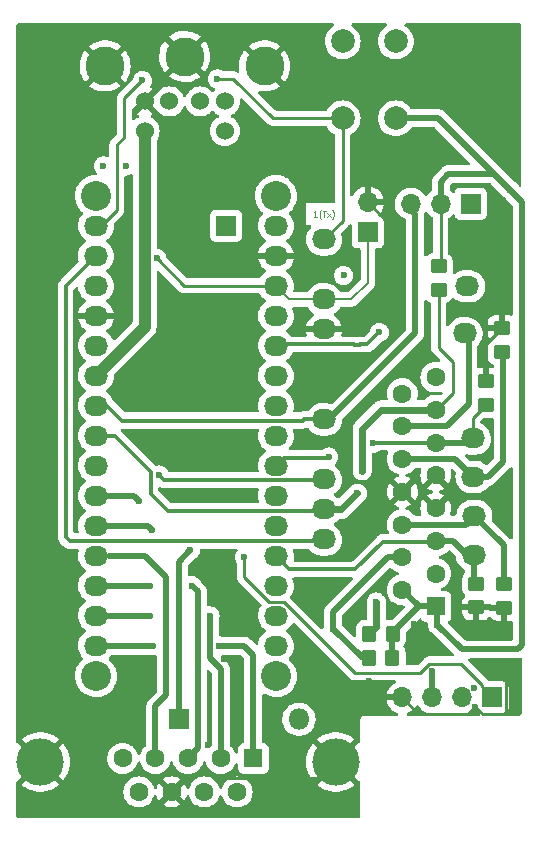
<source format=gbr>
%TF.GenerationSoftware,KiCad,Pcbnew,(6.0.2)*%
%TF.CreationDate,2024-04-09T06:49:27+01:00*%
%TF.ProjectId,amigaps2 revision1.7,616d6967-6170-4733-9220-726576697369,rev?*%
%TF.SameCoordinates,Original*%
%TF.FileFunction,Copper,L1,Top*%
%TF.FilePolarity,Positive*%
%FSLAX46Y46*%
G04 Gerber Fmt 4.6, Leading zero omitted, Abs format (unit mm)*
G04 Created by KiCad (PCBNEW (6.0.2)) date 2024-04-09 06:49:27*
%MOMM*%
%LPD*%
G01*
G04 APERTURE LIST*
G04 Aperture macros list*
%AMRoundRect*
0 Rectangle with rounded corners*
0 $1 Rounding radius*
0 $2 $3 $4 $5 $6 $7 $8 $9 X,Y pos of 4 corners*
0 Add a 4 corners polygon primitive as box body*
4,1,4,$2,$3,$4,$5,$6,$7,$8,$9,$2,$3,0*
0 Add four circle primitives for the rounded corners*
1,1,$1+$1,$2,$3*
1,1,$1+$1,$4,$5*
1,1,$1+$1,$6,$7*
1,1,$1+$1,$8,$9*
0 Add four rect primitives between the rounded corners*
20,1,$1+$1,$2,$3,$4,$5,0*
20,1,$1+$1,$4,$5,$6,$7,0*
20,1,$1+$1,$6,$7,$8,$9,0*
20,1,$1+$1,$8,$9,$2,$3,0*%
G04 Aperture macros list end*
%ADD10C,0.050000*%
%TA.AperFunction,NonConductor*%
%ADD11C,0.050000*%
%TD*%
%TA.AperFunction,SMDPad,CuDef*%
%ADD12RoundRect,0.250000X-0.350000X-0.450000X0.350000X-0.450000X0.350000X0.450000X-0.350000X0.450000X0*%
%TD*%
%TA.AperFunction,SMDPad,CuDef*%
%ADD13RoundRect,0.250000X0.450000X-0.350000X0.450000X0.350000X-0.450000X0.350000X-0.450000X-0.350000X0*%
%TD*%
%TA.AperFunction,SMDPad,CuDef*%
%ADD14RoundRect,0.250000X-0.450000X0.350000X-0.450000X-0.350000X0.450000X-0.350000X0.450000X0.350000X0*%
%TD*%
%TA.AperFunction,ComponentPad*%
%ADD15O,2.032000X1.727200*%
%TD*%
%TA.AperFunction,ComponentPad*%
%ADD16C,2.540000*%
%TD*%
%TA.AperFunction,ComponentPad*%
%ADD17R,1.700000X1.700000*%
%TD*%
%TA.AperFunction,ComponentPad*%
%ADD18O,1.700000X1.700000*%
%TD*%
%TA.AperFunction,ComponentPad*%
%ADD19C,1.600000*%
%TD*%
%TA.AperFunction,ComponentPad*%
%ADD20C,4.000000*%
%TD*%
%TA.AperFunction,ComponentPad*%
%ADD21R,1.600000X1.600000*%
%TD*%
%TA.AperFunction,ComponentPad*%
%ADD22R,1.800000X1.800000*%
%TD*%
%TA.AperFunction,ComponentPad*%
%ADD23O,1.800000X1.800000*%
%TD*%
%TA.AperFunction,ComponentPad*%
%ADD24C,1.524000*%
%TD*%
%TA.AperFunction,ComponentPad*%
%ADD25C,3.300000*%
%TD*%
%TA.AperFunction,ComponentPad*%
%ADD26C,2.000000*%
%TD*%
%TA.AperFunction,ViaPad*%
%ADD27C,0.600000*%
%TD*%
%TA.AperFunction,Conductor*%
%ADD28C,0.500000*%
%TD*%
%TA.AperFunction,Conductor*%
%ADD29C,0.600000*%
%TD*%
%TA.AperFunction,Conductor*%
%ADD30C,0.250000*%
%TD*%
%TA.AperFunction,Conductor*%
%ADD31C,0.200000*%
%TD*%
%TA.AperFunction,Conductor*%
%ADD32C,0.300000*%
%TD*%
%TA.AperFunction,Conductor*%
%ADD33C,1.000000*%
%TD*%
%TA.AperFunction,Conductor*%
%ADD34C,0.350000*%
%TD*%
G04 APERTURE END LIST*
D10*
D11*
X158166666Y-70457190D02*
X157880952Y-70457190D01*
X158023809Y-70457190D02*
X158023809Y-69957190D01*
X157976190Y-70028619D01*
X157928571Y-70076238D01*
X157880952Y-70100047D01*
X158523809Y-70647666D02*
X158500000Y-70623857D01*
X158452380Y-70552428D01*
X158428571Y-70504809D01*
X158404761Y-70433380D01*
X158380952Y-70314333D01*
X158380952Y-70219095D01*
X158404761Y-70100047D01*
X158428571Y-70028619D01*
X158452380Y-69981000D01*
X158500000Y-69909571D01*
X158523809Y-69885761D01*
X158642857Y-69957190D02*
X158928571Y-69957190D01*
X158785714Y-70457190D02*
X158785714Y-69957190D01*
X159047619Y-70457190D02*
X159309523Y-70123857D01*
X159047619Y-70123857D02*
X159309523Y-70457190D01*
X159452380Y-70647666D02*
X159476190Y-70623857D01*
X159523809Y-70552428D01*
X159547619Y-70504809D01*
X159571428Y-70433380D01*
X159595238Y-70314333D01*
X159595238Y-70219095D01*
X159571428Y-70100047D01*
X159547619Y-70028619D01*
X159523809Y-69981000D01*
X159476190Y-69909571D01*
X159452380Y-69885761D01*
D12*
%TO.P,10k,1*%
%TO.N,/13(SCK)*%
X162550000Y-107860000D03*
%TO.P,10k,2*%
%TO.N,+5V*%
X164550000Y-107860000D03*
%TD*%
D13*
%TO.P,10k,1*%
%TO.N,5*%
X168450000Y-76660000D03*
%TO.P,10k,2*%
%TO.N,+5V*%
X168450000Y-74660000D03*
%TD*%
D12*
%TO.P,10k,1*%
%TO.N,/0(Rx)*%
X162560000Y-105800000D03*
%TO.P,10k,2*%
%TO.N,+5V*%
X164560000Y-105800000D03*
%TD*%
D13*
%TO.P,100k,1*%
%TO.N,/A2*%
X173810000Y-81900000D03*
%TO.P,100k,2*%
%TO.N,GND*%
X173810000Y-79900000D03*
%TD*%
%TO.P,100k,1*%
%TO.N,/A3*%
X172450000Y-86400000D03*
%TO.P,100k,2*%
%TO.N,GND*%
X172450000Y-84400000D03*
%TD*%
D14*
%TO.P,100k,1*%
%TO.N,/A1*%
X173960000Y-101560000D03*
%TO.P,100k,2*%
%TO.N,GND*%
X173960000Y-103560000D03*
%TD*%
%TO.P,100k,1*%
%TO.N,/A0*%
X171650000Y-101540000D03*
%TO.P,100k,2*%
%TO.N,GND*%
X171650000Y-103540000D03*
%TD*%
D15*
%TO.P,P1,1*%
%TO.N,/1(Tx)*%
X139446000Y-71247000D03*
%TO.P,P1,2*%
%TO.N,/0(Rx)*%
X139446000Y-73787000D03*
%TO.P,P1,3*%
%TO.N,/Reset*%
X139446000Y-76327000D03*
%TO.P,P1,4*%
%TO.N,GND*%
X139446000Y-78867000D03*
%TO.P,P1,5*%
%TO.N,/2*%
X139446000Y-81407000D03*
%TO.P,P1,6*%
%TO.N,/3(\u002A\u002A)*%
X139446000Y-83947000D03*
%TO.P,P1,7*%
%TO.N,/4*%
X139446000Y-86487000D03*
%TO.P,P1,9*%
%TO.N,/6(\u002A\u002A)*%
X139446000Y-91567000D03*
%TO.P,P1,10*%
%TO.N,/7*%
X139446000Y-94107000D03*
%TO.P,P1,11*%
%TO.N,/8*%
X139446000Y-96647000D03*
%TO.P,P1,12*%
%TO.N,/9(\u002A\u002A)*%
X139446000Y-99187000D03*
%TO.P,P1,13*%
%TO.N,/10(\u002A\u002A/SS)*%
X139446000Y-101727000D03*
%TO.P,P1,14*%
%TO.N,/11(\u002A\u002A/MOSI)*%
X139446000Y-104267000D03*
%TO.P,P1,15*%
%TO.N,/12(MISO)*%
X139446000Y-106807000D03*
%TO.P,P1,D5*%
%TO.N,5*%
X139446000Y-89027000D03*
%TD*%
%TO.P,P2,1*%
%TO.N,/Vin*%
X154686000Y-71247000D03*
%TO.P,P2,2*%
%TO.N,GND*%
X154686000Y-73787000D03*
%TO.P,P2,3*%
%TO.N,/Reset*%
X154686000Y-76327000D03*
%TO.P,P2,4*%
%TO.N,+5V*%
X154686000Y-78867000D03*
%TO.P,P2,5*%
%TO.N,/A7*%
X154686000Y-81407000D03*
%TO.P,P2,6*%
%TO.N,/A6*%
X154686000Y-83947000D03*
%TO.P,P2,7*%
%TO.N,/A5*%
X154686000Y-86487000D03*
%TO.P,P2,8*%
%TO.N,/A4*%
X154686000Y-89027000D03*
%TO.P,P2,9*%
%TO.N,/A3*%
X154686000Y-91567000D03*
%TO.P,P2,10*%
%TO.N,/A2*%
X154686000Y-94107000D03*
%TO.P,P2,11*%
%TO.N,/A1*%
X154686000Y-96647000D03*
%TO.P,P2,12*%
%TO.N,/A0*%
X154686000Y-99187000D03*
%TO.P,P2,13*%
%TO.N,/AREF*%
X154686000Y-101727000D03*
%TO.P,P2,14*%
%TO.N,+3V3*%
X154686000Y-104267000D03*
%TO.P,P2,15*%
%TO.N,/13(SCK)*%
X154686000Y-106807000D03*
%TD*%
D16*
%TO.P,P3,1*%
%TO.N,Net-(P3-Pad1)*%
X139446000Y-68707000D03*
%TD*%
%TO.P,P4,1*%
%TO.N,Net-(P4-Pad1)*%
X139446000Y-109347000D03*
%TD*%
%TO.P,P5,1*%
%TO.N,Net-(P5-Pad1)*%
X154686000Y-109347000D03*
%TD*%
%TO.P,P6,1*%
%TO.N,Net-(P6-Pad1)*%
X154686000Y-68707000D03*
%TD*%
D15*
%TO.P,,A1*%
%TO.N,/A1*%
X171480000Y-95790000D03*
%TD*%
%TO.P,,A6*%
%TO.N,/A6*%
X170670000Y-80350000D03*
%TD*%
D17*
%TO.P,REF\u002A\u002A,1*%
%TO.N,/Reset*%
X162458400Y-71780400D03*
D18*
%TO.P,REF\u002A\u002A,2*%
%TO.N,GND*%
X162458400Y-69240400D03*
%TD*%
D19*
%TO.P,,12*%
%TO.N,GND*%
X165384200Y-93759200D03*
%TD*%
D15*
%TO.P,,A2*%
%TO.N,/A2*%
X171410000Y-92520000D03*
%TD*%
%TO.P,,3*%
%TO.N,GND*%
X158750000Y-80010000D03*
%TD*%
D19*
%TO.P,,X2*%
%TO.N,/A1*%
X165384200Y-96529200D03*
%TD*%
D15*
%TO.P,,A0*%
%TO.N,/A0*%
X171420000Y-99070000D03*
%TD*%
D19*
%TO.P,,9*%
%TO.N,+5V*%
X165384200Y-102069200D03*
%TD*%
D17*
%TO.P,CONFIG,1*%
%TO.N,/A7*%
X171181000Y-69367000D03*
D18*
%TO.P,CONFIG,2*%
%TO.N,+5V*%
X168641000Y-69367000D03*
%TO.P,CONFIG,3*%
%TO.N,/4*%
X166101000Y-69367000D03*
%TD*%
D19*
%TO.P,,Y1*%
%TO.N,/A3*%
X168224200Y-89604200D03*
%TD*%
D15*
%TO.P,,4*%
%TO.N,/4*%
X158750000Y-87630000D03*
%TD*%
D20*
%TO.P,Female DSUB9 connector,0*%
%TO.N,GND*%
X134741000Y-116632000D03*
X159741000Y-116632000D03*
D19*
%TO.P,Female DSUB9 connector,7*%
%TO.N,N/C*%
X148626000Y-119172000D03*
%TO.P,Female DSUB9 connector,8*%
%TO.N,GND*%
X145856000Y-119172000D03*
%TO.P,Female DSUB9 connector,HPulse*%
%TO.N,/11(\u002A\u002A/MOSI)*%
X150011000Y-116332000D03*
%TO.P,Female DSUB9 connector,HQPulse*%
%TO.N,/9(\u002A\u002A)*%
X144471000Y-116332000D03*
%TO.P,Female DSUB9 connector,LMB*%
%TO.N,/8*%
X151396000Y-119172000D03*
%TO.P,Female DSUB9 connector,MMB*%
%TO.N,/6(\u002A\u002A)*%
X141701000Y-116332000D03*
%TO.P,Female DSUB9 connector,RMB*%
%TO.N,/7*%
X143086000Y-119172000D03*
D21*
%TO.P,Female DSUB9 connector,VPulse*%
%TO.N,/12(MISO)*%
X152781000Y-116332000D03*
D19*
%TO.P,Female DSUB9 connector,VQPulse*%
%TO.N,/10(\u002A\u002A/SS)*%
X147241000Y-116332000D03*
%TD*%
D22*
%TO.P,DIODE,1*%
%TO.N,+5V*%
X146470000Y-113010000D03*
D23*
%TO.P,DIODE,2*%
%TO.N,N/C*%
X156630000Y-113010000D03*
%TD*%
D15*
%TO.P,,7*%
%TO.N,5*%
X158750000Y-95250000D03*
%TD*%
D19*
%TO.P,,4*%
%TO.N,GND*%
X168224200Y-95144200D03*
%TD*%
%TO.P,,8*%
%TO.N,+5V*%
X168224200Y-84064200D03*
%TD*%
D24*
%TO.P,J1,3*%
%TO.N,GND*%
X143568000Y-60706000D03*
%TO.P,J1,4*%
%TO.N,+5V*%
X150368000Y-60706000D03*
D25*
%TO.P,J1,7*%
%TO.N,GND*%
X146968000Y-56906000D03*
X140218000Y-57706000D03*
X153718000Y-57706000D03*
D24*
%TO.P,J1,CLK*%
%TO.N,/3(\u002A\u002A)*%
X143568000Y-63206000D03*
%TO.P,J1,CLK2*%
%TO.N,N/C*%
X150368000Y-63206000D03*
%TO.P,J1,DATA*%
%TO.N,/2*%
X145668000Y-60706000D03*
%TO.P,J1,DATA2*%
%TO.N,N/C*%
X148268000Y-60706000D03*
%TD*%
D21*
%TO.P,,1*%
%TO.N,+5V*%
X168224200Y-103454200D03*
%TD*%
D17*
%TO.P,REF\u002A\u002A,1*%
%TO.N,/A4*%
X173020000Y-111175000D03*
D18*
%TO.P,REF\u002A\u002A,2*%
%TO.N,/A5*%
X170480000Y-111175000D03*
%TO.P,REF\u002A\u002A,3*%
%TO.N,+5V*%
X167940000Y-111175000D03*
%TO.P,REF\u002A\u002A,4*%
%TO.N,GND*%
X165400000Y-111175000D03*
%TD*%
D15*
%TO.P,,Reset*%
%TO.N,/Reset*%
X158750000Y-77470000D03*
%TD*%
D19*
%TO.P,,Y2*%
%TO.N,/A2*%
X165384200Y-90989200D03*
%TD*%
D15*
%TO.P,,A7*%
%TO.N,/A7*%
X170890000Y-76360000D03*
%TD*%
D19*
%TO.P,,2*%
%TO.N,/0(Rx)*%
X168224200Y-100684200D03*
%TD*%
D15*
%TO.P,,A3*%
%TO.N,/A3*%
X171360000Y-89240000D03*
%TD*%
%TO.P,,8*%
%TO.N,/0(Rx)*%
X158750000Y-97790000D03*
%TD*%
D19*
%TO.P,,X1*%
%TO.N,/A0*%
X168224200Y-97914200D03*
%TD*%
D26*
%TO.P,MouseDPI,1*%
%TO.N,+5V*%
X164846000Y-62126000D03*
%TO.N,N/C*%
X164846000Y-55626000D03*
%TO.P,MouseDPI,2*%
%TO.N,/1(Tx)*%
X160346000Y-62126000D03*
%TO.N,N/C*%
X160346000Y-55626000D03*
%TD*%
D17*
%TO.P,REF\u002A\u002A,1*%
%TO.N,+5V*%
X150469600Y-71221600D03*
%TD*%
D19*
%TO.P,,10*%
%TO.N,/13(SCK)*%
X165384200Y-99299200D03*
%TD*%
%TO.P,,15*%
%TO.N,N/C*%
X165384200Y-85449200D03*
%TD*%
D15*
%TO.P,,1(Tx)*%
%TO.N,/1(Tx)*%
X158750000Y-72390000D03*
%TD*%
%TO.P,,6*%
%TO.N,/6(\u002A\u002A)*%
X158750000Y-92710000D03*
%TD*%
D19*
%TO.P,,7*%
%TO.N,5*%
X168224200Y-86834200D03*
%TD*%
%TO.P,,14*%
%TO.N,/A6*%
X165384200Y-88219200D03*
%TD*%
%TO.P,,5*%
%TO.N,GND*%
X168224200Y-92374200D03*
%TD*%
D27*
%TO.N,GND*%
X167580000Y-72590000D03*
X164680000Y-103910000D03*
%TO.N,/0(Rx)*%
X163184520Y-103090000D03*
%TO.N,GND*%
X170390000Y-104740000D03*
X172590000Y-90820000D03*
X174060000Y-77410000D03*
X158840000Y-101760000D03*
X166400000Y-104960000D03*
X166400000Y-106530000D03*
X171500000Y-105190000D03*
X174080000Y-105200000D03*
%TO.N,/1(Tx)*%
X143383000Y-58928000D03*
X149733000Y-58801000D03*
%TO.N,/Reset*%
X144600000Y-74000000D03*
%TO.N,GND*%
X162640000Y-110680000D03*
X149200000Y-94200000D03*
X162590000Y-109760000D03*
X171484300Y-110337745D03*
X157480000Y-86360000D03*
X161671000Y-95504000D03*
X169550000Y-72810000D03*
X149987000Y-117983000D03*
X148779685Y-117379685D03*
X148350000Y-74850000D03*
X148780000Y-99710000D03*
X153035000Y-117983000D03*
X162179000Y-97282000D03*
X150495000Y-105283000D03*
X174100000Y-72870000D03*
X148350000Y-79750000D03*
X161080000Y-98850000D03*
X164600000Y-78740000D03*
X145950000Y-93750000D03*
X159020000Y-82520000D03*
X166430000Y-84020000D03*
X152146000Y-105283000D03*
X167190000Y-85420000D03*
X171559602Y-111984702D03*
X149300000Y-90600000D03*
X145950000Y-89600000D03*
X150450000Y-74850000D03*
X148971000Y-115189000D03*
X174160000Y-108900000D03*
X174070000Y-74800000D03*
X150300000Y-107900000D03*
%TO.N,/6(\u002A\u002A)*%
X144780000Y-92329000D03*
%TO.N,/7*%
X143120000Y-94560000D03*
%TO.N,/8*%
X144180000Y-96990000D03*
%TO.N,/10(\u002A\u002A/SS)*%
X144018000Y-101727000D03*
X147590000Y-101700000D03*
%TO.N,+5V*%
X174498000Y-68199000D03*
X140081000Y-66167000D03*
X168350000Y-105020000D03*
X147447000Y-98679000D03*
X167940000Y-108950000D03*
X141986000Y-66167000D03*
X160410000Y-75440000D03*
%TO.N,/A7*%
X163449000Y-80264000D03*
%TO.N,/A4*%
X152019000Y-99314000D03*
%TO.N,/A3*%
X159160000Y-90810000D03*
X162941000Y-89662000D03*
%TO.N,/13(SCK)*%
X159510000Y-105390000D03*
%TO.N,/11(\u002A\u002A/MOSI)*%
X149098000Y-104267000D03*
X144018000Y-104267000D03*
%TO.N,/12(MISO)*%
X149847500Y-106800000D03*
X144272000Y-106807000D03*
%TO.N,5*%
X161582100Y-93891100D03*
X161979781Y-91982878D03*
%TD*%
D28*
%TO.N,/13(SCK)*%
X162020000Y-107860000D02*
X162550000Y-107860000D01*
X159550000Y-105390000D02*
X162020000Y-107860000D01*
X159510000Y-105390000D02*
X159550000Y-105390000D01*
%TO.N,+5V*%
X164550000Y-105673400D02*
X164550000Y-107380000D01*
X166769200Y-103454200D02*
X164550000Y-105673400D01*
X164550000Y-107380000D02*
X164590000Y-107420000D01*
D29*
%TO.N,/0(Rx)*%
X163184520Y-103090000D02*
X163184520Y-105175480D01*
X163184520Y-105175480D02*
X162560000Y-105800000D01*
D30*
%TO.N,/A4*%
X152019000Y-100965000D02*
X152019000Y-99314000D01*
X154132880Y-103078880D02*
X152019000Y-100965000D01*
X155330535Y-103078880D02*
X154132880Y-103078880D01*
X170355237Y-108325489D02*
X167681318Y-108325489D01*
X167681318Y-108325489D02*
X166916807Y-109090000D01*
X166916807Y-109090000D02*
X161341655Y-109090000D01*
X172108811Y-110079063D02*
X170355237Y-108325489D01*
X172108811Y-110263811D02*
X172108811Y-110079063D01*
X173024800Y-111179800D02*
X172108811Y-110263811D01*
X161341655Y-109090000D02*
X155330535Y-103078880D01*
%TO.N,GND*%
X162560000Y-109790000D02*
X162560000Y-110600000D01*
X162560000Y-110600000D02*
X162640000Y-110680000D01*
X162590000Y-109760000D02*
X162560000Y-109790000D01*
D28*
%TO.N,/A0*%
X171650000Y-101540000D02*
X171530000Y-101540000D01*
X171420000Y-101310000D02*
X171650000Y-101540000D01*
X171420000Y-99070000D02*
X171420000Y-101310000D01*
D30*
%TO.N,5*%
X169690000Y-85368400D02*
X168224200Y-86834200D01*
X168450000Y-81560000D02*
X169690000Y-82800000D01*
X169690000Y-82800000D02*
X169690000Y-85368400D01*
X168450000Y-76660000D02*
X168450000Y-81560000D01*
%TO.N,+5V*%
X168641000Y-74469000D02*
X168641000Y-69367000D01*
X168450000Y-74660000D02*
X168641000Y-74469000D01*
D28*
%TO.N,/A6*%
X169130800Y-88219200D02*
X170990000Y-86360000D01*
X170990000Y-86360000D02*
X170990000Y-80670000D01*
X165384200Y-88219200D02*
X169130800Y-88219200D01*
X170990000Y-80670000D02*
X170610000Y-80290000D01*
D30*
%TO.N,GND*%
X167190000Y-85420000D02*
X168610000Y-85420000D01*
X168610000Y-85420000D02*
X168620000Y-85430000D01*
D28*
%TO.N,/4*%
X159180000Y-87630000D02*
X158750000Y-87630000D01*
X166497000Y-70256400D02*
X166497000Y-80313000D01*
X165912800Y-69672200D02*
X166497000Y-70256400D01*
X166497000Y-80313000D02*
X159180000Y-87630000D01*
D30*
%TO.N,GND*%
X159020000Y-84800000D02*
X157480000Y-86340000D01*
X159020000Y-82520000D02*
X159020000Y-84800000D01*
X157480000Y-86340000D02*
X157480000Y-86360000D01*
X158942711Y-79817289D02*
X158750000Y-80010000D01*
X160682711Y-79817289D02*
X158942711Y-79817289D01*
X162458400Y-69240400D02*
X164020000Y-70802000D01*
X164020000Y-70802000D02*
X164020000Y-76480000D01*
X164020000Y-76480000D02*
X160682711Y-79817289D01*
D31*
%TO.N,/Reset*%
X162480000Y-76070000D02*
X161080000Y-77470000D01*
X162480000Y-74342000D02*
X162480000Y-76070000D01*
X162458400Y-74320400D02*
X162480000Y-74342000D01*
X162458400Y-71780400D02*
X162458400Y-74320400D01*
X161080000Y-77470000D02*
X158750000Y-77470000D01*
D28*
%TO.N,/A2*%
X173900000Y-81990000D02*
X173810000Y-81900000D01*
X173900000Y-91241200D02*
X173900000Y-81990000D01*
X172621200Y-92520000D02*
X173900000Y-91241200D01*
X171410000Y-92520000D02*
X172621200Y-92520000D01*
D32*
%TO.N,/A0*%
X163740000Y-98000000D02*
X161420000Y-100320000D01*
X161420000Y-100320000D02*
X155819000Y-100320000D01*
X167997924Y-98000000D02*
X163740000Y-98000000D01*
X155819000Y-100320000D02*
X154686000Y-99187000D01*
X168224200Y-98226276D02*
X167997924Y-98000000D01*
D28*
%TO.N,+5V*%
X167940000Y-108950000D02*
X167940000Y-111175000D01*
D30*
%TO.N,GND*%
X163135000Y-111175000D02*
X165400000Y-111175000D01*
X162640000Y-110680000D02*
X163135000Y-111175000D01*
X174180000Y-108920000D02*
X174180000Y-108950000D01*
X174199311Y-108939311D02*
X174180000Y-108920000D01*
X174025822Y-112600000D02*
X174199311Y-112426511D01*
X172174900Y-112600000D02*
X174025822Y-112600000D01*
X171559602Y-111984702D02*
X172174900Y-112600000D01*
X174199311Y-112426511D02*
X174199311Y-108939311D01*
X173810000Y-77660000D02*
X174060000Y-77410000D01*
X173810000Y-79900000D02*
X173810000Y-77660000D01*
X172450000Y-81260000D02*
X173810000Y-79900000D01*
X172450000Y-84400000D02*
X172450000Y-81260000D01*
%TO.N,/A3*%
X171360000Y-87490000D02*
X172450000Y-86400000D01*
X171360000Y-89240000D02*
X171360000Y-87490000D01*
D28*
%TO.N,/A2*%
X169879200Y-90989200D02*
X171410000Y-92520000D01*
X165384200Y-90989200D02*
X169879200Y-90989200D01*
%TO.N,/A3*%
X170995800Y-89604200D02*
X171340000Y-89260000D01*
X168224200Y-89604200D02*
X170995800Y-89604200D01*
%TO.N,/A1*%
X173960000Y-98270000D02*
X173960000Y-101560000D01*
X171480000Y-95790000D02*
X173960000Y-98270000D01*
X170740800Y-96529200D02*
X171480000Y-95790000D01*
X165384200Y-96529200D02*
X170740800Y-96529200D01*
%TO.N,/A0*%
X170850000Y-99070000D02*
X171420000Y-99070000D01*
X169694200Y-97914200D02*
X170850000Y-99070000D01*
X168224200Y-97914200D02*
X169694200Y-97914200D01*
%TO.N,+5V*%
X170440000Y-107110000D02*
X168350000Y-105020000D01*
X175110000Y-107110000D02*
X170440000Y-107110000D01*
X175120000Y-107100000D02*
X175110000Y-107110000D01*
X175480000Y-106760000D02*
X175150000Y-107090000D01*
X175480000Y-69181000D02*
X175480000Y-106760000D01*
X174498000Y-68199000D02*
X175480000Y-69181000D01*
D30*
%TO.N,/1(Tx)*%
X160346000Y-70794000D02*
X158750000Y-72390000D01*
X151091000Y-58801000D02*
X149733000Y-58801000D01*
X160346000Y-62126000D02*
X154416000Y-62126000D01*
X141224000Y-64389000D02*
X141224000Y-69876000D01*
X154416000Y-62126000D02*
X151091000Y-58801000D01*
X141224000Y-69876000D02*
X139853000Y-71247000D01*
X143383000Y-58928000D02*
X141859000Y-60452000D01*
X139853000Y-71247000D02*
X139446000Y-71247000D01*
X160346000Y-62126000D02*
X160346000Y-70794000D01*
X141859000Y-60452000D02*
X141859000Y-63754000D01*
X141859000Y-63754000D02*
X141224000Y-64389000D01*
D32*
%TO.N,/0(Rx)*%
X137207000Y-97917000D02*
X136880000Y-97590000D01*
X158750000Y-97790000D02*
X158623000Y-97917000D01*
X158623000Y-97917000D02*
X137207000Y-97917000D01*
X136880000Y-76353000D02*
X139446000Y-73787000D01*
X136880000Y-97590000D02*
X136880000Y-76353000D01*
D31*
%TO.N,/Reset*%
X155829000Y-77470000D02*
X154686000Y-76327000D01*
X158750000Y-77470000D02*
X155829000Y-77470000D01*
D30*
X154686000Y-76327000D02*
X146927000Y-76327000D01*
X146927000Y-76327000D02*
X144600000Y-74000000D01*
%TO.N,GND*%
X158390000Y-117983000D02*
X159741000Y-116632000D01*
X161671000Y-96774000D02*
X161671000Y-95504000D01*
X149987000Y-117983000D02*
X153035000Y-117983000D01*
X161080000Y-98850000D02*
X162179000Y-97751000D01*
X162179000Y-97282000D02*
X161671000Y-96774000D01*
X153035000Y-117983000D02*
X158390000Y-117983000D01*
D28*
X152146000Y-105283000D02*
X150495000Y-105283000D01*
D30*
X162179000Y-97751000D02*
X162179000Y-97282000D01*
X171559602Y-111984702D02*
X170944304Y-112600000D01*
X166752800Y-112600000D02*
X165404800Y-111252000D01*
X170944304Y-112600000D02*
X166752800Y-112600000D01*
D33*
%TO.N,/3(\u002A\u002A)*%
X143568000Y-63206000D02*
X143568000Y-79825000D01*
X143568000Y-79825000D02*
X139446000Y-83947000D01*
D34*
%TO.N,/4*%
X158750000Y-87630000D02*
X157030000Y-87630000D01*
X157030000Y-87630000D02*
X156934880Y-87725120D01*
X156934880Y-87725120D02*
X141625120Y-87725120D01*
X141625120Y-87725120D02*
X140387000Y-86487000D01*
X140387000Y-86487000D02*
X139446000Y-86487000D01*
D32*
%TO.N,/6(\u002A\u002A)*%
X145231120Y-92780120D02*
X144780000Y-92329000D01*
X158679880Y-92780120D02*
X145231120Y-92780120D01*
X158750000Y-92710000D02*
X158679880Y-92780120D01*
D28*
%TO.N,/7*%
X142667000Y-94107000D02*
X139446000Y-94107000D01*
X143120000Y-94560000D02*
X142667000Y-94107000D01*
%TO.N,/8*%
X143837000Y-96647000D02*
X139446000Y-96647000D01*
X144180000Y-96990000D02*
X143837000Y-96647000D01*
D30*
%TO.N,/9(\u002A\u002A)*%
X140589000Y-99187000D02*
X139446000Y-99187000D01*
D28*
X144471000Y-111917978D02*
X145415000Y-110973978D01*
X144471000Y-116332000D02*
X144471000Y-111917978D01*
X143637000Y-99187000D02*
X140589000Y-99187000D01*
X145415000Y-100965000D02*
X143637000Y-99187000D01*
X145415000Y-110973978D02*
X145415000Y-100965000D01*
%TO.N,/10(\u002A\u002A/SS)*%
X148082000Y-115491000D02*
X147241000Y-116332000D01*
X148082000Y-102192000D02*
X148082000Y-115491000D01*
X147590000Y-101700000D02*
X148082000Y-102192000D01*
X144018000Y-101727000D02*
X139446000Y-101727000D01*
%TO.N,+5V*%
X146443489Y-110893489D02*
X146443489Y-99682511D01*
X168224200Y-103454200D02*
X166769200Y-103454200D01*
X166769200Y-103454200D02*
X165384200Y-102069200D01*
X146460000Y-113020000D02*
X146460000Y-110910000D01*
X173169000Y-66870000D02*
X174224500Y-67925500D01*
X168350000Y-103580000D02*
X168224200Y-103454200D01*
D30*
X146431000Y-113157000D02*
X146460000Y-113128000D01*
D28*
X168425000Y-62126000D02*
X164846000Y-62126000D01*
D30*
X146460000Y-113128000D02*
X146460000Y-113020000D01*
D28*
X169280000Y-66870000D02*
X173169000Y-66870000D01*
X174498000Y-68199000D02*
X174224500Y-67925500D01*
X168641000Y-67509000D02*
X169280000Y-66870000D01*
X168350000Y-105020000D02*
X168350000Y-103580000D01*
X146443489Y-99682511D02*
X147447000Y-98679000D01*
X168641000Y-69367000D02*
X168641000Y-67509000D01*
X174224500Y-67925500D02*
X168425000Y-62126000D01*
X146460000Y-110910000D02*
X146443489Y-110893489D01*
D32*
%TO.N,/A7*%
X161274963Y-81294511D02*
X161260452Y-81280000D01*
X162433000Y-81280000D02*
X161827548Y-81280000D01*
X161260452Y-81280000D02*
X154813000Y-81280000D01*
X163449000Y-80264000D02*
X162433000Y-81280000D01*
X161813037Y-81294511D02*
X161274963Y-81294511D01*
X161827548Y-81280000D02*
X161813037Y-81294511D01*
D30*
X154813000Y-81280000D02*
X154686000Y-81407000D01*
%TO.N,/A4*%
X154859000Y-89200000D02*
X154686000Y-89027000D01*
D32*
%TO.N,/A3*%
X159160000Y-90810000D02*
X159090000Y-90880000D01*
X168224200Y-89604200D02*
X165235489Y-89604200D01*
X155373000Y-90880000D02*
X154686000Y-91567000D01*
X159090000Y-90880000D02*
X155373000Y-90880000D01*
X165235489Y-89604200D02*
X162998800Y-89604200D01*
X162998800Y-89604200D02*
X162941000Y-89662000D01*
D28*
%TO.N,/A0*%
X168224200Y-97914200D02*
X168224200Y-98226276D01*
%TO.N,/13(SCK)*%
X159510000Y-105390000D02*
X159510000Y-103920000D01*
X159510000Y-103920000D02*
X164130800Y-99299200D01*
X164130800Y-99299200D02*
X165384200Y-99299200D01*
%TO.N,/11(\u002A\u002A/MOSI)*%
X149098000Y-107823000D02*
X149098000Y-104267000D01*
X150011000Y-116332000D02*
X150011000Y-108736000D01*
X144018000Y-104267000D02*
X139446000Y-104267000D01*
X150011000Y-108736000D02*
X149098000Y-107823000D01*
%TO.N,/12(MISO)*%
X149847500Y-106800000D02*
X152012000Y-106800000D01*
X152012000Y-106800000D02*
X152781000Y-107569000D01*
X152781000Y-107569000D02*
X152781000Y-116332000D01*
X144272000Y-106807000D02*
X139446000Y-106807000D01*
D32*
%TO.N,5*%
X145542000Y-95377000D02*
X144080000Y-93915000D01*
D29*
X160223200Y-95250000D02*
X158750000Y-95250000D01*
D32*
X144080000Y-93915000D02*
X144080000Y-92050000D01*
D29*
X161979781Y-91982878D02*
X161975800Y-91978897D01*
D32*
X141057000Y-89027000D02*
X139446000Y-89027000D01*
X158750000Y-95250000D02*
X158623000Y-95377000D01*
D29*
X161975800Y-91978897D02*
X161975800Y-88468200D01*
X163609800Y-86834200D02*
X168224200Y-86834200D01*
X161975800Y-88468200D02*
X163609800Y-86834200D01*
D32*
X158623000Y-95377000D02*
X145542000Y-95377000D01*
X144080000Y-92050000D02*
X141057000Y-89027000D01*
D29*
X161582100Y-93891100D02*
X160223200Y-95250000D01*
%TD*%
%TA.AperFunction,Conductor*%
%TO.N,GND*%
G36*
X159567210Y-54122002D02*
G01*
X159613703Y-54175658D01*
X159623807Y-54245932D01*
X159594313Y-54310512D01*
X159564925Y-54335432D01*
X159456584Y-54401824D01*
X159276031Y-54556031D01*
X159121824Y-54736584D01*
X159119245Y-54740792D01*
X159119241Y-54740798D01*
X159000346Y-54934817D01*
X158997760Y-54939037D01*
X158995867Y-54943607D01*
X158995865Y-54943611D01*
X158914268Y-55140605D01*
X158906895Y-55158406D01*
X158851465Y-55389289D01*
X158832835Y-55626000D01*
X158851465Y-55862711D01*
X158852619Y-55867518D01*
X158852620Y-55867524D01*
X158886927Y-56010422D01*
X158906895Y-56093594D01*
X158908788Y-56098165D01*
X158908789Y-56098167D01*
X158991769Y-56298499D01*
X158997760Y-56312963D01*
X159000346Y-56317183D01*
X159119241Y-56511202D01*
X159119245Y-56511208D01*
X159121824Y-56515416D01*
X159276031Y-56695969D01*
X159456584Y-56850176D01*
X159460792Y-56852755D01*
X159460798Y-56852759D01*
X159625623Y-56953764D01*
X159659037Y-56974240D01*
X159663607Y-56976133D01*
X159663611Y-56976135D01*
X159873833Y-57063211D01*
X159878406Y-57065105D01*
X159958609Y-57084360D01*
X160104476Y-57119380D01*
X160104482Y-57119381D01*
X160109289Y-57120535D01*
X160346000Y-57139165D01*
X160582711Y-57120535D01*
X160587518Y-57119381D01*
X160587524Y-57119380D01*
X160733391Y-57084360D01*
X160813594Y-57065105D01*
X160818167Y-57063211D01*
X161028389Y-56976135D01*
X161028393Y-56976133D01*
X161032963Y-56974240D01*
X161066377Y-56953764D01*
X161231202Y-56852759D01*
X161231208Y-56852755D01*
X161235416Y-56850176D01*
X161415969Y-56695969D01*
X161570176Y-56515416D01*
X161572755Y-56511208D01*
X161572759Y-56511202D01*
X161691654Y-56317183D01*
X161694240Y-56312963D01*
X161700232Y-56298499D01*
X161783211Y-56098167D01*
X161783212Y-56098165D01*
X161785105Y-56093594D01*
X161805073Y-56010422D01*
X161839380Y-55867524D01*
X161839381Y-55867518D01*
X161840535Y-55862711D01*
X161859165Y-55626000D01*
X161840535Y-55389289D01*
X161785105Y-55158406D01*
X161777732Y-55140605D01*
X161696135Y-54943611D01*
X161696133Y-54943607D01*
X161694240Y-54939037D01*
X161691654Y-54934817D01*
X161572759Y-54740798D01*
X161572755Y-54740792D01*
X161570176Y-54736584D01*
X161415969Y-54556031D01*
X161235416Y-54401824D01*
X161127076Y-54335433D01*
X161079445Y-54282785D01*
X161067838Y-54212744D01*
X161095941Y-54147546D01*
X161154832Y-54107892D01*
X161192911Y-54102000D01*
X163999089Y-54102000D01*
X164067210Y-54122002D01*
X164113703Y-54175658D01*
X164123807Y-54245932D01*
X164094313Y-54310512D01*
X164064925Y-54335432D01*
X163956584Y-54401824D01*
X163776031Y-54556031D01*
X163621824Y-54736584D01*
X163619245Y-54740792D01*
X163619241Y-54740798D01*
X163500346Y-54934817D01*
X163497760Y-54939037D01*
X163495867Y-54943607D01*
X163495865Y-54943611D01*
X163414268Y-55140605D01*
X163406895Y-55158406D01*
X163351465Y-55389289D01*
X163332835Y-55626000D01*
X163351465Y-55862711D01*
X163352619Y-55867518D01*
X163352620Y-55867524D01*
X163386927Y-56010422D01*
X163406895Y-56093594D01*
X163408788Y-56098165D01*
X163408789Y-56098167D01*
X163491769Y-56298499D01*
X163497760Y-56312963D01*
X163500346Y-56317183D01*
X163619241Y-56511202D01*
X163619245Y-56511208D01*
X163621824Y-56515416D01*
X163776031Y-56695969D01*
X163956584Y-56850176D01*
X163960792Y-56852755D01*
X163960798Y-56852759D01*
X164125623Y-56953764D01*
X164159037Y-56974240D01*
X164163607Y-56976133D01*
X164163611Y-56976135D01*
X164373833Y-57063211D01*
X164378406Y-57065105D01*
X164458609Y-57084360D01*
X164604476Y-57119380D01*
X164604482Y-57119381D01*
X164609289Y-57120535D01*
X164846000Y-57139165D01*
X165082711Y-57120535D01*
X165087518Y-57119381D01*
X165087524Y-57119380D01*
X165233391Y-57084360D01*
X165313594Y-57065105D01*
X165318167Y-57063211D01*
X165528389Y-56976135D01*
X165528393Y-56976133D01*
X165532963Y-56974240D01*
X165566377Y-56953764D01*
X165731202Y-56852759D01*
X165731208Y-56852755D01*
X165735416Y-56850176D01*
X165915969Y-56695969D01*
X166070176Y-56515416D01*
X166072755Y-56511208D01*
X166072759Y-56511202D01*
X166191654Y-56317183D01*
X166194240Y-56312963D01*
X166200232Y-56298499D01*
X166283211Y-56098167D01*
X166283212Y-56098165D01*
X166285105Y-56093594D01*
X166305073Y-56010422D01*
X166339380Y-55867524D01*
X166339381Y-55867518D01*
X166340535Y-55862711D01*
X166359165Y-55626000D01*
X166340535Y-55389289D01*
X166285105Y-55158406D01*
X166277732Y-55140605D01*
X166196135Y-54943611D01*
X166196133Y-54943607D01*
X166194240Y-54939037D01*
X166191654Y-54934817D01*
X166072759Y-54740798D01*
X166072755Y-54740792D01*
X166070176Y-54736584D01*
X165915969Y-54556031D01*
X165735416Y-54401824D01*
X165627076Y-54335433D01*
X165579445Y-54282785D01*
X165567838Y-54212744D01*
X165595941Y-54147546D01*
X165654832Y-54107892D01*
X165692911Y-54102000D01*
X175334306Y-54102000D01*
X175402427Y-54122002D01*
X175448920Y-54175658D01*
X175460306Y-54227875D01*
X175467431Y-61386069D01*
X175473802Y-67786276D01*
X175473813Y-67797817D01*
X175453879Y-67865957D01*
X175400269Y-67912503D01*
X175330005Y-67922677D01*
X175265395Y-67893249D01*
X175258718Y-67887037D01*
X175256908Y-67885227D01*
X175233281Y-67851858D01*
X175231745Y-67847448D01*
X175228014Y-67841477D01*
X175228012Y-67841473D01*
X175139359Y-67699598D01*
X175135626Y-67693624D01*
X175130664Y-67688627D01*
X175012778Y-67569915D01*
X175012774Y-67569912D01*
X175007815Y-67564918D01*
X174940074Y-67521928D01*
X174860619Y-67471505D01*
X174860620Y-67471505D01*
X174854666Y-67467727D01*
X174848026Y-67465363D01*
X174845532Y-67464146D01*
X174811675Y-67439994D01*
X173752770Y-66381089D01*
X173740384Y-66366677D01*
X173731851Y-66355082D01*
X173731846Y-66355077D01*
X173727508Y-66349182D01*
X173721930Y-66344443D01*
X173721927Y-66344440D01*
X173687232Y-66314965D01*
X173679716Y-66308035D01*
X169008770Y-61637089D01*
X168996384Y-61622677D01*
X168987851Y-61611082D01*
X168987846Y-61611077D01*
X168983508Y-61605182D01*
X168977930Y-61600443D01*
X168977927Y-61600440D01*
X168943232Y-61570965D01*
X168935716Y-61564035D01*
X168930021Y-61558340D01*
X168909182Y-61541853D01*
X168907749Y-61540719D01*
X168904345Y-61537928D01*
X168854297Y-61495409D01*
X168854295Y-61495408D01*
X168848715Y-61490667D01*
X168842199Y-61487339D01*
X168837150Y-61483972D01*
X168832021Y-61480805D01*
X168826284Y-61476266D01*
X168760125Y-61445345D01*
X168756225Y-61443439D01*
X168691192Y-61410231D01*
X168684084Y-61408492D01*
X168678441Y-61406393D01*
X168672678Y-61404476D01*
X168666050Y-61401378D01*
X168594583Y-61386513D01*
X168590299Y-61385543D01*
X168519390Y-61368192D01*
X168513788Y-61367844D01*
X168513785Y-61367844D01*
X168508236Y-61367500D01*
X168508238Y-61367464D01*
X168504245Y-61367225D01*
X168500053Y-61366851D01*
X168492885Y-61365360D01*
X168426675Y-61367151D01*
X168415479Y-61367454D01*
X168412072Y-61367500D01*
X166220965Y-61367500D01*
X166152844Y-61347498D01*
X166113533Y-61307336D01*
X166070176Y-61236584D01*
X165915969Y-61056031D01*
X165735416Y-60901824D01*
X165731208Y-60899245D01*
X165731202Y-60899241D01*
X165537183Y-60780346D01*
X165532963Y-60777760D01*
X165528393Y-60775867D01*
X165528389Y-60775865D01*
X165318167Y-60688789D01*
X165318165Y-60688788D01*
X165313594Y-60686895D01*
X165233391Y-60667640D01*
X165087524Y-60632620D01*
X165087518Y-60632619D01*
X165082711Y-60631465D01*
X164846000Y-60612835D01*
X164609289Y-60631465D01*
X164604482Y-60632619D01*
X164604476Y-60632620D01*
X164458609Y-60667640D01*
X164378406Y-60686895D01*
X164373835Y-60688788D01*
X164373833Y-60688789D01*
X164163611Y-60775865D01*
X164163607Y-60775867D01*
X164159037Y-60777760D01*
X164154817Y-60780346D01*
X163960798Y-60899241D01*
X163960792Y-60899245D01*
X163956584Y-60901824D01*
X163776031Y-61056031D01*
X163621824Y-61236584D01*
X163619245Y-61240792D01*
X163619241Y-61240798D01*
X163515412Y-61410231D01*
X163497760Y-61439037D01*
X163495867Y-61443607D01*
X163495865Y-61443611D01*
X163443114Y-61570965D01*
X163406895Y-61658406D01*
X163405740Y-61663218D01*
X163378614Y-61776207D01*
X163351465Y-61889289D01*
X163332835Y-62126000D01*
X163351465Y-62362711D01*
X163352619Y-62367518D01*
X163352620Y-62367524D01*
X163387640Y-62513391D01*
X163406895Y-62593594D01*
X163408788Y-62598165D01*
X163408789Y-62598167D01*
X163482083Y-62775114D01*
X163497760Y-62812963D01*
X163500346Y-62817183D01*
X163619241Y-63011202D01*
X163619245Y-63011208D01*
X163621824Y-63015416D01*
X163776031Y-63195969D01*
X163956584Y-63350176D01*
X163960792Y-63352755D01*
X163960798Y-63352759D01*
X164152335Y-63470133D01*
X164159037Y-63474240D01*
X164163607Y-63476133D01*
X164163611Y-63476135D01*
X164373833Y-63563211D01*
X164378406Y-63565105D01*
X164430310Y-63577566D01*
X164604476Y-63619380D01*
X164604482Y-63619381D01*
X164609289Y-63620535D01*
X164846000Y-63639165D01*
X165082711Y-63620535D01*
X165087518Y-63619381D01*
X165087524Y-63619380D01*
X165261690Y-63577566D01*
X165313594Y-63565105D01*
X165318167Y-63563211D01*
X165528389Y-63476135D01*
X165528393Y-63476133D01*
X165532963Y-63474240D01*
X165539665Y-63470133D01*
X165731202Y-63352759D01*
X165731208Y-63352755D01*
X165735416Y-63350176D01*
X165915969Y-63195969D01*
X166070176Y-63015416D01*
X166113533Y-62944664D01*
X166166181Y-62897033D01*
X166220965Y-62884500D01*
X168058629Y-62884500D01*
X168126750Y-62904502D01*
X168147724Y-62921405D01*
X171122724Y-65896405D01*
X171156750Y-65958717D01*
X171151685Y-66029532D01*
X171109138Y-66086368D01*
X171042618Y-66111179D01*
X171033629Y-66111500D01*
X169347063Y-66111500D01*
X169328114Y-66110067D01*
X169327907Y-66110036D01*
X169306651Y-66106802D01*
X169299359Y-66107395D01*
X169299356Y-66107395D01*
X169253991Y-66111085D01*
X169243777Y-66111500D01*
X169235707Y-66111500D01*
X169232087Y-66111922D01*
X169232069Y-66111923D01*
X169207461Y-66114792D01*
X169203100Y-66115224D01*
X169177981Y-66117267D01*
X169137661Y-66120546D01*
X169137658Y-66120547D01*
X169130363Y-66121140D01*
X169123399Y-66123396D01*
X169117440Y-66124587D01*
X169111585Y-66125971D01*
X169104319Y-66126818D01*
X169035673Y-66151735D01*
X169031545Y-66153152D01*
X168969064Y-66173393D01*
X168969062Y-66173394D01*
X168962101Y-66175649D01*
X168955846Y-66179445D01*
X168950372Y-66181951D01*
X168944942Y-66184670D01*
X168938063Y-66187167D01*
X168877016Y-66227191D01*
X168873327Y-66229518D01*
X168853135Y-66241771D01*
X168815693Y-66264491D01*
X168815688Y-66264495D01*
X168810892Y-66267405D01*
X168802516Y-66274803D01*
X168802493Y-66274777D01*
X168799503Y-66277426D01*
X168796264Y-66280134D01*
X168790148Y-66284144D01*
X168785121Y-66289451D01*
X168785117Y-66289454D01*
X168736872Y-66340383D01*
X168734494Y-66342825D01*
X168152089Y-66925230D01*
X168137677Y-66937616D01*
X168126082Y-66946149D01*
X168126077Y-66946154D01*
X168120182Y-66950492D01*
X168115443Y-66956070D01*
X168115440Y-66956073D01*
X168085965Y-66990768D01*
X168079035Y-66998284D01*
X168073340Y-67003979D01*
X168071060Y-67006861D01*
X168055719Y-67026251D01*
X168052928Y-67029655D01*
X168031018Y-67055445D01*
X168005667Y-67085285D01*
X168002339Y-67091801D01*
X167998972Y-67096850D01*
X167995805Y-67101979D01*
X167991266Y-67107716D01*
X167960345Y-67173875D01*
X167958442Y-67177769D01*
X167925231Y-67242808D01*
X167923492Y-67249916D01*
X167921393Y-67255559D01*
X167919476Y-67261322D01*
X167916378Y-67267950D01*
X167914888Y-67275112D01*
X167914888Y-67275113D01*
X167901514Y-67339412D01*
X167900544Y-67343696D01*
X167883192Y-67414610D01*
X167882500Y-67425764D01*
X167882464Y-67425762D01*
X167882225Y-67429755D01*
X167881851Y-67433947D01*
X167880360Y-67441115D01*
X167880558Y-67448432D01*
X167882454Y-67518521D01*
X167882500Y-67521928D01*
X167882500Y-68174655D01*
X167862498Y-68242776D01*
X167832153Y-68275415D01*
X167827774Y-68278703D01*
X167735965Y-68347635D01*
X167732393Y-68351373D01*
X167642280Y-68445671D01*
X167581629Y-68509138D01*
X167474201Y-68666621D01*
X167419293Y-68711621D01*
X167348768Y-68719792D01*
X167285021Y-68688538D01*
X167264324Y-68664054D01*
X167183822Y-68539617D01*
X167183820Y-68539614D01*
X167181014Y-68535277D01*
X167030670Y-68370051D01*
X167026619Y-68366852D01*
X167026615Y-68366848D01*
X166859414Y-68234800D01*
X166859410Y-68234798D01*
X166855359Y-68231598D01*
X166659789Y-68123638D01*
X166654920Y-68121914D01*
X166654916Y-68121912D01*
X166454087Y-68050795D01*
X166454083Y-68050794D01*
X166449212Y-68049069D01*
X166444119Y-68048162D01*
X166444116Y-68048161D01*
X166234373Y-68010800D01*
X166234367Y-68010799D01*
X166229284Y-68009894D01*
X166155452Y-68008992D01*
X166011081Y-68007228D01*
X166011079Y-68007228D01*
X166005911Y-68007165D01*
X165785091Y-68040955D01*
X165572756Y-68110357D01*
X165542443Y-68126137D01*
X165419541Y-68190116D01*
X165374607Y-68213507D01*
X165370474Y-68216610D01*
X165370471Y-68216612D01*
X165200100Y-68344530D01*
X165195965Y-68347635D01*
X165192393Y-68351373D01*
X165102280Y-68445671D01*
X165041629Y-68509138D01*
X164915743Y-68693680D01*
X164821688Y-68896305D01*
X164761989Y-69111570D01*
X164738251Y-69333695D01*
X164738548Y-69338848D01*
X164738548Y-69338851D01*
X164750571Y-69547371D01*
X164751110Y-69556715D01*
X164752247Y-69561761D01*
X164752248Y-69561767D01*
X164774645Y-69661147D01*
X164800222Y-69774639D01*
X164861625Y-69925858D01*
X164876996Y-69963711D01*
X164884266Y-69981616D01*
X164928712Y-70054145D01*
X164989234Y-70152908D01*
X165000987Y-70172088D01*
X165147250Y-70340938D01*
X165319126Y-70483632D01*
X165512000Y-70596338D01*
X165516825Y-70598180D01*
X165516826Y-70598181D01*
X165657449Y-70651880D01*
X165713952Y-70694868D01*
X165738245Y-70761579D01*
X165738500Y-70769590D01*
X165738500Y-79946630D01*
X165718498Y-80014751D01*
X165701595Y-80035725D01*
X159446748Y-86290572D01*
X159384436Y-86324598D01*
X159314661Y-86319915D01*
X159266152Y-86302306D01*
X159266135Y-86302301D01*
X159261131Y-86300485D01*
X159031993Y-86259050D01*
X159027854Y-86258855D01*
X159027847Y-86258854D01*
X159009095Y-86257970D01*
X159009086Y-86257970D01*
X159007606Y-86257900D01*
X158539132Y-86257900D01*
X158471625Y-86263628D01*
X158370891Y-86272175D01*
X158370887Y-86272176D01*
X158365580Y-86272626D01*
X158360423Y-86273964D01*
X158360420Y-86273965D01*
X158145363Y-86329783D01*
X158145359Y-86329784D01*
X158140194Y-86331125D01*
X158135328Y-86333317D01*
X158135325Y-86333318D01*
X157988001Y-86399683D01*
X157927887Y-86426762D01*
X157734728Y-86556804D01*
X157566242Y-86717532D01*
X157443266Y-86882818D01*
X157433673Y-86895712D01*
X157376962Y-86938426D01*
X157332583Y-86946500D01*
X157058045Y-86946500D01*
X157049476Y-86946208D01*
X157001542Y-86942940D01*
X157001538Y-86942940D01*
X156993966Y-86942424D01*
X156986489Y-86943729D01*
X156986486Y-86943729D01*
X156933353Y-86953002D01*
X156926829Y-86953965D01*
X156873309Y-86960442D01*
X156865765Y-86961355D01*
X156858655Y-86964042D01*
X156853752Y-86965246D01*
X156843266Y-86968114D01*
X156838474Y-86969561D01*
X156830996Y-86970866D01*
X156824044Y-86973918D01*
X156824043Y-86973918D01*
X156774659Y-86995595D01*
X156768554Y-86998086D01*
X156718122Y-87017143D01*
X156718115Y-87017146D01*
X156711011Y-87019831D01*
X156704752Y-87024133D01*
X156698728Y-87027282D01*
X156640353Y-87041620D01*
X156273999Y-87041620D01*
X156205878Y-87021618D01*
X156159385Y-86967962D01*
X156149281Y-86897688D01*
X156153666Y-86878261D01*
X156183337Y-86782704D01*
X156200993Y-86649491D01*
X156213232Y-86557152D01*
X156213232Y-86557148D01*
X156213932Y-86551868D01*
X156205197Y-86319178D01*
X156164573Y-86125566D01*
X156158477Y-86096514D01*
X156158476Y-86096511D01*
X156157380Y-86091287D01*
X156071850Y-85874710D01*
X155951051Y-85675641D01*
X155947554Y-85671611D01*
X155801939Y-85503803D01*
X155801937Y-85503801D01*
X155798439Y-85499770D01*
X155794313Y-85496387D01*
X155794309Y-85496383D01*
X155649561Y-85377698D01*
X155618376Y-85352128D01*
X155613740Y-85349489D01*
X155613737Y-85349487D01*
X155572748Y-85326155D01*
X155523442Y-85275073D01*
X155509580Y-85205442D01*
X155535563Y-85139371D01*
X155564713Y-85112133D01*
X155632492Y-85066501D01*
X155701272Y-85020196D01*
X155727711Y-84994975D01*
X155865896Y-84863152D01*
X155869758Y-84859468D01*
X156008754Y-84672650D01*
X156114286Y-84465084D01*
X156169643Y-84286807D01*
X156181753Y-84247807D01*
X156181754Y-84247801D01*
X156183337Y-84242704D01*
X156213932Y-84011868D01*
X156205197Y-83779178D01*
X156171854Y-83620267D01*
X156158477Y-83556514D01*
X156158476Y-83556511D01*
X156157380Y-83551287D01*
X156071850Y-83334710D01*
X155951051Y-83135641D01*
X155892049Y-83067647D01*
X155801939Y-82963803D01*
X155801937Y-82963801D01*
X155798439Y-82959770D01*
X155794313Y-82956387D01*
X155794309Y-82956383D01*
X155640070Y-82829916D01*
X155618376Y-82812128D01*
X155613740Y-82809489D01*
X155613737Y-82809487D01*
X155572748Y-82786155D01*
X155523442Y-82735073D01*
X155509580Y-82665442D01*
X155535563Y-82599371D01*
X155564713Y-82572133D01*
X155616842Y-82537037D01*
X155701272Y-82480196D01*
X155869758Y-82319468D01*
X156008754Y-82132650D01*
X156072437Y-82007395D01*
X156121140Y-81955737D01*
X156184754Y-81938500D01*
X161119338Y-81938500D01*
X161150672Y-81942458D01*
X161171717Y-81947861D01*
X161191775Y-81953011D01*
X161213222Y-81953011D01*
X161232932Y-81954562D01*
X161254115Y-81957917D01*
X161300104Y-81953570D01*
X161311959Y-81953011D01*
X161730981Y-81953011D01*
X161742837Y-81953570D01*
X161742840Y-81953570D01*
X161750574Y-81955299D01*
X161821406Y-81953073D01*
X161825364Y-81953011D01*
X161854469Y-81953011D01*
X161858869Y-81952455D01*
X161870701Y-81951523D01*
X161916868Y-81950073D01*
X161937458Y-81944091D01*
X161956832Y-81940080D01*
X161961491Y-81939492D01*
X161977268Y-81938500D01*
X162350944Y-81938500D01*
X162362800Y-81939059D01*
X162362803Y-81939059D01*
X162370537Y-81940788D01*
X162441369Y-81938562D01*
X162445327Y-81938500D01*
X162474432Y-81938500D01*
X162478832Y-81937944D01*
X162490664Y-81937012D01*
X162536831Y-81935562D01*
X162557421Y-81929580D01*
X162576782Y-81925570D01*
X162583770Y-81924688D01*
X162590204Y-81923875D01*
X162590205Y-81923875D01*
X162598064Y-81922882D01*
X162605429Y-81919966D01*
X162605433Y-81919965D01*
X162641021Y-81905874D01*
X162652231Y-81902035D01*
X162696600Y-81889145D01*
X162715065Y-81878225D01*
X162732805Y-81869534D01*
X162752756Y-81861635D01*
X162790129Y-81834482D01*
X162800048Y-81827967D01*
X162832977Y-81808493D01*
X162832981Y-81808490D01*
X162839807Y-81804453D01*
X162854971Y-81789289D01*
X162870005Y-81776448D01*
X162880943Y-81768501D01*
X162887357Y-81763841D01*
X162916803Y-81728247D01*
X162924792Y-81719468D01*
X163549962Y-81094298D01*
X163611640Y-81061085D01*
X163612600Y-81060998D01*
X163701463Y-81032125D01*
X163778409Y-81007124D01*
X163778412Y-81007123D01*
X163785108Y-81004947D01*
X163940912Y-80912069D01*
X164072266Y-80786982D01*
X164172643Y-80635902D01*
X164226345Y-80494532D01*
X164234555Y-80472920D01*
X164234556Y-80472918D01*
X164237055Y-80466338D01*
X164244573Y-80412844D01*
X164261748Y-80290639D01*
X164261748Y-80290636D01*
X164262299Y-80286717D01*
X164262503Y-80272128D01*
X164262561Y-80267962D01*
X164262561Y-80267957D01*
X164262616Y-80264000D01*
X164242397Y-80083745D01*
X164240080Y-80077091D01*
X164185064Y-79919106D01*
X164185062Y-79919103D01*
X164182745Y-79912448D01*
X164172662Y-79896312D01*
X164090359Y-79764598D01*
X164086626Y-79758624D01*
X164066186Y-79738041D01*
X163963778Y-79634915D01*
X163963774Y-79634912D01*
X163958815Y-79629918D01*
X163950042Y-79624350D01*
X163822170Y-79543201D01*
X163805666Y-79532727D01*
X163776463Y-79522328D01*
X163641425Y-79474243D01*
X163641420Y-79474242D01*
X163634790Y-79471881D01*
X163627802Y-79471048D01*
X163627799Y-79471047D01*
X163504698Y-79456368D01*
X163454680Y-79450404D01*
X163447677Y-79451140D01*
X163447676Y-79451140D01*
X163281288Y-79468628D01*
X163281286Y-79468629D01*
X163274288Y-79469364D01*
X163102579Y-79527818D01*
X163040109Y-79566250D01*
X162954095Y-79619166D01*
X162954092Y-79619168D01*
X162948088Y-79622862D01*
X162943053Y-79627793D01*
X162943050Y-79627795D01*
X162825735Y-79742679D01*
X162818493Y-79749771D01*
X162720235Y-79902238D01*
X162717826Y-79908858D01*
X162717824Y-79908861D01*
X162666590Y-80049626D01*
X162658197Y-80072685D01*
X162656250Y-80088100D01*
X162627869Y-80153174D01*
X162620339Y-80161401D01*
X162197145Y-80584595D01*
X162134833Y-80618621D01*
X162108050Y-80621500D01*
X161909607Y-80621500D01*
X161897751Y-80620941D01*
X161890011Y-80619211D01*
X161882085Y-80619460D01*
X161882084Y-80619460D01*
X161819159Y-80621438D01*
X161815201Y-80621500D01*
X161786116Y-80621500D01*
X161782185Y-80621997D01*
X161782178Y-80621997D01*
X161781727Y-80622054D01*
X161769891Y-80622986D01*
X161723717Y-80624438D01*
X161703127Y-80630420D01*
X161683753Y-80634431D01*
X161679094Y-80635019D01*
X161663317Y-80636011D01*
X161416077Y-80636011D01*
X161384743Y-80632053D01*
X161354113Y-80624189D01*
X161343640Y-80621500D01*
X161322193Y-80621500D01*
X161302483Y-80619949D01*
X161281300Y-80616594D01*
X161235311Y-80620941D01*
X161223456Y-80621500D01*
X160319814Y-80621500D01*
X160251693Y-80601498D01*
X160205200Y-80547842D01*
X160195096Y-80477568D01*
X160199482Y-80458136D01*
X160245263Y-80310699D01*
X160247548Y-80300304D01*
X160249980Y-80281959D01*
X160247783Y-80267792D01*
X160234599Y-80264000D01*
X157267512Y-80264000D01*
X157253981Y-80267973D01*
X157252456Y-80278580D01*
X157278004Y-80400343D01*
X157281064Y-80410540D01*
X157296339Y-80449219D01*
X157302757Y-80519925D01*
X157269929Y-80582876D01*
X157208279Y-80618086D01*
X157179147Y-80621500D01*
X156030978Y-80621500D01*
X155962857Y-80601498D01*
X155935812Y-80578080D01*
X155906508Y-80544309D01*
X155840941Y-80468749D01*
X155801939Y-80423803D01*
X155801937Y-80423801D01*
X155798439Y-80419770D01*
X155794313Y-80416387D01*
X155794309Y-80416383D01*
X155660064Y-80306310D01*
X155618376Y-80272128D01*
X155613740Y-80269489D01*
X155613737Y-80269487D01*
X155572748Y-80246155D01*
X155523442Y-80195073D01*
X155509580Y-80125442D01*
X155535563Y-80059371D01*
X155564713Y-80032133D01*
X155616842Y-79997037D01*
X155701272Y-79940196D01*
X155709012Y-79932813D01*
X155865896Y-79783152D01*
X155869758Y-79779468D01*
X156008754Y-79592650D01*
X156114286Y-79385084D01*
X156167879Y-79212487D01*
X156181753Y-79167807D01*
X156181754Y-79167801D01*
X156183337Y-79162704D01*
X156201302Y-79027163D01*
X156213232Y-78937152D01*
X156213232Y-78937148D01*
X156213932Y-78931868D01*
X156205197Y-78699178D01*
X156157380Y-78471287D01*
X156071850Y-78254710D01*
X156073113Y-78254211D01*
X156061861Y-78190604D01*
X156089253Y-78125105D01*
X156147709Y-78084813D01*
X156187092Y-78078500D01*
X157290925Y-78078500D01*
X157359046Y-78098502D01*
X157398644Y-78139134D01*
X157484949Y-78281359D01*
X157488446Y-78285389D01*
X157543572Y-78348916D01*
X157637561Y-78457230D01*
X157641687Y-78460613D01*
X157641691Y-78460617D01*
X157737915Y-78539515D01*
X157817624Y-78604872D01*
X157863739Y-78631122D01*
X157913044Y-78682202D01*
X157926906Y-78751832D01*
X157900923Y-78817904D01*
X157871773Y-78845143D01*
X157739470Y-78934215D01*
X157731184Y-78940876D01*
X157570480Y-79094180D01*
X157563431Y-79102148D01*
X157430856Y-79280336D01*
X157425257Y-79289366D01*
X157324598Y-79487347D01*
X157320595Y-79497208D01*
X157254737Y-79709301D01*
X157252452Y-79719696D01*
X157250020Y-79738041D01*
X157252217Y-79752208D01*
X157265401Y-79756000D01*
X160232488Y-79756000D01*
X160246019Y-79752027D01*
X160247544Y-79741420D01*
X160221996Y-79619657D01*
X160218936Y-79609461D01*
X160137363Y-79402903D01*
X160132629Y-79393366D01*
X160017414Y-79203497D01*
X160011150Y-79194907D01*
X159865589Y-79027163D01*
X159857959Y-79019743D01*
X159686220Y-78878927D01*
X159677449Y-78872898D01*
X159636285Y-78849467D01*
X159586978Y-78798385D01*
X159573116Y-78728755D01*
X159599099Y-78662684D01*
X159628249Y-78635445D01*
X159661588Y-78613000D01*
X159765272Y-78543196D01*
X159933758Y-78382468D01*
X160072754Y-78195650D01*
X160097288Y-78147395D01*
X160145991Y-78095738D01*
X160209605Y-78078500D01*
X161031864Y-78078500D01*
X161048307Y-78079578D01*
X161080000Y-78083750D01*
X161088189Y-78082672D01*
X161119874Y-78078501D01*
X161119884Y-78078500D01*
X161119885Y-78078500D01*
X161219457Y-78065391D01*
X161230664Y-78063916D01*
X161230666Y-78063915D01*
X161238851Y-78062838D01*
X161386876Y-78001524D01*
X161482072Y-77928477D01*
X161482075Y-77928474D01*
X161513987Y-77903987D01*
X161529199Y-77884163D01*
X161533452Y-77878621D01*
X161544319Y-77866230D01*
X162876234Y-76534315D01*
X162888625Y-76523448D01*
X162907437Y-76509013D01*
X162913987Y-76503987D01*
X162938474Y-76472075D01*
X162938480Y-76472069D01*
X163006496Y-76383429D01*
X163006497Y-76383427D01*
X163011524Y-76376876D01*
X163072838Y-76228851D01*
X163078669Y-76184560D01*
X163088500Y-76109885D01*
X163088500Y-76109880D01*
X163089952Y-76098854D01*
X163092672Y-76078189D01*
X163093750Y-76070000D01*
X163089578Y-76038307D01*
X163088500Y-76021864D01*
X163088500Y-74390136D01*
X163089578Y-74373690D01*
X163091344Y-74360280D01*
X163093750Y-74342000D01*
X163088500Y-74302120D01*
X163088500Y-74302115D01*
X163072838Y-74183150D01*
X163071165Y-74179111D01*
X163070807Y-74178247D01*
X163066900Y-74148566D01*
X163066900Y-73264900D01*
X163086902Y-73196779D01*
X163140558Y-73150286D01*
X163192900Y-73138900D01*
X163356534Y-73138900D01*
X163418716Y-73132145D01*
X163555105Y-73081015D01*
X163671661Y-72993661D01*
X163759015Y-72877105D01*
X163810145Y-72740716D01*
X163816900Y-72678534D01*
X163816900Y-70882266D01*
X163810145Y-70820084D01*
X163759015Y-70683695D01*
X163671661Y-70567139D01*
X163555105Y-70479785D01*
X163512212Y-70463705D01*
X163436087Y-70435167D01*
X163379323Y-70392525D01*
X163354623Y-70325964D01*
X163369830Y-70256615D01*
X163391377Y-70227935D01*
X163492452Y-70127212D01*
X163499130Y-70119365D01*
X163623403Y-69946420D01*
X163628713Y-69937583D01*
X163723070Y-69746667D01*
X163726869Y-69737072D01*
X163788777Y-69533310D01*
X163790955Y-69523237D01*
X163792386Y-69512362D01*
X163790175Y-69498178D01*
X163777017Y-69494400D01*
X162330400Y-69494400D01*
X162262279Y-69474398D01*
X162215786Y-69420742D01*
X162204400Y-69368400D01*
X162204400Y-68968285D01*
X162712400Y-68968285D01*
X162716875Y-68983524D01*
X162718265Y-68984729D01*
X162725948Y-68986400D01*
X163776744Y-68986400D01*
X163790275Y-68982427D01*
X163791580Y-68973347D01*
X163749614Y-68806275D01*
X163746294Y-68796524D01*
X163661372Y-68601214D01*
X163656505Y-68592139D01*
X163540826Y-68413326D01*
X163534536Y-68405157D01*
X163391206Y-68247640D01*
X163383673Y-68240615D01*
X163216539Y-68108622D01*
X163207952Y-68102917D01*
X163021517Y-67999999D01*
X163012105Y-67995769D01*
X162811359Y-67924680D01*
X162801388Y-67922046D01*
X162730237Y-67909372D01*
X162716940Y-67910832D01*
X162712400Y-67925389D01*
X162712400Y-68968285D01*
X162204400Y-68968285D01*
X162204400Y-67923502D01*
X162200482Y-67910158D01*
X162186206Y-67908171D01*
X162147724Y-67914060D01*
X162137688Y-67916451D01*
X161935268Y-67982612D01*
X161925759Y-67986609D01*
X161736863Y-68084942D01*
X161728138Y-68090436D01*
X161557833Y-68218305D01*
X161550126Y-68225148D01*
X161402990Y-68379117D01*
X161396504Y-68387127D01*
X161276498Y-68563049D01*
X161271400Y-68572023D01*
X161219788Y-68683212D01*
X161172964Y-68736579D01*
X161104721Y-68756160D01*
X161036725Y-68735737D01*
X160990565Y-68681795D01*
X160979500Y-68630162D01*
X160979500Y-63577566D01*
X160999502Y-63509445D01*
X161039665Y-63470133D01*
X161231202Y-63352759D01*
X161231208Y-63352755D01*
X161235416Y-63350176D01*
X161415969Y-63195969D01*
X161570176Y-63015416D01*
X161572755Y-63011208D01*
X161572759Y-63011202D01*
X161691654Y-62817183D01*
X161694240Y-62812963D01*
X161709918Y-62775114D01*
X161783211Y-62598167D01*
X161783212Y-62598165D01*
X161785105Y-62593594D01*
X161804360Y-62513391D01*
X161839380Y-62367524D01*
X161839381Y-62367518D01*
X161840535Y-62362711D01*
X161859165Y-62126000D01*
X161840535Y-61889289D01*
X161813387Y-61776207D01*
X161786260Y-61663218D01*
X161785105Y-61658406D01*
X161748886Y-61570965D01*
X161696135Y-61443611D01*
X161696133Y-61443607D01*
X161694240Y-61439037D01*
X161676588Y-61410231D01*
X161572759Y-61240798D01*
X161572755Y-61240792D01*
X161570176Y-61236584D01*
X161415969Y-61056031D01*
X161235416Y-60901824D01*
X161231208Y-60899245D01*
X161231202Y-60899241D01*
X161037183Y-60780346D01*
X161032963Y-60777760D01*
X161028393Y-60775867D01*
X161028389Y-60775865D01*
X160818167Y-60688789D01*
X160818165Y-60688788D01*
X160813594Y-60686895D01*
X160733391Y-60667640D01*
X160587524Y-60632620D01*
X160587518Y-60632619D01*
X160582711Y-60631465D01*
X160346000Y-60612835D01*
X160109289Y-60631465D01*
X160104482Y-60632619D01*
X160104476Y-60632620D01*
X159958609Y-60667640D01*
X159878406Y-60686895D01*
X159873835Y-60688788D01*
X159873833Y-60688789D01*
X159663611Y-60775865D01*
X159663607Y-60775867D01*
X159659037Y-60777760D01*
X159654817Y-60780346D01*
X159460798Y-60899241D01*
X159460792Y-60899245D01*
X159456584Y-60901824D01*
X159276031Y-61056031D01*
X159121824Y-61236584D01*
X159119245Y-61240792D01*
X159119241Y-61240798D01*
X159001867Y-61432335D01*
X158949219Y-61479966D01*
X158894434Y-61492500D01*
X154730594Y-61492500D01*
X154662473Y-61472498D01*
X154641499Y-61455595D01*
X153230683Y-60044779D01*
X153196657Y-59982467D01*
X153201722Y-59911652D01*
X153244269Y-59854816D01*
X153310789Y-59830005D01*
X153338837Y-59831134D01*
X153532759Y-59860808D01*
X153541293Y-59861524D01*
X153826914Y-59866012D01*
X153835465Y-59865563D01*
X154119056Y-59831245D01*
X154127457Y-59829643D01*
X154403780Y-59757151D01*
X154411882Y-59754424D01*
X154675805Y-59645103D01*
X154683467Y-59641300D01*
X154930103Y-59497177D01*
X154937190Y-59492361D01*
X155039497Y-59412143D01*
X155047968Y-59400283D01*
X155041452Y-59388662D01*
X153359922Y-57707132D01*
X154082408Y-57707132D01*
X154082539Y-57708965D01*
X154086790Y-57715580D01*
X155401033Y-59029823D01*
X155413242Y-59036490D01*
X155424742Y-59027800D01*
X155541777Y-58868475D01*
X155546364Y-58861247D01*
X155682667Y-58610209D01*
X155686235Y-58602415D01*
X155787205Y-58335206D01*
X155789682Y-58327000D01*
X155853454Y-58048558D01*
X155854794Y-58040097D01*
X155880349Y-57753764D01*
X155880595Y-57748825D01*
X155881017Y-57708485D01*
X155880874Y-57703519D01*
X155861322Y-57416718D01*
X155860161Y-57408244D01*
X155802231Y-57128512D01*
X155799932Y-57120277D01*
X155704574Y-56850993D01*
X155701177Y-56843143D01*
X155570155Y-56589292D01*
X155565727Y-56581980D01*
X155425701Y-56382746D01*
X155415180Y-56374366D01*
X155401792Y-56381418D01*
X154090022Y-57693188D01*
X154082408Y-57707132D01*
X153359922Y-57707132D01*
X152034334Y-56381544D01*
X152022323Y-56374985D01*
X152010585Y-56383953D01*
X151882151Y-56562687D01*
X151877636Y-56569968D01*
X151743973Y-56822414D01*
X151740487Y-56830242D01*
X151642318Y-57098499D01*
X151639929Y-57106722D01*
X151579074Y-57385830D01*
X151577825Y-57394285D01*
X151555412Y-57679078D01*
X151555323Y-57687629D01*
X151571766Y-57972814D01*
X151572839Y-57981314D01*
X151599515Y-58117281D01*
X151593002Y-58187979D01*
X151549301Y-58243932D01*
X151482286Y-58267376D01*
X151416172Y-58251085D01*
X151416042Y-58251386D01*
X151414256Y-58250613D01*
X151414253Y-58250612D01*
X151408771Y-58248240D01*
X151408766Y-58248237D01*
X151375463Y-58233826D01*
X151364813Y-58228609D01*
X151326060Y-58207305D01*
X151306437Y-58202267D01*
X151287734Y-58195863D01*
X151276420Y-58190967D01*
X151276419Y-58190967D01*
X151269145Y-58187819D01*
X151261322Y-58186580D01*
X151261312Y-58186577D01*
X151225476Y-58180901D01*
X151213856Y-58178495D01*
X151178711Y-58169472D01*
X151178710Y-58169472D01*
X151171030Y-58167500D01*
X151150776Y-58167500D01*
X151131065Y-58165949D01*
X151118886Y-58164020D01*
X151111057Y-58162780D01*
X151103165Y-58163526D01*
X151067039Y-58166941D01*
X151055181Y-58167500D01*
X150280338Y-58167500D01*
X150212824Y-58147885D01*
X150161380Y-58115238D01*
X150089666Y-58069727D01*
X150060463Y-58059328D01*
X149925425Y-58011243D01*
X149925420Y-58011242D01*
X149918790Y-58008881D01*
X149911802Y-58008048D01*
X149911799Y-58008047D01*
X149788698Y-57993368D01*
X149738680Y-57987404D01*
X149731677Y-57988140D01*
X149731676Y-57988140D01*
X149565288Y-58005628D01*
X149565286Y-58005629D01*
X149558288Y-58006364D01*
X149386579Y-58064818D01*
X149324109Y-58103250D01*
X149238095Y-58156166D01*
X149238092Y-58156168D01*
X149232088Y-58159862D01*
X149227053Y-58164793D01*
X149227050Y-58164795D01*
X149119733Y-58269888D01*
X149102493Y-58286771D01*
X149004235Y-58439238D01*
X149001826Y-58445858D01*
X149001824Y-58445861D01*
X148945619Y-58600283D01*
X148942197Y-58609685D01*
X148919463Y-58789640D01*
X148937163Y-58970160D01*
X148994418Y-59142273D01*
X149088380Y-59297424D01*
X149093269Y-59302487D01*
X149093270Y-59302488D01*
X149161674Y-59373322D01*
X149214382Y-59427902D01*
X149290271Y-59477562D01*
X149333938Y-59506137D01*
X149366159Y-59527222D01*
X149462008Y-59562868D01*
X149518884Y-59605360D01*
X149543757Y-59671857D01*
X149528732Y-59741246D01*
X149507182Y-59770060D01*
X149407095Y-59870147D01*
X149344783Y-59904173D01*
X149273968Y-59899108D01*
X149228905Y-59870147D01*
X149087781Y-59729023D01*
X149083273Y-59725866D01*
X149083270Y-59725864D01*
X148953798Y-59635207D01*
X148905677Y-59601512D01*
X148900695Y-59599189D01*
X148900690Y-59599186D01*
X148709178Y-59509883D01*
X148709177Y-59509882D01*
X148704196Y-59507560D01*
X148698888Y-59506138D01*
X148698886Y-59506137D01*
X148633051Y-59488497D01*
X148489463Y-59450022D01*
X148268000Y-59430647D01*
X148046537Y-59450022D01*
X147902949Y-59488497D01*
X147837114Y-59506137D01*
X147837112Y-59506138D01*
X147831804Y-59507560D01*
X147826823Y-59509882D01*
X147826822Y-59509883D01*
X147635311Y-59599186D01*
X147635306Y-59599189D01*
X147630324Y-59601512D01*
X147625817Y-59604668D01*
X147625815Y-59604669D01*
X147452730Y-59725864D01*
X147452727Y-59725866D01*
X147448219Y-59729023D01*
X147291023Y-59886219D01*
X147287866Y-59890727D01*
X147287864Y-59890730D01*
X147180229Y-60044449D01*
X147163512Y-60068324D01*
X147161189Y-60073306D01*
X147161186Y-60073311D01*
X147082195Y-60242708D01*
X147035277Y-60295993D01*
X146967000Y-60315454D01*
X146899040Y-60294912D01*
X146853805Y-60242708D01*
X146774814Y-60073311D01*
X146774811Y-60073306D01*
X146772488Y-60068324D01*
X146755771Y-60044449D01*
X146648136Y-59890730D01*
X146648134Y-59890727D01*
X146644977Y-59886219D01*
X146487781Y-59729023D01*
X146483273Y-59725866D01*
X146483270Y-59725864D01*
X146353798Y-59635207D01*
X146305677Y-59601512D01*
X146300695Y-59599189D01*
X146300690Y-59599186D01*
X146109178Y-59509883D01*
X146109177Y-59509882D01*
X146104196Y-59507560D01*
X146098888Y-59506138D01*
X146098886Y-59506137D01*
X146033051Y-59488497D01*
X145889463Y-59450022D01*
X145668000Y-59430647D01*
X145446537Y-59450022D01*
X145302949Y-59488497D01*
X145237114Y-59506137D01*
X145237112Y-59506138D01*
X145231804Y-59507560D01*
X145226823Y-59509882D01*
X145226822Y-59509883D01*
X145035311Y-59599186D01*
X145035306Y-59599189D01*
X145030324Y-59601512D01*
X145025817Y-59604668D01*
X145025815Y-59604669D01*
X144852730Y-59725864D01*
X144852727Y-59725866D01*
X144848219Y-59729023D01*
X144691023Y-59886219D01*
X144687866Y-59890727D01*
X144687864Y-59890730D01*
X144566623Y-60063881D01*
X144552505Y-60080705D01*
X143940022Y-60693188D01*
X143932408Y-60707132D01*
X143932539Y-60708965D01*
X143936790Y-60715580D01*
X144552505Y-61331295D01*
X144566623Y-61348119D01*
X144678452Y-61507827D01*
X144691023Y-61525781D01*
X144848219Y-61682977D01*
X144852727Y-61686134D01*
X144852730Y-61686136D01*
X144928495Y-61739187D01*
X145030323Y-61810488D01*
X145035305Y-61812811D01*
X145035310Y-61812814D01*
X145226822Y-61902117D01*
X145231804Y-61904440D01*
X145237112Y-61905862D01*
X145237114Y-61905863D01*
X145302949Y-61923503D01*
X145446537Y-61961978D01*
X145668000Y-61981353D01*
X145889463Y-61961978D01*
X146033051Y-61923503D01*
X146098886Y-61905863D01*
X146098888Y-61905862D01*
X146104196Y-61904440D01*
X146109178Y-61902117D01*
X146300690Y-61812814D01*
X146300695Y-61812811D01*
X146305677Y-61810488D01*
X146407505Y-61739187D01*
X146483270Y-61686136D01*
X146483273Y-61686134D01*
X146487781Y-61682977D01*
X146644977Y-61525781D01*
X146657549Y-61507827D01*
X146769331Y-61348185D01*
X146769332Y-61348183D01*
X146772488Y-61343676D01*
X146774811Y-61338694D01*
X146774814Y-61338689D01*
X146853805Y-61169292D01*
X146900723Y-61116007D01*
X146969000Y-61096546D01*
X147036960Y-61117088D01*
X147082195Y-61169292D01*
X147161186Y-61338689D01*
X147161189Y-61338694D01*
X147163512Y-61343676D01*
X147166668Y-61348183D01*
X147166669Y-61348185D01*
X147278452Y-61507827D01*
X147291023Y-61525781D01*
X147448219Y-61682977D01*
X147452727Y-61686134D01*
X147452730Y-61686136D01*
X147528495Y-61739187D01*
X147630323Y-61810488D01*
X147635305Y-61812811D01*
X147635310Y-61812814D01*
X147826822Y-61902117D01*
X147831804Y-61904440D01*
X147837112Y-61905862D01*
X147837114Y-61905863D01*
X147902949Y-61923503D01*
X148046537Y-61961978D01*
X148268000Y-61981353D01*
X148489463Y-61961978D01*
X148633051Y-61923503D01*
X148698886Y-61905863D01*
X148698888Y-61905862D01*
X148704196Y-61904440D01*
X148709178Y-61902117D01*
X148900690Y-61812814D01*
X148900695Y-61812811D01*
X148905677Y-61810488D01*
X149007505Y-61739187D01*
X149083270Y-61686136D01*
X149083273Y-61686134D01*
X149087781Y-61682977D01*
X149228905Y-61541853D01*
X149291217Y-61507827D01*
X149362032Y-61512892D01*
X149407095Y-61541853D01*
X149548219Y-61682977D01*
X149552727Y-61686134D01*
X149552730Y-61686136D01*
X149628495Y-61739187D01*
X149730323Y-61810488D01*
X149735305Y-61812811D01*
X149735310Y-61812814D01*
X149797483Y-61841805D01*
X149850768Y-61888722D01*
X149870229Y-61956999D01*
X149849687Y-62024959D01*
X149797483Y-62070195D01*
X149735311Y-62099186D01*
X149735306Y-62099189D01*
X149730324Y-62101512D01*
X149725817Y-62104668D01*
X149725815Y-62104669D01*
X149552730Y-62225864D01*
X149552727Y-62225866D01*
X149548219Y-62229023D01*
X149391023Y-62386219D01*
X149263512Y-62568324D01*
X149261189Y-62573306D01*
X149261186Y-62573311D01*
X149172742Y-62762980D01*
X149169560Y-62769804D01*
X149112022Y-62984537D01*
X149092647Y-63206000D01*
X149112022Y-63427463D01*
X149169560Y-63642196D01*
X149171882Y-63647177D01*
X149171883Y-63647178D01*
X149261186Y-63838689D01*
X149261189Y-63838694D01*
X149263512Y-63843676D01*
X149266668Y-63848183D01*
X149266669Y-63848185D01*
X149387415Y-64020628D01*
X149391023Y-64025781D01*
X149548219Y-64182977D01*
X149552727Y-64186134D01*
X149552730Y-64186136D01*
X149567293Y-64196333D01*
X149730323Y-64310488D01*
X149735305Y-64312811D01*
X149735310Y-64312814D01*
X149926822Y-64402117D01*
X149931804Y-64404440D01*
X149937112Y-64405862D01*
X149937114Y-64405863D01*
X149985676Y-64418875D01*
X150146537Y-64461978D01*
X150368000Y-64481353D01*
X150589463Y-64461978D01*
X150750324Y-64418875D01*
X150798886Y-64405863D01*
X150798888Y-64405862D01*
X150804196Y-64404440D01*
X150809178Y-64402117D01*
X151000690Y-64312814D01*
X151000695Y-64312811D01*
X151005677Y-64310488D01*
X151168707Y-64196333D01*
X151183270Y-64186136D01*
X151183273Y-64186134D01*
X151187781Y-64182977D01*
X151344977Y-64025781D01*
X151348586Y-64020628D01*
X151469331Y-63848185D01*
X151469332Y-63848183D01*
X151472488Y-63843676D01*
X151474811Y-63838694D01*
X151474814Y-63838689D01*
X151564117Y-63647178D01*
X151564118Y-63647177D01*
X151566440Y-63642196D01*
X151623978Y-63427463D01*
X151643353Y-63206000D01*
X151623978Y-62984537D01*
X151566440Y-62769804D01*
X151563258Y-62762980D01*
X151474814Y-62573311D01*
X151474811Y-62573306D01*
X151472488Y-62568324D01*
X151344977Y-62386219D01*
X151187781Y-62229023D01*
X151183273Y-62225866D01*
X151183270Y-62225864D01*
X151040649Y-62126000D01*
X151005677Y-62101512D01*
X151000695Y-62099189D01*
X151000690Y-62099186D01*
X150938517Y-62070195D01*
X150885232Y-62023278D01*
X150865771Y-61955001D01*
X150886313Y-61887041D01*
X150938517Y-61841805D01*
X151000690Y-61812814D01*
X151000695Y-61812811D01*
X151005677Y-61810488D01*
X151107505Y-61739187D01*
X151183270Y-61686136D01*
X151183273Y-61686134D01*
X151187781Y-61682977D01*
X151344977Y-61525781D01*
X151357549Y-61507827D01*
X151469331Y-61348185D01*
X151469332Y-61348183D01*
X151472488Y-61343676D01*
X151474811Y-61338694D01*
X151474814Y-61338689D01*
X151564117Y-61147178D01*
X151564118Y-61147177D01*
X151566440Y-61142196D01*
X151623978Y-60927463D01*
X151643353Y-60706000D01*
X151629734Y-60550330D01*
X151643723Y-60480726D01*
X151693123Y-60429733D01*
X151762249Y-60413543D01*
X151829154Y-60437296D01*
X151844349Y-60450253D01*
X152878672Y-61484577D01*
X153912348Y-62518253D01*
X153919888Y-62526539D01*
X153924000Y-62533018D01*
X153929777Y-62538443D01*
X153973651Y-62579643D01*
X153976493Y-62582398D01*
X153996230Y-62602135D01*
X153999427Y-62604615D01*
X154008447Y-62612318D01*
X154040679Y-62642586D01*
X154047625Y-62646405D01*
X154047628Y-62646407D01*
X154058434Y-62652348D01*
X154074953Y-62663199D01*
X154090959Y-62675614D01*
X154098228Y-62678759D01*
X154098232Y-62678762D01*
X154131537Y-62693174D01*
X154142187Y-62698391D01*
X154180940Y-62719695D01*
X154188615Y-62721666D01*
X154188616Y-62721666D01*
X154200562Y-62724733D01*
X154219267Y-62731137D01*
X154237855Y-62739181D01*
X154245678Y-62740420D01*
X154245688Y-62740423D01*
X154281524Y-62746099D01*
X154293144Y-62748505D01*
X154328289Y-62757528D01*
X154335970Y-62759500D01*
X154356224Y-62759500D01*
X154375934Y-62761051D01*
X154395943Y-62764220D01*
X154403835Y-62763474D01*
X154439961Y-62760059D01*
X154451819Y-62759500D01*
X158894434Y-62759500D01*
X158962555Y-62779502D01*
X159001867Y-62819665D01*
X159119241Y-63011202D01*
X159119245Y-63011208D01*
X159121824Y-63015416D01*
X159276031Y-63195969D01*
X159456584Y-63350176D01*
X159460792Y-63352755D01*
X159460798Y-63352759D01*
X159652335Y-63470133D01*
X159699966Y-63522781D01*
X159712500Y-63577566D01*
X159712500Y-69157000D01*
X159692498Y-69225121D01*
X159638842Y-69271614D01*
X159586500Y-69283000D01*
X157252715Y-69283000D01*
X157252715Y-71179000D01*
X157564559Y-71179000D01*
X157632680Y-71199002D01*
X157679173Y-71252658D01*
X157689277Y-71322932D01*
X157659783Y-71387512D01*
X157651531Y-71396170D01*
X157566242Y-71477532D01*
X157427246Y-71664350D01*
X157321714Y-71871916D01*
X157299851Y-71942326D01*
X157254247Y-72089193D01*
X157254246Y-72089199D01*
X157252663Y-72094296D01*
X157222068Y-72325132D01*
X157230803Y-72557822D01*
X157236246Y-72583762D01*
X157269179Y-72740716D01*
X157278620Y-72785713D01*
X157364150Y-73002290D01*
X157484949Y-73201359D01*
X157488446Y-73205389D01*
X157543572Y-73268916D01*
X157637561Y-73377230D01*
X157641687Y-73380613D01*
X157641691Y-73380617D01*
X157704224Y-73431890D01*
X157817624Y-73524872D01*
X157822260Y-73527511D01*
X157822263Y-73527513D01*
X157913495Y-73579445D01*
X158019989Y-73640065D01*
X158025005Y-73641886D01*
X158025010Y-73641888D01*
X158233854Y-73717695D01*
X158233858Y-73717696D01*
X158238869Y-73719515D01*
X158244118Y-73720464D01*
X158244121Y-73720465D01*
X158324229Y-73734951D01*
X158468007Y-73760950D01*
X158472146Y-73761145D01*
X158472153Y-73761146D01*
X158490905Y-73762030D01*
X158490914Y-73762030D01*
X158492394Y-73762100D01*
X158960868Y-73762100D01*
X159028375Y-73756372D01*
X159129109Y-73747825D01*
X159129113Y-73747824D01*
X159134420Y-73747374D01*
X159139577Y-73746036D01*
X159139580Y-73746035D01*
X159354637Y-73690217D01*
X159354641Y-73690216D01*
X159359806Y-73688875D01*
X159364672Y-73686683D01*
X159364675Y-73686682D01*
X159567240Y-73595433D01*
X159572113Y-73593238D01*
X159765272Y-73463196D01*
X159933758Y-73302468D01*
X160072754Y-73115650D01*
X160178286Y-72908084D01*
X160227958Y-72748115D01*
X160245753Y-72690807D01*
X160245754Y-72690801D01*
X160247337Y-72685704D01*
X160269006Y-72522215D01*
X160277232Y-72460152D01*
X160277232Y-72460148D01*
X160277932Y-72454868D01*
X160276912Y-72427681D01*
X160272988Y-72323176D01*
X160269197Y-72222178D01*
X160241294Y-72089193D01*
X160222477Y-71999514D01*
X160222476Y-71999511D01*
X160221380Y-71994287D01*
X160200859Y-71942324D01*
X160194441Y-71871620D01*
X160228956Y-71806948D01*
X160738258Y-71297647D01*
X160746537Y-71290113D01*
X160753018Y-71286000D01*
X160799644Y-71236348D01*
X160802398Y-71233507D01*
X160822135Y-71213770D01*
X160824615Y-71210573D01*
X160832320Y-71201551D01*
X160834714Y-71199002D01*
X160862586Y-71169321D01*
X160866405Y-71162375D01*
X160871065Y-71155961D01*
X160873498Y-71157729D01*
X160913833Y-71117626D01*
X160983251Y-71102734D01*
X161049699Y-71127737D01*
X161092082Y-71184695D01*
X161099900Y-71228387D01*
X161099900Y-72678534D01*
X161106655Y-72740716D01*
X161157785Y-72877105D01*
X161245139Y-72993661D01*
X161361695Y-73081015D01*
X161498084Y-73132145D01*
X161560266Y-73138900D01*
X161723900Y-73138900D01*
X161792021Y-73158902D01*
X161838514Y-73212558D01*
X161849900Y-73264900D01*
X161849900Y-74272264D01*
X161848822Y-74288707D01*
X161844650Y-74320400D01*
X161849900Y-74360280D01*
X161849900Y-74360285D01*
X161861356Y-74447304D01*
X161865562Y-74479251D01*
X161867593Y-74484154D01*
X161871500Y-74513835D01*
X161871500Y-75765761D01*
X161851498Y-75833882D01*
X161834595Y-75854856D01*
X160864856Y-76824595D01*
X160802544Y-76858621D01*
X160775761Y-76861500D01*
X160209075Y-76861500D01*
X160140954Y-76841498D01*
X160101356Y-76800866D01*
X160017818Y-76663201D01*
X160015051Y-76658641D01*
X159979275Y-76617412D01*
X159865939Y-76486803D01*
X159865937Y-76486801D01*
X159862439Y-76482770D01*
X159858313Y-76479387D01*
X159858309Y-76479383D01*
X159686504Y-76338513D01*
X159682376Y-76335128D01*
X159677740Y-76332489D01*
X159677737Y-76332487D01*
X159484654Y-76222578D01*
X159480011Y-76219935D01*
X159474995Y-76218114D01*
X159474990Y-76218112D01*
X159266146Y-76142305D01*
X159266142Y-76142304D01*
X159261131Y-76140485D01*
X159255882Y-76139536D01*
X159255879Y-76139535D01*
X159175771Y-76125049D01*
X159031993Y-76099050D01*
X159027854Y-76098855D01*
X159027847Y-76098854D01*
X159009095Y-76097970D01*
X159009086Y-76097970D01*
X159007606Y-76097900D01*
X158539132Y-76097900D01*
X158471625Y-76103628D01*
X158370891Y-76112175D01*
X158370887Y-76112176D01*
X158365580Y-76112626D01*
X158360423Y-76113964D01*
X158360420Y-76113965D01*
X158145363Y-76169783D01*
X158145359Y-76169784D01*
X158140194Y-76171125D01*
X158135328Y-76173317D01*
X158135325Y-76173318D01*
X158010721Y-76229448D01*
X157927887Y-76266762D01*
X157923454Y-76269746D01*
X157923453Y-76269747D01*
X157911579Y-76277741D01*
X157734728Y-76396804D01*
X157730871Y-76400483D01*
X157730869Y-76400485D01*
X157705309Y-76424868D01*
X157566242Y-76557532D01*
X157427246Y-76744350D01*
X157424830Y-76749102D01*
X157402712Y-76792605D01*
X157354009Y-76844262D01*
X157290395Y-76861500D01*
X156280247Y-76861500D01*
X156212126Y-76841498D01*
X156165633Y-76787842D01*
X156155529Y-76717568D01*
X156159912Y-76698144D01*
X156183337Y-76622704D01*
X156213932Y-76391868D01*
X156210528Y-76301176D01*
X156208099Y-76236480D01*
X156205197Y-76159178D01*
X156164304Y-75964287D01*
X156158477Y-75936514D01*
X156158476Y-75936511D01*
X156157380Y-75931287D01*
X156071850Y-75714710D01*
X155951051Y-75515641D01*
X155901690Y-75458757D01*
X155875556Y-75428640D01*
X159596463Y-75428640D01*
X159614163Y-75609160D01*
X159671418Y-75781273D01*
X159675065Y-75787295D01*
X159675066Y-75787297D01*
X159761003Y-75929196D01*
X159765380Y-75936424D01*
X159770269Y-75941487D01*
X159770270Y-75941488D01*
X159790916Y-75962867D01*
X159891382Y-76066902D01*
X159955200Y-76108663D01*
X160032395Y-76159178D01*
X160043159Y-76166222D01*
X160049763Y-76168678D01*
X160049765Y-76168679D01*
X160206558Y-76226990D01*
X160206560Y-76226990D01*
X160213168Y-76229448D01*
X160296995Y-76240633D01*
X160385980Y-76252507D01*
X160385984Y-76252507D01*
X160392961Y-76253438D01*
X160399972Y-76252800D01*
X160399976Y-76252800D01*
X160542459Y-76239832D01*
X160573600Y-76236998D01*
X160580302Y-76234820D01*
X160580304Y-76234820D01*
X160739409Y-76183124D01*
X160739412Y-76183123D01*
X160746108Y-76180947D01*
X160861474Y-76112175D01*
X160895860Y-76091677D01*
X160895862Y-76091676D01*
X160901912Y-76088069D01*
X161033266Y-75962982D01*
X161133643Y-75811902D01*
X161186218Y-75673498D01*
X161195555Y-75648920D01*
X161195556Y-75648918D01*
X161198055Y-75642338D01*
X161200547Y-75624605D01*
X161222748Y-75466639D01*
X161222748Y-75466636D01*
X161223299Y-75462717D01*
X161223616Y-75440000D01*
X161203397Y-75259745D01*
X161201080Y-75253091D01*
X161146064Y-75095106D01*
X161146062Y-75095103D01*
X161143745Y-75088448D01*
X161123946Y-75056762D01*
X161051359Y-74940598D01*
X161047626Y-74934624D01*
X160973716Y-74860196D01*
X160924778Y-74810915D01*
X160924774Y-74810912D01*
X160919815Y-74805918D01*
X160908697Y-74798862D01*
X160860538Y-74768300D01*
X160766666Y-74708727D01*
X160727700Y-74694852D01*
X160602425Y-74650243D01*
X160602420Y-74650242D01*
X160595790Y-74647881D01*
X160588802Y-74647048D01*
X160588799Y-74647047D01*
X160465698Y-74632368D01*
X160415680Y-74626404D01*
X160408677Y-74627140D01*
X160408676Y-74627140D01*
X160242288Y-74644628D01*
X160242286Y-74644629D01*
X160235288Y-74645364D01*
X160063579Y-74703818D01*
X160057575Y-74707512D01*
X159915095Y-74795166D01*
X159915092Y-74795168D01*
X159909088Y-74798862D01*
X159904053Y-74803793D01*
X159904050Y-74803795D01*
X159787354Y-74918073D01*
X159779493Y-74925771D01*
X159681235Y-75078238D01*
X159678826Y-75084858D01*
X159678824Y-75084861D01*
X159647331Y-75171387D01*
X159619197Y-75248685D01*
X159596463Y-75428640D01*
X155875556Y-75428640D01*
X155801939Y-75343803D01*
X155801937Y-75343801D01*
X155798439Y-75339770D01*
X155794313Y-75336387D01*
X155794309Y-75336383D01*
X155659642Y-75225964D01*
X155618376Y-75192128D01*
X155572261Y-75165878D01*
X155522956Y-75114798D01*
X155509094Y-75045168D01*
X155535077Y-74979096D01*
X155564227Y-74951857D01*
X155696530Y-74862785D01*
X155704816Y-74856124D01*
X155865520Y-74702820D01*
X155872569Y-74694852D01*
X156005144Y-74516664D01*
X156010743Y-74507634D01*
X156111402Y-74309653D01*
X156115405Y-74299792D01*
X156181263Y-74087699D01*
X156183548Y-74077304D01*
X156185980Y-74058959D01*
X156183783Y-74044792D01*
X156170599Y-74041000D01*
X153203512Y-74041000D01*
X153189981Y-74044973D01*
X153188456Y-74055580D01*
X153214004Y-74177343D01*
X153217064Y-74187539D01*
X153298637Y-74394097D01*
X153303371Y-74403634D01*
X153418586Y-74593503D01*
X153424850Y-74602093D01*
X153570411Y-74769837D01*
X153578041Y-74777257D01*
X153749780Y-74918073D01*
X153758551Y-74924102D01*
X153799715Y-74947533D01*
X153849022Y-74998615D01*
X153862884Y-75068245D01*
X153836901Y-75134316D01*
X153807751Y-75161555D01*
X153670728Y-75253804D01*
X153666871Y-75257483D01*
X153666869Y-75257485D01*
X153610658Y-75311108D01*
X153502242Y-75414532D01*
X153427015Y-75515641D01*
X153383390Y-75574276D01*
X153363246Y-75601350D01*
X153359202Y-75609305D01*
X153351423Y-75624605D01*
X153302719Y-75676263D01*
X153239106Y-75693500D01*
X147241594Y-75693500D01*
X147173473Y-75673498D01*
X147152499Y-75656595D01*
X146298047Y-74802143D01*
X145434420Y-73938515D01*
X145400395Y-73876205D01*
X145398301Y-73863466D01*
X145395880Y-73841880D01*
X145393397Y-73819745D01*
X145357859Y-73717695D01*
X145336064Y-73655106D01*
X145336062Y-73655103D01*
X145333745Y-73648448D01*
X145237626Y-73494624D01*
X145206417Y-73463196D01*
X145114778Y-73370915D01*
X145114774Y-73370912D01*
X145109815Y-73365918D01*
X144956666Y-73268727D01*
X144927463Y-73258328D01*
X144792425Y-73210243D01*
X144792420Y-73210242D01*
X144785790Y-73207881D01*
X144778802Y-73207048D01*
X144778799Y-73207047D01*
X144687581Y-73196170D01*
X144622308Y-73168242D01*
X144582495Y-73109459D01*
X144576500Y-73071056D01*
X144576500Y-72119734D01*
X149111100Y-72119734D01*
X149117855Y-72181916D01*
X149168985Y-72318305D01*
X149256339Y-72434861D01*
X149372895Y-72522215D01*
X149509284Y-72573345D01*
X149571466Y-72580100D01*
X151367734Y-72580100D01*
X151429916Y-72573345D01*
X151566305Y-72522215D01*
X151682861Y-72434861D01*
X151770215Y-72318305D01*
X151821345Y-72181916D01*
X151828100Y-72119734D01*
X151828100Y-70323466D01*
X151821345Y-70261284D01*
X151770215Y-70124895D01*
X151682861Y-70008339D01*
X151566305Y-69920985D01*
X151429916Y-69869855D01*
X151367734Y-69863100D01*
X149571466Y-69863100D01*
X149509284Y-69869855D01*
X149372895Y-69920985D01*
X149256339Y-70008339D01*
X149168985Y-70124895D01*
X149117855Y-70261284D01*
X149111100Y-70323466D01*
X149111100Y-72119734D01*
X144576500Y-72119734D01*
X144576500Y-68660314D01*
X152903124Y-68660314D01*
X152903348Y-68664980D01*
X152903348Y-68664985D01*
X152905981Y-68719792D01*
X152915807Y-68924352D01*
X152916720Y-68928940D01*
X152962084Y-69157000D01*
X152967378Y-69183616D01*
X152968957Y-69188014D01*
X152968959Y-69188021D01*
X153019419Y-69328562D01*
X153056704Y-69432410D01*
X153058921Y-69436536D01*
X153126301Y-69561936D01*
X153181822Y-69665267D01*
X153184617Y-69669011D01*
X153184619Y-69669013D01*
X153337192Y-69873333D01*
X153339985Y-69877073D01*
X153343292Y-69880351D01*
X153343297Y-69880357D01*
X153518610Y-70054145D01*
X153527718Y-70063174D01*
X153531485Y-70065936D01*
X153531486Y-70065937D01*
X153552837Y-70081592D01*
X153595945Y-70138003D01*
X153601712Y-70208765D01*
X153565304Y-70274373D01*
X153502242Y-70334532D01*
X153363246Y-70521350D01*
X153360830Y-70526102D01*
X153262452Y-70719598D01*
X153257714Y-70728916D01*
X153231703Y-70812685D01*
X153190247Y-70946193D01*
X153190246Y-70946199D01*
X153188663Y-70951296D01*
X153182230Y-70999834D01*
X153161537Y-71155961D01*
X153158068Y-71182132D01*
X153166803Y-71414822D01*
X153214620Y-71642713D01*
X153300150Y-71859290D01*
X153420949Y-72058359D01*
X153424446Y-72062389D01*
X153567729Y-72227509D01*
X153573561Y-72234230D01*
X153577687Y-72237613D01*
X153577691Y-72237617D01*
X153665844Y-72309897D01*
X153753624Y-72381872D01*
X153799739Y-72408122D01*
X153849044Y-72459202D01*
X153862906Y-72528832D01*
X153836923Y-72594904D01*
X153807773Y-72622143D01*
X153675470Y-72711215D01*
X153667184Y-72717876D01*
X153506480Y-72871180D01*
X153499431Y-72879148D01*
X153366856Y-73057336D01*
X153361257Y-73066366D01*
X153260598Y-73264347D01*
X153256595Y-73274208D01*
X153190737Y-73486301D01*
X153188452Y-73496696D01*
X153186020Y-73515041D01*
X153188217Y-73529208D01*
X153201401Y-73533000D01*
X156168488Y-73533000D01*
X156182019Y-73529027D01*
X156183544Y-73518420D01*
X156157996Y-73396657D01*
X156154936Y-73386461D01*
X156073363Y-73179903D01*
X156068629Y-73170366D01*
X155953414Y-72980497D01*
X155947150Y-72971907D01*
X155801589Y-72804163D01*
X155793959Y-72796743D01*
X155622220Y-72655927D01*
X155613449Y-72649898D01*
X155572285Y-72626467D01*
X155522978Y-72575385D01*
X155509116Y-72505755D01*
X155535099Y-72439684D01*
X155564249Y-72412445D01*
X155701272Y-72320196D01*
X155869758Y-72159468D01*
X156008754Y-71972650D01*
X156114286Y-71765084D01*
X156153906Y-71637486D01*
X156181753Y-71547807D01*
X156181754Y-71547801D01*
X156183337Y-71542704D01*
X156213932Y-71311868D01*
X156211044Y-71234921D01*
X156208944Y-71179000D01*
X156205197Y-71079178D01*
X156177294Y-70946193D01*
X156158477Y-70856514D01*
X156158476Y-70856511D01*
X156157380Y-70851287D01*
X156071850Y-70634710D01*
X155951051Y-70435641D01*
X155902467Y-70379652D01*
X155799896Y-70261449D01*
X155770357Y-70196889D01*
X155780411Y-70126608D01*
X155813649Y-70082703D01*
X155936063Y-69979073D01*
X156110356Y-69780329D01*
X156124698Y-69758033D01*
X156250831Y-69561936D01*
X156253359Y-69558006D01*
X156361930Y-69316988D01*
X156433683Y-69062570D01*
X156450839Y-68927716D01*
X156466645Y-68803471D01*
X156466645Y-68803465D01*
X156467043Y-68800340D01*
X156469487Y-68707000D01*
X156461626Y-68601214D01*
X156450243Y-68448036D01*
X156450242Y-68448032D01*
X156449897Y-68443384D01*
X156391557Y-68185559D01*
X156387317Y-68174655D01*
X156297442Y-67943542D01*
X156297441Y-67943540D01*
X156295749Y-67939189D01*
X156287457Y-67924680D01*
X156166897Y-67713745D01*
X156164578Y-67709687D01*
X156000925Y-67502094D01*
X155808385Y-67320970D01*
X155771212Y-67295182D01*
X155595026Y-67172958D01*
X155595021Y-67172955D01*
X155591188Y-67170296D01*
X155574625Y-67162128D01*
X155358294Y-67055445D01*
X155358291Y-67055444D01*
X155354106Y-67053380D01*
X155297150Y-67035148D01*
X155158507Y-66990768D01*
X155102347Y-66972791D01*
X154899620Y-66939775D01*
X154846053Y-66931051D01*
X154846052Y-66931051D01*
X154841441Y-66930300D01*
X154709281Y-66928570D01*
X154581798Y-66926901D01*
X154581795Y-66926901D01*
X154577121Y-66926840D01*
X154315192Y-66962486D01*
X154310702Y-66963795D01*
X154310696Y-66963796D01*
X154218161Y-66990768D01*
X154061410Y-67036457D01*
X154057163Y-67038415D01*
X154057160Y-67038416D01*
X153967602Y-67079703D01*
X153821348Y-67147127D01*
X153817439Y-67149690D01*
X153604195Y-67289499D01*
X153604190Y-67289503D01*
X153600282Y-67292065D01*
X153403067Y-67468086D01*
X153234036Y-67671324D01*
X153096901Y-67897314D01*
X153095095Y-67901622D01*
X153095094Y-67901623D01*
X153000948Y-68126137D01*
X152994677Y-68141091D01*
X152993526Y-68145623D01*
X152993525Y-68145626D01*
X152982226Y-68190116D01*
X152929608Y-68397301D01*
X152903124Y-68660314D01*
X144576500Y-68660314D01*
X144576500Y-64020489D01*
X144599287Y-63948218D01*
X144669331Y-63848185D01*
X144669332Y-63848183D01*
X144672488Y-63843676D01*
X144674811Y-63838694D01*
X144674814Y-63838689D01*
X144764117Y-63647178D01*
X144764118Y-63647177D01*
X144766440Y-63642196D01*
X144823978Y-63427463D01*
X144843353Y-63206000D01*
X144823978Y-62984537D01*
X144766440Y-62769804D01*
X144763258Y-62762980D01*
X144674814Y-62573311D01*
X144674811Y-62573306D01*
X144672488Y-62568324D01*
X144544977Y-62386219D01*
X144387781Y-62229023D01*
X144383273Y-62225866D01*
X144383270Y-62225864D01*
X144240649Y-62126000D01*
X144205677Y-62101512D01*
X144200695Y-62099189D01*
X144200690Y-62099186D01*
X144137926Y-62069919D01*
X144084641Y-62023001D01*
X144065180Y-61954724D01*
X144085722Y-61886764D01*
X144137926Y-61841529D01*
X144200445Y-61812376D01*
X144209931Y-61806898D01*
X144253764Y-61776207D01*
X144262139Y-61765729D01*
X144255071Y-61752281D01*
X143580812Y-61078022D01*
X143566868Y-61070408D01*
X143565035Y-61070539D01*
X143558420Y-61074790D01*
X142880207Y-61753003D01*
X142873777Y-61764777D01*
X142883074Y-61776793D01*
X142926069Y-61806898D01*
X142935555Y-61812376D01*
X142998075Y-61841529D01*
X143051360Y-61888446D01*
X143070821Y-61956723D01*
X143050279Y-62024683D01*
X142998075Y-62069919D01*
X142935311Y-62099186D01*
X142935306Y-62099189D01*
X142930324Y-62101512D01*
X142925817Y-62104668D01*
X142925815Y-62104669D01*
X142752730Y-62225864D01*
X142752727Y-62225866D01*
X142748219Y-62229023D01*
X142707595Y-62269647D01*
X142645283Y-62303673D01*
X142574468Y-62298608D01*
X142517632Y-62256061D01*
X142492821Y-62189541D01*
X142492500Y-62180552D01*
X142492500Y-61474480D01*
X142512502Y-61406359D01*
X142529405Y-61385385D01*
X144255793Y-59658997D01*
X144262223Y-59647223D01*
X144252926Y-59635207D01*
X144209931Y-59605102D01*
X144200445Y-59599624D01*
X144109561Y-59557244D01*
X144056276Y-59510326D01*
X144036815Y-59442049D01*
X144057863Y-59373322D01*
X144102742Y-59305773D01*
X144106643Y-59299902D01*
X144164233Y-59148297D01*
X144168555Y-59136920D01*
X144168556Y-59136918D01*
X144171055Y-59130338D01*
X144172035Y-59123366D01*
X144195748Y-58954639D01*
X144195748Y-58954636D01*
X144196299Y-58950717D01*
X144196616Y-58928000D01*
X144176397Y-58747745D01*
X144174080Y-58741091D01*
X144125694Y-58602144D01*
X145637128Y-58602144D01*
X145644182Y-58612114D01*
X145693298Y-58653182D01*
X145700240Y-58658225D01*
X145942212Y-58810014D01*
X145949763Y-58814063D01*
X146210112Y-58931614D01*
X146218143Y-58934601D01*
X146492034Y-59015732D01*
X146500386Y-59017599D01*
X146782760Y-59060808D01*
X146791293Y-59061524D01*
X147076914Y-59066012D01*
X147085465Y-59065563D01*
X147369056Y-59031245D01*
X147377457Y-59029643D01*
X147653780Y-58957151D01*
X147661882Y-58954424D01*
X147925805Y-58845103D01*
X147933467Y-58841300D01*
X148180103Y-58697177D01*
X148187190Y-58692361D01*
X148289497Y-58612143D01*
X148297968Y-58600283D01*
X148291452Y-58588662D01*
X146980812Y-57278022D01*
X146966868Y-57270408D01*
X146965035Y-57270539D01*
X146958420Y-57274790D01*
X145644421Y-58588789D01*
X145637128Y-58602144D01*
X144125694Y-58602144D01*
X144119064Y-58583106D01*
X144119062Y-58583103D01*
X144116745Y-58576448D01*
X144035146Y-58445861D01*
X144024359Y-58428598D01*
X144020626Y-58422624D01*
X144000644Y-58402502D01*
X143897778Y-58298915D01*
X143897774Y-58298912D01*
X143892815Y-58293918D01*
X143881697Y-58286862D01*
X143814049Y-58243932D01*
X143739666Y-58196727D01*
X143692615Y-58179973D01*
X143575425Y-58138243D01*
X143575420Y-58138242D01*
X143568790Y-58135881D01*
X143561802Y-58135048D01*
X143561799Y-58135047D01*
X143438698Y-58120368D01*
X143388680Y-58114404D01*
X143381677Y-58115140D01*
X143381676Y-58115140D01*
X143215288Y-58132628D01*
X143215286Y-58132629D01*
X143208288Y-58133364D01*
X143036579Y-58191818D01*
X143005203Y-58211121D01*
X142888095Y-58283166D01*
X142888092Y-58283168D01*
X142882088Y-58286862D01*
X142877053Y-58291793D01*
X142877050Y-58291795D01*
X142757525Y-58408843D01*
X142752493Y-58413771D01*
X142654235Y-58566238D01*
X142651826Y-58572858D01*
X142651824Y-58572861D01*
X142637537Y-58612114D01*
X142592197Y-58736685D01*
X142585137Y-58792568D01*
X142556757Y-58857641D01*
X142549227Y-58865868D01*
X141466747Y-59948348D01*
X141458461Y-59955888D01*
X141451982Y-59960000D01*
X141446557Y-59965777D01*
X141405357Y-60009651D01*
X141402602Y-60012493D01*
X141382865Y-60032230D01*
X141380385Y-60035427D01*
X141372682Y-60044447D01*
X141342414Y-60076679D01*
X141338595Y-60083625D01*
X141338593Y-60083628D01*
X141332652Y-60094434D01*
X141321801Y-60110953D01*
X141309386Y-60126959D01*
X141306241Y-60134228D01*
X141306238Y-60134232D01*
X141291826Y-60167537D01*
X141286609Y-60178187D01*
X141265305Y-60216940D01*
X141263334Y-60224615D01*
X141263334Y-60224616D01*
X141260267Y-60236562D01*
X141253863Y-60255266D01*
X141245819Y-60273855D01*
X141244580Y-60281678D01*
X141244577Y-60281688D01*
X141238901Y-60317524D01*
X141236495Y-60329144D01*
X141225500Y-60371970D01*
X141225500Y-60392224D01*
X141223949Y-60411934D01*
X141220780Y-60431943D01*
X141221526Y-60439835D01*
X141224941Y-60475961D01*
X141225500Y-60487819D01*
X141225500Y-63439405D01*
X141205498Y-63507526D01*
X141188595Y-63528501D01*
X140831742Y-63885353D01*
X140823463Y-63892887D01*
X140816982Y-63897000D01*
X140783979Y-63932145D01*
X140770357Y-63946651D01*
X140767602Y-63949493D01*
X140747865Y-63969230D01*
X140745385Y-63972427D01*
X140737682Y-63981447D01*
X140707414Y-64013679D01*
X140703595Y-64020625D01*
X140703593Y-64020628D01*
X140697652Y-64031434D01*
X140686801Y-64047953D01*
X140674386Y-64063959D01*
X140671241Y-64071228D01*
X140671238Y-64071232D01*
X140656826Y-64104537D01*
X140651609Y-64115187D01*
X140630305Y-64153940D01*
X140628334Y-64161615D01*
X140628334Y-64161616D01*
X140625267Y-64173562D01*
X140618863Y-64192266D01*
X140610819Y-64210855D01*
X140609580Y-64218678D01*
X140609577Y-64218688D01*
X140603901Y-64254524D01*
X140601495Y-64266144D01*
X140590500Y-64308970D01*
X140590500Y-64329224D01*
X140588949Y-64348934D01*
X140585780Y-64368943D01*
X140589136Y-64404440D01*
X140589941Y-64412961D01*
X140590500Y-64424819D01*
X140590500Y-65311533D01*
X140570498Y-65379654D01*
X140516842Y-65426147D01*
X140446568Y-65436251D01*
X140422237Y-65430233D01*
X140328933Y-65397009D01*
X140273424Y-65377243D01*
X140273422Y-65377243D01*
X140266790Y-65374881D01*
X140259802Y-65374048D01*
X140259799Y-65374047D01*
X140136698Y-65359368D01*
X140086680Y-65353404D01*
X140079677Y-65354140D01*
X140079676Y-65354140D01*
X139913288Y-65371628D01*
X139913286Y-65371629D01*
X139906288Y-65372364D01*
X139734579Y-65430818D01*
X139728575Y-65434512D01*
X139586095Y-65522166D01*
X139586092Y-65522168D01*
X139580088Y-65525862D01*
X139575053Y-65530793D01*
X139575050Y-65530795D01*
X139507394Y-65597049D01*
X139450493Y-65652771D01*
X139352235Y-65805238D01*
X139349826Y-65811858D01*
X139349824Y-65811861D01*
X139296373Y-65958717D01*
X139290197Y-65975685D01*
X139267463Y-66155640D01*
X139285163Y-66336160D01*
X139342418Y-66508273D01*
X139436380Y-66663424D01*
X139441269Y-66668487D01*
X139441270Y-66668488D01*
X139485274Y-66714055D01*
X139518206Y-66776951D01*
X139511906Y-66847668D01*
X139468374Y-66903752D01*
X139401431Y-66927399D01*
X139392988Y-66927571D01*
X139341799Y-66926901D01*
X139341796Y-66926901D01*
X139337121Y-66926840D01*
X139075192Y-66962486D01*
X139070702Y-66963795D01*
X139070696Y-66963796D01*
X138978161Y-66990768D01*
X138821410Y-67036457D01*
X138817163Y-67038415D01*
X138817160Y-67038416D01*
X138727602Y-67079703D01*
X138581348Y-67147127D01*
X138577439Y-67149690D01*
X138364195Y-67289499D01*
X138364190Y-67289503D01*
X138360282Y-67292065D01*
X138163067Y-67468086D01*
X137994036Y-67671324D01*
X137856901Y-67897314D01*
X137855095Y-67901622D01*
X137855094Y-67901623D01*
X137760948Y-68126137D01*
X137754677Y-68141091D01*
X137753526Y-68145623D01*
X137753525Y-68145626D01*
X137742226Y-68190116D01*
X137689608Y-68397301D01*
X137663124Y-68660314D01*
X137663348Y-68664980D01*
X137663348Y-68664985D01*
X137665981Y-68719792D01*
X137675807Y-68924352D01*
X137676720Y-68928940D01*
X137722084Y-69157000D01*
X137727378Y-69183616D01*
X137728957Y-69188014D01*
X137728959Y-69188021D01*
X137779419Y-69328562D01*
X137816704Y-69432410D01*
X137818921Y-69436536D01*
X137886301Y-69561936D01*
X137941822Y-69665267D01*
X137944617Y-69669011D01*
X137944619Y-69669013D01*
X138097192Y-69873333D01*
X138099985Y-69877073D01*
X138103292Y-69880351D01*
X138103297Y-69880357D01*
X138278610Y-70054145D01*
X138287718Y-70063174D01*
X138291485Y-70065936D01*
X138291486Y-70065937D01*
X138312837Y-70081592D01*
X138355945Y-70138003D01*
X138361712Y-70208765D01*
X138325304Y-70274373D01*
X138262242Y-70334532D01*
X138123246Y-70521350D01*
X138120830Y-70526102D01*
X138022452Y-70719598D01*
X138017714Y-70728916D01*
X137991703Y-70812685D01*
X137950247Y-70946193D01*
X137950246Y-70946199D01*
X137948663Y-70951296D01*
X137942230Y-70999834D01*
X137921537Y-71155961D01*
X137918068Y-71182132D01*
X137926803Y-71414822D01*
X137974620Y-71642713D01*
X138060150Y-71859290D01*
X138180949Y-72058359D01*
X138184446Y-72062389D01*
X138327729Y-72227509D01*
X138333561Y-72234230D01*
X138337687Y-72237613D01*
X138337691Y-72237617D01*
X138425844Y-72309897D01*
X138513624Y-72381872D01*
X138518260Y-72384511D01*
X138518263Y-72384513D01*
X138559252Y-72407845D01*
X138608558Y-72458927D01*
X138622420Y-72528558D01*
X138596437Y-72594629D01*
X138567287Y-72621867D01*
X138526262Y-72649487D01*
X138430728Y-72713804D01*
X138262242Y-72874532D01*
X138123246Y-73061350D01*
X138017714Y-73268916D01*
X138016071Y-73274208D01*
X137950247Y-73486193D01*
X137950246Y-73486199D01*
X137948663Y-73491296D01*
X137939229Y-73562474D01*
X137922767Y-73686682D01*
X137918068Y-73722132D01*
X137918268Y-73727462D01*
X137918268Y-73727463D01*
X137919560Y-73761875D01*
X137926803Y-73954822D01*
X137927898Y-73960040D01*
X137967189Y-74147296D01*
X137974620Y-74182713D01*
X137983211Y-74204466D01*
X137985132Y-74209332D01*
X137991549Y-74280038D01*
X137957034Y-74344706D01*
X136472395Y-75829345D01*
X136463615Y-75837335D01*
X136463613Y-75837337D01*
X136456920Y-75841584D01*
X136451494Y-75847362D01*
X136451493Y-75847363D01*
X136408396Y-75893257D01*
X136405641Y-75896099D01*
X136385073Y-75916667D01*
X136382356Y-75920170D01*
X136374648Y-75929195D01*
X136343028Y-75962867D01*
X136339207Y-75969818D01*
X136339206Y-75969819D01*
X136332697Y-75981658D01*
X136321843Y-75998182D01*
X136314018Y-76008271D01*
X136308696Y-76015132D01*
X136305549Y-76022404D01*
X136305548Y-76022406D01*
X136290346Y-76057535D01*
X136285124Y-76068195D01*
X136267755Y-76099789D01*
X136262876Y-76108663D01*
X136257541Y-76129441D01*
X136251142Y-76148131D01*
X136242620Y-76167824D01*
X136235687Y-76211596D01*
X136235394Y-76213448D01*
X136232987Y-76225071D01*
X136231624Y-76230380D01*
X136221500Y-76269812D01*
X136221500Y-76291259D01*
X136219949Y-76310969D01*
X136216594Y-76332152D01*
X136217340Y-76340043D01*
X136220941Y-76378138D01*
X136221500Y-76389996D01*
X136221500Y-97507944D01*
X136220941Y-97519800D01*
X136219212Y-97527537D01*
X136219461Y-97535459D01*
X136221438Y-97598369D01*
X136221500Y-97602327D01*
X136221500Y-97631432D01*
X136222056Y-97635832D01*
X136222988Y-97647664D01*
X136224438Y-97693831D01*
X136229899Y-97712626D01*
X136230419Y-97714416D01*
X136234430Y-97733782D01*
X136237118Y-97755064D01*
X136240034Y-97762429D01*
X136240035Y-97762433D01*
X136254126Y-97798021D01*
X136257965Y-97809231D01*
X136270855Y-97853600D01*
X136281775Y-97872065D01*
X136290466Y-97889805D01*
X136298365Y-97909756D01*
X136311666Y-97928063D01*
X136325516Y-97947126D01*
X136332033Y-97957048D01*
X136351507Y-97989977D01*
X136351510Y-97989981D01*
X136355547Y-97996807D01*
X136370711Y-98011971D01*
X136383551Y-98027004D01*
X136396159Y-98044357D01*
X136431752Y-98073802D01*
X136440532Y-98081792D01*
X136683345Y-98324605D01*
X136691335Y-98333385D01*
X136695584Y-98340080D01*
X136701362Y-98345506D01*
X136701363Y-98345507D01*
X136747257Y-98388604D01*
X136750099Y-98391359D01*
X136770667Y-98411927D01*
X136774170Y-98414644D01*
X136783195Y-98422352D01*
X136816867Y-98453972D01*
X136823818Y-98457793D01*
X136823819Y-98457794D01*
X136835658Y-98464303D01*
X136852182Y-98475157D01*
X136862271Y-98482982D01*
X136869132Y-98488304D01*
X136876404Y-98491451D01*
X136876406Y-98491452D01*
X136911535Y-98506654D01*
X136922196Y-98511876D01*
X136962663Y-98534124D01*
X136983441Y-98539459D01*
X137002131Y-98545858D01*
X137021824Y-98554380D01*
X137065596Y-98561313D01*
X137067448Y-98561606D01*
X137079071Y-98564013D01*
X137107072Y-98571202D01*
X137123812Y-98575500D01*
X137145259Y-98575500D01*
X137164969Y-98577051D01*
X137186152Y-98580406D01*
X137232141Y-98576059D01*
X137243996Y-98575500D01*
X137875663Y-98575500D01*
X137943784Y-98595502D01*
X137990277Y-98649158D01*
X138000381Y-98719432D01*
X137995997Y-98738856D01*
X137948663Y-98891296D01*
X137944387Y-98923557D01*
X137919527Y-99111127D01*
X137918068Y-99122132D01*
X137918268Y-99127462D01*
X137918268Y-99127463D01*
X137921110Y-99203166D01*
X137926803Y-99354822D01*
X137940468Y-99419947D01*
X137964106Y-99532602D01*
X137974620Y-99582713D01*
X138060150Y-99799290D01*
X138180949Y-99998359D01*
X138184446Y-100002389D01*
X138323216Y-100162308D01*
X138333561Y-100174230D01*
X138337687Y-100177613D01*
X138337691Y-100177617D01*
X138393266Y-100223185D01*
X138513624Y-100321872D01*
X138518260Y-100324511D01*
X138518263Y-100324513D01*
X138559252Y-100347845D01*
X138608558Y-100398927D01*
X138622420Y-100468558D01*
X138596437Y-100534629D01*
X138567287Y-100561867D01*
X138560918Y-100566155D01*
X138430728Y-100653804D01*
X138426871Y-100657483D01*
X138426869Y-100657485D01*
X138355043Y-100726004D01*
X138262242Y-100814532D01*
X138123246Y-101001350D01*
X138120830Y-101006102D01*
X138028851Y-101187012D01*
X138017714Y-101208916D01*
X137986827Y-101308387D01*
X137950247Y-101426193D01*
X137950246Y-101426199D01*
X137948663Y-101431296D01*
X137935780Y-101528500D01*
X137920141Y-101646494D01*
X137918068Y-101662132D01*
X137918268Y-101667462D01*
X137918268Y-101667463D01*
X137920034Y-101714516D01*
X137926803Y-101894822D01*
X137927898Y-101900040D01*
X137967475Y-102088659D01*
X137974620Y-102122713D01*
X138060150Y-102339290D01*
X138180949Y-102538359D01*
X138184446Y-102542389D01*
X138303637Y-102679745D01*
X138333561Y-102714230D01*
X138337687Y-102717613D01*
X138337691Y-102717617D01*
X138371217Y-102745106D01*
X138513624Y-102861872D01*
X138518260Y-102864511D01*
X138518263Y-102864513D01*
X138559252Y-102887845D01*
X138608558Y-102938927D01*
X138622420Y-103008558D01*
X138596437Y-103074629D01*
X138567287Y-103101867D01*
X138534587Y-103123882D01*
X138430728Y-103193804D01*
X138262242Y-103354532D01*
X138123246Y-103541350D01*
X138017714Y-103748916D01*
X137989197Y-103840755D01*
X137950247Y-103966193D01*
X137950246Y-103966199D01*
X137948663Y-103971296D01*
X137918068Y-104202132D01*
X137918268Y-104207462D01*
X137918268Y-104207463D01*
X137921957Y-104305731D01*
X137926803Y-104434822D01*
X137934045Y-104469338D01*
X137973031Y-104655138D01*
X137974620Y-104662713D01*
X138060150Y-104879290D01*
X138180949Y-105078359D01*
X138184446Y-105082389D01*
X138291427Y-105205674D01*
X138333561Y-105254230D01*
X138337687Y-105257613D01*
X138337691Y-105257617D01*
X138392817Y-105302817D01*
X138513624Y-105401872D01*
X138518260Y-105404511D01*
X138518263Y-105404513D01*
X138559252Y-105427845D01*
X138608558Y-105478927D01*
X138622420Y-105548558D01*
X138596437Y-105614629D01*
X138567287Y-105641867D01*
X138554078Y-105650760D01*
X138430728Y-105733804D01*
X138426871Y-105737483D01*
X138426869Y-105737485D01*
X138411146Y-105752484D01*
X138262242Y-105894532D01*
X138123246Y-106081350D01*
X138017714Y-106288916D01*
X138004492Y-106331498D01*
X137950247Y-106506193D01*
X137950246Y-106506199D01*
X137948663Y-106511296D01*
X137939694Y-106578968D01*
X137920564Y-106723303D01*
X137918068Y-106742132D01*
X137926803Y-106974822D01*
X137974620Y-107202713D01*
X138060150Y-107419290D01*
X138180949Y-107618359D01*
X138184446Y-107622389D01*
X138331192Y-107791500D01*
X138360731Y-107856060D01*
X138350677Y-107926341D01*
X138319927Y-107968083D01*
X138260322Y-108021283D01*
X138163067Y-108108086D01*
X137994036Y-108311324D01*
X137856901Y-108537314D01*
X137855095Y-108541622D01*
X137855094Y-108541623D01*
X137762410Y-108762651D01*
X137754677Y-108781091D01*
X137753526Y-108785623D01*
X137753525Y-108785626D01*
X137742825Y-108827757D01*
X137689608Y-109037301D01*
X137663124Y-109300314D01*
X137663348Y-109304980D01*
X137663348Y-109304985D01*
X137665518Y-109350160D01*
X137675807Y-109564352D01*
X137691404Y-109642761D01*
X137726420Y-109818799D01*
X137727378Y-109823616D01*
X137728957Y-109828014D01*
X137728959Y-109828021D01*
X137779547Y-109968919D01*
X137816704Y-110072410D01*
X137818921Y-110076536D01*
X137928398Y-110280283D01*
X137941822Y-110305267D01*
X137944617Y-110309011D01*
X137944619Y-110309013D01*
X138097192Y-110513333D01*
X138099985Y-110517073D01*
X138103292Y-110520351D01*
X138103297Y-110520357D01*
X138260031Y-110675728D01*
X138287718Y-110703174D01*
X138291485Y-110705936D01*
X138291486Y-110705937D01*
X138468493Y-110835724D01*
X138500896Y-110859483D01*
X138505031Y-110861659D01*
X138505035Y-110861661D01*
X138595360Y-110909183D01*
X138734836Y-110982565D01*
X138984400Y-111069716D01*
X138988993Y-111070588D01*
X139239515Y-111118151D01*
X139239518Y-111118151D01*
X139244104Y-111119022D01*
X139376173Y-111124211D01*
X139503575Y-111129218D01*
X139503581Y-111129218D01*
X139508243Y-111129401D01*
X139771015Y-111100622D01*
X139775526Y-111099434D01*
X139775528Y-111099434D01*
X140022124Y-111034511D01*
X140022126Y-111034510D01*
X140026647Y-111033320D01*
X140141191Y-110984108D01*
X140265229Y-110930817D01*
X140265231Y-110930816D01*
X140269523Y-110928972D01*
X140494307Y-110789871D01*
X140510788Y-110775919D01*
X140692496Y-110622093D01*
X140692498Y-110622091D01*
X140696063Y-110619073D01*
X140870356Y-110420329D01*
X140933988Y-110321403D01*
X141002631Y-110214684D01*
X141013359Y-110198006D01*
X141121930Y-109956988D01*
X141193683Y-109702570D01*
X141213899Y-109543658D01*
X141226645Y-109443471D01*
X141226645Y-109443465D01*
X141227043Y-109440340D01*
X141229487Y-109347000D01*
X141225672Y-109295660D01*
X141210243Y-109088036D01*
X141210242Y-109088032D01*
X141209897Y-109083384D01*
X141151557Y-108825559D01*
X141142812Y-108803070D01*
X141057442Y-108583542D01*
X141057441Y-108583540D01*
X141055749Y-108579189D01*
X141052569Y-108573624D01*
X141003370Y-108487545D01*
X140924578Y-108349687D01*
X140760925Y-108142094D01*
X140568700Y-107961266D01*
X140532789Y-107900024D01*
X140535689Y-107829086D01*
X140568062Y-107778323D01*
X140604558Y-107743508D01*
X140629758Y-107719468D01*
X140640912Y-107704477D01*
X140706527Y-107616287D01*
X140763237Y-107573574D01*
X140807616Y-107565500D01*
X143969282Y-107565500D01*
X144013202Y-107573403D01*
X144068558Y-107593990D01*
X144068560Y-107593991D01*
X144075168Y-107596448D01*
X144144170Y-107605655D01*
X144247980Y-107619507D01*
X144247984Y-107619507D01*
X144254961Y-107620438D01*
X144261972Y-107619800D01*
X144261976Y-107619800D01*
X144417393Y-107605655D01*
X144435600Y-107603998D01*
X144491565Y-107585814D01*
X144562531Y-107583786D01*
X144623329Y-107620449D01*
X144654655Y-107684161D01*
X144656500Y-107705647D01*
X144656500Y-110607607D01*
X144636498Y-110675728D01*
X144619595Y-110696702D01*
X143982089Y-111334208D01*
X143967677Y-111346594D01*
X143956082Y-111355127D01*
X143956077Y-111355132D01*
X143950182Y-111359470D01*
X143945443Y-111365048D01*
X143945440Y-111365051D01*
X143915965Y-111399746D01*
X143909035Y-111407262D01*
X143903340Y-111412957D01*
X143901060Y-111415839D01*
X143885719Y-111435229D01*
X143882928Y-111438633D01*
X143879247Y-111442966D01*
X143835667Y-111494263D01*
X143832339Y-111500779D01*
X143828972Y-111505828D01*
X143825805Y-111510957D01*
X143821266Y-111516694D01*
X143790345Y-111582853D01*
X143788442Y-111586747D01*
X143755231Y-111651786D01*
X143753492Y-111658894D01*
X143751393Y-111664537D01*
X143749476Y-111670300D01*
X143746378Y-111676928D01*
X143744888Y-111684090D01*
X143744888Y-111684091D01*
X143731514Y-111748390D01*
X143730544Y-111752674D01*
X143713192Y-111823588D01*
X143712844Y-111829190D01*
X143712844Y-111829193D01*
X143712620Y-111832810D01*
X143712500Y-111834742D01*
X143712464Y-111834740D01*
X143712225Y-111838733D01*
X143711851Y-111842925D01*
X143710360Y-111850093D01*
X143710558Y-111857410D01*
X143712454Y-111927499D01*
X143712500Y-111930906D01*
X143712500Y-115200133D01*
X143692498Y-115268254D01*
X143658772Y-115303345D01*
X143626700Y-115325802D01*
X143464802Y-115487700D01*
X143333477Y-115675251D01*
X143331154Y-115680233D01*
X143331151Y-115680238D01*
X143274526Y-115801673D01*
X143236716Y-115882757D01*
X143235294Y-115888065D01*
X143235293Y-115888067D01*
X143207707Y-115991019D01*
X143170755Y-116051642D01*
X143106894Y-116082663D01*
X143036400Y-116074235D01*
X142981653Y-116029032D01*
X142964293Y-115991019D01*
X142936707Y-115888067D01*
X142936706Y-115888065D01*
X142935284Y-115882757D01*
X142897474Y-115801673D01*
X142840849Y-115680238D01*
X142840846Y-115680233D01*
X142838523Y-115675251D01*
X142707198Y-115487700D01*
X142545300Y-115325802D01*
X142540792Y-115322645D01*
X142540789Y-115322643D01*
X142434030Y-115247890D01*
X142357749Y-115194477D01*
X142352767Y-115192154D01*
X142352762Y-115192151D01*
X142155225Y-115100039D01*
X142155224Y-115100039D01*
X142150243Y-115097716D01*
X142144935Y-115096294D01*
X142144933Y-115096293D01*
X141934402Y-115039881D01*
X141934400Y-115039881D01*
X141929087Y-115038457D01*
X141701000Y-115018502D01*
X141472913Y-115038457D01*
X141467600Y-115039881D01*
X141467598Y-115039881D01*
X141257067Y-115096293D01*
X141257065Y-115096294D01*
X141251757Y-115097716D01*
X141246776Y-115100039D01*
X141246775Y-115100039D01*
X141049238Y-115192151D01*
X141049233Y-115192154D01*
X141044251Y-115194477D01*
X140967970Y-115247890D01*
X140861211Y-115322643D01*
X140861208Y-115322645D01*
X140856700Y-115325802D01*
X140694802Y-115487700D01*
X140563477Y-115675251D01*
X140561154Y-115680233D01*
X140561151Y-115680238D01*
X140504526Y-115801673D01*
X140466716Y-115882757D01*
X140465294Y-115888065D01*
X140465293Y-115888067D01*
X140432365Y-116010954D01*
X140407457Y-116103913D01*
X140387502Y-116332000D01*
X140407457Y-116560087D01*
X140408881Y-116565400D01*
X140408881Y-116565402D01*
X140427521Y-116634965D01*
X140466716Y-116781243D01*
X140469039Y-116786224D01*
X140469039Y-116786225D01*
X140561151Y-116983762D01*
X140561154Y-116983767D01*
X140563477Y-116988749D01*
X140694802Y-117176300D01*
X140856700Y-117338198D01*
X140861208Y-117341355D01*
X140861211Y-117341357D01*
X140902542Y-117370297D01*
X141044251Y-117469523D01*
X141049233Y-117471846D01*
X141049238Y-117471849D01*
X141239722Y-117560672D01*
X141251757Y-117566284D01*
X141257065Y-117567706D01*
X141257067Y-117567707D01*
X141467598Y-117624119D01*
X141467600Y-117624119D01*
X141472913Y-117625543D01*
X141701000Y-117645498D01*
X141929087Y-117625543D01*
X141934400Y-117624119D01*
X141934402Y-117624119D01*
X142144933Y-117567707D01*
X142144935Y-117567706D01*
X142150243Y-117566284D01*
X142162278Y-117560672D01*
X142352762Y-117471849D01*
X142352767Y-117471846D01*
X142357749Y-117469523D01*
X142499458Y-117370297D01*
X142540789Y-117341357D01*
X142540792Y-117341355D01*
X142545300Y-117338198D01*
X142707198Y-117176300D01*
X142838523Y-116988749D01*
X142840846Y-116983767D01*
X142840849Y-116983762D01*
X142932961Y-116786225D01*
X142932961Y-116786224D01*
X142935284Y-116781243D01*
X142964293Y-116672981D01*
X143001245Y-116612358D01*
X143065106Y-116581337D01*
X143135600Y-116589765D01*
X143190347Y-116634968D01*
X143207707Y-116672981D01*
X143236716Y-116781243D01*
X143239039Y-116786224D01*
X143239039Y-116786225D01*
X143331151Y-116983762D01*
X143331154Y-116983767D01*
X143333477Y-116988749D01*
X143464802Y-117176300D01*
X143626700Y-117338198D01*
X143631208Y-117341355D01*
X143631211Y-117341357D01*
X143672542Y-117370297D01*
X143814251Y-117469523D01*
X143819233Y-117471846D01*
X143819238Y-117471849D01*
X144009722Y-117560672D01*
X144021757Y-117566284D01*
X144027065Y-117567706D01*
X144027067Y-117567707D01*
X144237598Y-117624119D01*
X144237600Y-117624119D01*
X144242913Y-117625543D01*
X144471000Y-117645498D01*
X144699087Y-117625543D01*
X144704400Y-117624119D01*
X144704402Y-117624119D01*
X144914933Y-117567707D01*
X144914935Y-117567706D01*
X144920243Y-117566284D01*
X144932278Y-117560672D01*
X145122762Y-117471849D01*
X145122767Y-117471846D01*
X145127749Y-117469523D01*
X145269458Y-117370297D01*
X145310789Y-117341357D01*
X145310792Y-117341355D01*
X145315300Y-117338198D01*
X145477198Y-117176300D01*
X145608523Y-116988749D01*
X145610846Y-116983767D01*
X145610849Y-116983762D01*
X145702961Y-116786225D01*
X145702961Y-116786224D01*
X145705284Y-116781243D01*
X145734293Y-116672981D01*
X145771245Y-116612358D01*
X145835106Y-116581337D01*
X145905600Y-116589765D01*
X145960347Y-116634968D01*
X145977707Y-116672981D01*
X146006716Y-116781243D01*
X146009039Y-116786224D01*
X146009039Y-116786225D01*
X146101151Y-116983762D01*
X146101154Y-116983767D01*
X146103477Y-116988749D01*
X146234802Y-117176300D01*
X146396700Y-117338198D01*
X146401208Y-117341355D01*
X146401211Y-117341357D01*
X146442542Y-117370297D01*
X146584251Y-117469523D01*
X146589233Y-117471846D01*
X146589238Y-117471849D01*
X146779722Y-117560672D01*
X146791757Y-117566284D01*
X146797065Y-117567706D01*
X146797067Y-117567707D01*
X147007598Y-117624119D01*
X147007600Y-117624119D01*
X147012913Y-117625543D01*
X147241000Y-117645498D01*
X147469087Y-117625543D01*
X147474400Y-117624119D01*
X147474402Y-117624119D01*
X147684933Y-117567707D01*
X147684935Y-117567706D01*
X147690243Y-117566284D01*
X147702278Y-117560672D01*
X147892762Y-117471849D01*
X147892767Y-117471846D01*
X147897749Y-117469523D01*
X148039458Y-117370297D01*
X148080789Y-117341357D01*
X148080792Y-117341355D01*
X148085300Y-117338198D01*
X148247198Y-117176300D01*
X148378523Y-116988749D01*
X148380846Y-116983767D01*
X148380849Y-116983762D01*
X148472961Y-116786225D01*
X148472961Y-116786224D01*
X148475284Y-116781243D01*
X148504293Y-116672981D01*
X148541245Y-116612358D01*
X148605106Y-116581337D01*
X148675600Y-116589765D01*
X148730347Y-116634968D01*
X148747707Y-116672981D01*
X148776716Y-116781243D01*
X148779039Y-116786224D01*
X148779039Y-116786225D01*
X148871151Y-116983762D01*
X148871154Y-116983767D01*
X148873477Y-116988749D01*
X149004802Y-117176300D01*
X149166700Y-117338198D01*
X149171208Y-117341355D01*
X149171211Y-117341357D01*
X149212542Y-117370297D01*
X149354251Y-117469523D01*
X149359233Y-117471846D01*
X149359238Y-117471849D01*
X149549722Y-117560672D01*
X149561757Y-117566284D01*
X149567065Y-117567706D01*
X149567067Y-117567707D01*
X149777598Y-117624119D01*
X149777600Y-117624119D01*
X149782913Y-117625543D01*
X150011000Y-117645498D01*
X150239087Y-117625543D01*
X150244400Y-117624119D01*
X150244402Y-117624119D01*
X150454933Y-117567707D01*
X150454935Y-117567706D01*
X150460243Y-117566284D01*
X150472278Y-117560672D01*
X150662762Y-117471849D01*
X150662767Y-117471846D01*
X150667749Y-117469523D01*
X150809458Y-117370297D01*
X150850789Y-117341357D01*
X150850792Y-117341355D01*
X150855300Y-117338198D01*
X151017198Y-117176300D01*
X151148523Y-116988749D01*
X151150846Y-116983767D01*
X151150849Y-116983762D01*
X151232305Y-116809077D01*
X151279222Y-116755792D01*
X151347499Y-116736331D01*
X151415459Y-116756873D01*
X151461525Y-116810895D01*
X151472500Y-116862327D01*
X151472500Y-117180134D01*
X151479255Y-117242316D01*
X151530385Y-117378705D01*
X151617739Y-117495261D01*
X151734295Y-117582615D01*
X151870684Y-117633745D01*
X151932866Y-117640500D01*
X153629134Y-117640500D01*
X153691316Y-117633745D01*
X153827705Y-117582615D01*
X153944261Y-117495261D01*
X154031615Y-117378705D01*
X154082745Y-117242316D01*
X154089500Y-117180134D01*
X154089500Y-116635958D01*
X157228290Y-116635958D01*
X157247607Y-116942994D01*
X157248600Y-116950855D01*
X157306246Y-117253046D01*
X157308217Y-117260723D01*
X157403284Y-117553309D01*
X157406199Y-117560672D01*
X157537189Y-117839041D01*
X157541001Y-117845974D01*
X157705851Y-118105736D01*
X157710495Y-118112129D01*
X157785497Y-118202790D01*
X157798014Y-118211245D01*
X157808752Y-118205038D01*
X159368978Y-116644812D01*
X159376592Y-116630868D01*
X159376461Y-116629035D01*
X159372210Y-116622420D01*
X157809855Y-115060065D01*
X157796593Y-115052823D01*
X157786488Y-115060012D01*
X157710495Y-115151871D01*
X157705851Y-115158264D01*
X157541001Y-115418026D01*
X157537189Y-115424959D01*
X157406199Y-115703328D01*
X157403284Y-115710691D01*
X157308217Y-116003277D01*
X157306246Y-116010954D01*
X157248600Y-116313145D01*
X157247607Y-116321006D01*
X157228290Y-116628042D01*
X157228290Y-116635958D01*
X154089500Y-116635958D01*
X154089500Y-115483866D01*
X154082745Y-115421684D01*
X154031615Y-115285295D01*
X153944261Y-115168739D01*
X153827705Y-115081385D01*
X153691316Y-115030255D01*
X153664086Y-115027297D01*
X153651892Y-115025972D01*
X153586330Y-114998730D01*
X153545904Y-114940366D01*
X153539500Y-114900709D01*
X153539500Y-114685587D01*
X158159754Y-114685587D01*
X158166658Y-114698448D01*
X159728188Y-116259978D01*
X159742132Y-116267592D01*
X159743965Y-116267461D01*
X159750580Y-116263210D01*
X161315666Y-114698124D01*
X161322279Y-114686013D01*
X161313452Y-114674395D01*
X161090719Y-114512570D01*
X161084039Y-114508330D01*
X160814428Y-114360110D01*
X160807293Y-114356753D01*
X160521230Y-114243492D01*
X160513704Y-114241047D01*
X160215721Y-114164538D01*
X160207950Y-114163055D01*
X159902722Y-114124497D01*
X159894831Y-114124000D01*
X159587169Y-114124000D01*
X159579278Y-114124497D01*
X159274050Y-114163055D01*
X159266279Y-114164538D01*
X158968296Y-114241047D01*
X158960770Y-114243492D01*
X158674707Y-114356753D01*
X158667572Y-114360110D01*
X158397961Y-114508330D01*
X158391281Y-114512570D01*
X158168177Y-114674664D01*
X158159754Y-114685587D01*
X153539500Y-114685587D01*
X153539500Y-112975469D01*
X155217095Y-112975469D01*
X155217392Y-112980622D01*
X155217392Y-112980625D01*
X155226199Y-113133372D01*
X155230427Y-113206697D01*
X155231564Y-113211743D01*
X155231565Y-113211749D01*
X155263741Y-113354523D01*
X155281346Y-113432642D01*
X155283288Y-113437424D01*
X155283289Y-113437428D01*
X155358826Y-113623452D01*
X155368484Y-113647237D01*
X155489501Y-113844719D01*
X155641147Y-114019784D01*
X155819349Y-114167730D01*
X156019322Y-114284584D01*
X156235694Y-114367209D01*
X156240760Y-114368240D01*
X156240761Y-114368240D01*
X156293846Y-114379040D01*
X156462656Y-114413385D01*
X156592089Y-114418131D01*
X156688949Y-114421683D01*
X156688953Y-114421683D01*
X156694113Y-114421872D01*
X156699233Y-114421216D01*
X156699235Y-114421216D01*
X156773166Y-114411745D01*
X156923847Y-114392442D01*
X156928795Y-114390957D01*
X156928802Y-114390956D01*
X157140747Y-114327369D01*
X157145690Y-114325886D01*
X157150324Y-114323616D01*
X157349049Y-114226262D01*
X157349052Y-114226260D01*
X157353684Y-114223991D01*
X157542243Y-114089494D01*
X157706303Y-113926005D01*
X157841458Y-113737917D01*
X157867810Y-113684599D01*
X157941784Y-113534922D01*
X157941785Y-113534920D01*
X157944078Y-113530280D01*
X158011408Y-113308671D01*
X158041640Y-113079041D01*
X158042539Y-113042244D01*
X158043245Y-113013365D01*
X158043245Y-113013361D01*
X158043327Y-113010000D01*
X158031038Y-112860525D01*
X158024773Y-112784318D01*
X158024772Y-112784312D01*
X158024349Y-112779167D01*
X157989701Y-112641226D01*
X157969184Y-112559544D01*
X157969183Y-112559540D01*
X157967925Y-112554533D01*
X157958780Y-112533500D01*
X157877630Y-112346868D01*
X157877628Y-112346865D01*
X157875570Y-112342131D01*
X157749764Y-112147665D01*
X157738528Y-112135316D01*
X157664504Y-112053965D01*
X157593887Y-111976358D01*
X157589836Y-111973159D01*
X157589832Y-111973155D01*
X157416177Y-111836011D01*
X157416172Y-111836008D01*
X157412123Y-111832810D01*
X157407607Y-111830317D01*
X157407604Y-111830315D01*
X157213879Y-111723373D01*
X157213875Y-111723371D01*
X157209355Y-111720876D01*
X157204486Y-111719152D01*
X157204482Y-111719150D01*
X156995903Y-111645288D01*
X156995899Y-111645287D01*
X156991028Y-111643562D01*
X156985935Y-111642655D01*
X156985932Y-111642654D01*
X156768095Y-111603851D01*
X156768089Y-111603850D01*
X156763006Y-111602945D01*
X156690096Y-111602054D01*
X156536581Y-111600179D01*
X156536579Y-111600179D01*
X156531411Y-111600116D01*
X156302464Y-111635150D01*
X156082314Y-111707106D01*
X156077726Y-111709494D01*
X156077722Y-111709496D01*
X155933443Y-111784603D01*
X155876872Y-111814052D01*
X155872739Y-111817155D01*
X155872736Y-111817157D01*
X155721237Y-111930906D01*
X155691655Y-111953117D01*
X155688083Y-111956855D01*
X155543340Y-112108320D01*
X155531639Y-112120564D01*
X155528725Y-112124836D01*
X155528724Y-112124837D01*
X155510189Y-112152009D01*
X155401119Y-112311899D01*
X155303602Y-112521981D01*
X155241707Y-112745169D01*
X155217095Y-112975469D01*
X153539500Y-112975469D01*
X153539500Y-110960442D01*
X153559502Y-110892321D01*
X153613158Y-110845828D01*
X153683432Y-110835724D01*
X153732271Y-110855665D01*
X153733161Y-110854241D01*
X153737125Y-110856718D01*
X153740896Y-110859483D01*
X153745031Y-110861659D01*
X153745035Y-110861661D01*
X153835360Y-110909183D01*
X153974836Y-110982565D01*
X154224400Y-111069716D01*
X154228993Y-111070588D01*
X154479515Y-111118151D01*
X154479518Y-111118151D01*
X154484104Y-111119022D01*
X154616173Y-111124211D01*
X154743575Y-111129218D01*
X154743581Y-111129218D01*
X154748243Y-111129401D01*
X155011015Y-111100622D01*
X155015526Y-111099434D01*
X155015528Y-111099434D01*
X155262124Y-111034511D01*
X155262126Y-111034510D01*
X155266647Y-111033320D01*
X155381191Y-110984108D01*
X155505229Y-110930817D01*
X155505231Y-110930816D01*
X155509523Y-110928972D01*
X155734307Y-110789871D01*
X155750788Y-110775919D01*
X155932496Y-110622093D01*
X155932498Y-110622091D01*
X155936063Y-110619073D01*
X156110356Y-110420329D01*
X156173988Y-110321403D01*
X156242631Y-110214684D01*
X156253359Y-110198006D01*
X156361930Y-109956988D01*
X156433683Y-109702570D01*
X156453899Y-109543658D01*
X156466645Y-109443471D01*
X156466645Y-109443465D01*
X156467043Y-109440340D01*
X156469487Y-109347000D01*
X156465672Y-109295660D01*
X156450243Y-109088036D01*
X156450242Y-109088032D01*
X156449897Y-109083384D01*
X156391557Y-108825559D01*
X156382812Y-108803070D01*
X156297442Y-108583542D01*
X156297441Y-108583540D01*
X156295749Y-108579189D01*
X156292569Y-108573624D01*
X156243370Y-108487545D01*
X156164578Y-108349687D01*
X156000925Y-108142094D01*
X155808700Y-107961266D01*
X155772789Y-107900024D01*
X155775689Y-107829086D01*
X155808062Y-107778323D01*
X155844558Y-107743508D01*
X155869758Y-107719468D01*
X156008754Y-107532650D01*
X156114286Y-107325084D01*
X156153906Y-107197486D01*
X156181753Y-107107807D01*
X156181754Y-107107801D01*
X156183337Y-107102704D01*
X156205478Y-106935652D01*
X156213232Y-106877152D01*
X156213232Y-106877148D01*
X156213932Y-106871868D01*
X156213555Y-106861811D01*
X156207846Y-106709742D01*
X156205197Y-106639178D01*
X156157380Y-106411287D01*
X156071850Y-106194710D01*
X155951051Y-105995641D01*
X155798439Y-105819770D01*
X155794313Y-105816387D01*
X155794309Y-105816383D01*
X155622504Y-105675513D01*
X155618376Y-105672128D01*
X155613740Y-105669489D01*
X155613737Y-105669487D01*
X155572748Y-105646155D01*
X155523442Y-105595073D01*
X155509580Y-105525442D01*
X155535563Y-105459371D01*
X155564713Y-105432133D01*
X155669965Y-105361273D01*
X155701272Y-105340196D01*
X155743828Y-105299600D01*
X155849613Y-105198685D01*
X155869758Y-105179468D01*
X156008754Y-104992650D01*
X156011168Y-104987901D01*
X156011176Y-104987889D01*
X156044566Y-104922216D01*
X156093269Y-104870558D01*
X156162169Y-104853432D01*
X156229390Y-104876275D01*
X156245977Y-104890226D01*
X160837998Y-109482247D01*
X160845542Y-109490537D01*
X160849655Y-109497018D01*
X160855432Y-109502443D01*
X160899322Y-109543658D01*
X160902164Y-109546413D01*
X160921885Y-109566134D01*
X160925080Y-109568612D01*
X160934102Y-109576318D01*
X160966334Y-109606586D01*
X160973283Y-109610406D01*
X160984087Y-109616346D01*
X161000611Y-109627199D01*
X161016614Y-109639613D01*
X161057198Y-109657176D01*
X161067828Y-109662383D01*
X161106595Y-109683695D01*
X161114272Y-109685666D01*
X161114277Y-109685668D01*
X161126213Y-109688732D01*
X161144921Y-109695137D01*
X161163510Y-109703181D01*
X161171335Y-109704420D01*
X161171337Y-109704421D01*
X161207174Y-109710097D01*
X161218795Y-109712504D01*
X161250614Y-109720673D01*
X161261625Y-109723500D01*
X161281886Y-109723500D01*
X161301595Y-109725051D01*
X161321598Y-109728219D01*
X161329490Y-109727473D01*
X161334717Y-109726979D01*
X161365609Y-109724059D01*
X161377466Y-109723500D01*
X164732236Y-109723500D01*
X164800357Y-109743502D01*
X164846850Y-109797158D01*
X164856954Y-109867432D01*
X164827460Y-109932012D01*
X164790416Y-109961263D01*
X164678463Y-110019542D01*
X164669738Y-110025036D01*
X164499433Y-110152905D01*
X164491726Y-110159748D01*
X164344590Y-110313717D01*
X164338104Y-110321727D01*
X164218098Y-110497649D01*
X164213000Y-110506623D01*
X164123338Y-110699783D01*
X164119775Y-110709470D01*
X164064389Y-110909183D01*
X164065912Y-110917607D01*
X164078292Y-110921000D01*
X165528000Y-110921000D01*
X165596121Y-110941002D01*
X165642614Y-110994658D01*
X165654000Y-111047000D01*
X165654000Y-111303000D01*
X165633998Y-111371121D01*
X165580342Y-111417614D01*
X165528000Y-111429000D01*
X164083225Y-111429000D01*
X164069694Y-111432973D01*
X164068257Y-111442966D01*
X164098565Y-111577446D01*
X164101645Y-111587275D01*
X164181770Y-111784603D01*
X164186413Y-111793794D01*
X164297694Y-111975388D01*
X164303777Y-111983699D01*
X164443213Y-112144667D01*
X164450580Y-112151883D01*
X164614434Y-112287916D01*
X164622881Y-112293831D01*
X164806756Y-112401279D01*
X164816043Y-112405729D01*
X164964118Y-112462273D01*
X165020621Y-112505260D01*
X165044914Y-112571971D01*
X165029284Y-112641226D01*
X164978693Y-112691037D01*
X164918978Y-112705983D01*
X164595493Y-112705493D01*
X162361665Y-112702108D01*
X162353987Y-112701669D01*
X162347694Y-112700029D01*
X162338726Y-112700294D01*
X162338723Y-112700294D01*
X162283521Y-112701928D01*
X162279605Y-112701983D01*
X162275971Y-112701978D01*
X162254293Y-112701945D01*
X162249854Y-112702574D01*
X162245383Y-112702886D01*
X162245373Y-112702743D01*
X162239716Y-112703225D01*
X162227732Y-112703580D01*
X162202244Y-112704334D01*
X162193713Y-112707105D01*
X162193709Y-112707106D01*
X162185448Y-112709790D01*
X162164188Y-112714710D01*
X162155588Y-112715928D01*
X162155586Y-112715928D01*
X162146702Y-112717187D01*
X162138525Y-112720890D01*
X162112552Y-112732652D01*
X162099500Y-112737709D01*
X162072386Y-112746516D01*
X162072384Y-112746517D01*
X162063847Y-112749290D01*
X162049249Y-112759246D01*
X162030242Y-112769925D01*
X162025246Y-112772188D01*
X162022319Y-112773513D01*
X162022317Y-112773514D01*
X162014145Y-112777215D01*
X162007340Y-112783061D01*
X162007333Y-112783065D01*
X161985711Y-112801639D01*
X161974605Y-112810155D01*
X161951047Y-112826222D01*
X161951043Y-112826226D01*
X161943631Y-112831281D01*
X161937934Y-112838215D01*
X161937932Y-112838217D01*
X161932413Y-112844935D01*
X161917166Y-112860521D01*
X161903765Y-112872033D01*
X161898871Y-112879559D01*
X161883327Y-112903461D01*
X161875057Y-112914752D01*
X161851260Y-112943718D01*
X161847736Y-112951979D01*
X161847735Y-112951980D01*
X161844327Y-112959967D01*
X161834062Y-112979215D01*
X161829328Y-112986494D01*
X161829326Y-112986499D01*
X161824434Y-112994021D01*
X161821850Y-113002614D01*
X161821848Y-113002618D01*
X161813640Y-113029914D01*
X161808871Y-113043075D01*
X161797680Y-113069304D01*
X161797679Y-113069308D01*
X161794158Y-113077561D01*
X161793095Y-113086474D01*
X161793093Y-113086480D01*
X161792064Y-113095104D01*
X161787615Y-113116459D01*
X161787398Y-113117183D01*
X161782529Y-113133372D01*
X161782461Y-113142348D01*
X161782460Y-113142352D01*
X161782243Y-113170851D01*
X161781602Y-113180989D01*
X161781487Y-113183751D01*
X161780911Y-113188580D01*
X161781544Y-113206308D01*
X161781800Y-113213479D01*
X161781876Y-113218936D01*
X161781419Y-113278882D01*
X161783842Y-113287406D01*
X161784872Y-113299476D01*
X161791928Y-113497045D01*
X161792008Y-113501428D01*
X161792479Y-114164425D01*
X161793021Y-114925825D01*
X161773067Y-114993960D01*
X161719445Y-115040491D01*
X161697320Y-115045048D01*
X161673248Y-115058962D01*
X160113022Y-116619188D01*
X160105408Y-116633132D01*
X160105539Y-116634965D01*
X160109790Y-116641580D01*
X161672145Y-118203935D01*
X161708636Y-118223861D01*
X161729830Y-118228471D01*
X161780035Y-118278671D01*
X161795450Y-118338971D01*
X161797548Y-121285488D01*
X161777594Y-121353623D01*
X161723972Y-121400154D01*
X161671464Y-121411578D01*
X151914826Y-121405097D01*
X132833915Y-121392421D01*
X132765809Y-121372374D01*
X132719352Y-121318687D01*
X132708000Y-121266421D01*
X132708000Y-119172000D01*
X141772502Y-119172000D01*
X141792457Y-119400087D01*
X141793881Y-119405400D01*
X141793881Y-119405402D01*
X141831025Y-119544022D01*
X141851716Y-119621243D01*
X141854039Y-119626224D01*
X141854039Y-119626225D01*
X141946151Y-119823762D01*
X141946154Y-119823767D01*
X141948477Y-119828749D01*
X142079802Y-120016300D01*
X142241700Y-120178198D01*
X142246208Y-120181355D01*
X142246211Y-120181357D01*
X142324389Y-120236098D01*
X142429251Y-120309523D01*
X142434233Y-120311846D01*
X142434238Y-120311849D01*
X142630765Y-120403490D01*
X142636757Y-120406284D01*
X142642065Y-120407706D01*
X142642067Y-120407707D01*
X142852598Y-120464119D01*
X142852600Y-120464119D01*
X142857913Y-120465543D01*
X143086000Y-120485498D01*
X143314087Y-120465543D01*
X143319400Y-120464119D01*
X143319402Y-120464119D01*
X143529933Y-120407707D01*
X143529935Y-120407706D01*
X143535243Y-120406284D01*
X143541235Y-120403490D01*
X143737762Y-120311849D01*
X143737767Y-120311846D01*
X143742749Y-120309523D01*
X143816243Y-120258062D01*
X145134493Y-120258062D01*
X145143789Y-120270077D01*
X145194994Y-120305931D01*
X145204489Y-120311414D01*
X145401947Y-120403490D01*
X145412239Y-120407236D01*
X145622688Y-120463625D01*
X145633481Y-120465528D01*
X145850525Y-120484517D01*
X145861475Y-120484517D01*
X146078519Y-120465528D01*
X146089312Y-120463625D01*
X146299761Y-120407236D01*
X146310053Y-120403490D01*
X146507511Y-120311414D01*
X146517006Y-120305931D01*
X146569048Y-120269491D01*
X146577424Y-120259012D01*
X146570356Y-120245566D01*
X145868812Y-119544022D01*
X145854868Y-119536408D01*
X145853035Y-119536539D01*
X145846420Y-119540790D01*
X145140923Y-120246287D01*
X145134493Y-120258062D01*
X143816243Y-120258062D01*
X143847611Y-120236098D01*
X143925789Y-120181357D01*
X143925792Y-120181355D01*
X143930300Y-120178198D01*
X144092198Y-120016300D01*
X144223523Y-119828749D01*
X144225846Y-119823767D01*
X144225849Y-119823762D01*
X144317961Y-119626225D01*
X144317961Y-119626224D01*
X144320284Y-119621243D01*
X144349552Y-119512014D01*
X144386504Y-119451392D01*
X144450365Y-119420370D01*
X144520859Y-119428799D01*
X144575606Y-119474002D01*
X144592966Y-119512015D01*
X144620764Y-119615761D01*
X144624510Y-119626053D01*
X144716586Y-119823511D01*
X144722069Y-119833006D01*
X144758509Y-119885048D01*
X144768988Y-119893424D01*
X144782434Y-119886356D01*
X145483978Y-119184812D01*
X145490356Y-119173132D01*
X146220408Y-119173132D01*
X146220539Y-119174965D01*
X146224790Y-119181580D01*
X146930287Y-119887077D01*
X146942062Y-119893507D01*
X146954077Y-119884211D01*
X146989931Y-119833006D01*
X146995414Y-119823511D01*
X147087490Y-119626053D01*
X147091236Y-119615761D01*
X147119034Y-119512015D01*
X147155985Y-119451392D01*
X147219846Y-119420371D01*
X147290340Y-119428799D01*
X147345088Y-119474002D01*
X147362448Y-119512014D01*
X147391716Y-119621243D01*
X147394039Y-119626224D01*
X147394039Y-119626225D01*
X147486151Y-119823762D01*
X147486154Y-119823767D01*
X147488477Y-119828749D01*
X147619802Y-120016300D01*
X147781700Y-120178198D01*
X147786208Y-120181355D01*
X147786211Y-120181357D01*
X147864389Y-120236098D01*
X147969251Y-120309523D01*
X147974233Y-120311846D01*
X147974238Y-120311849D01*
X148170765Y-120403490D01*
X148176757Y-120406284D01*
X148182065Y-120407706D01*
X148182067Y-120407707D01*
X148392598Y-120464119D01*
X148392600Y-120464119D01*
X148397913Y-120465543D01*
X148626000Y-120485498D01*
X148854087Y-120465543D01*
X148859400Y-120464119D01*
X148859402Y-120464119D01*
X149069933Y-120407707D01*
X149069935Y-120407706D01*
X149075243Y-120406284D01*
X149081235Y-120403490D01*
X149277762Y-120311849D01*
X149277767Y-120311846D01*
X149282749Y-120309523D01*
X149387611Y-120236098D01*
X149465789Y-120181357D01*
X149465792Y-120181355D01*
X149470300Y-120178198D01*
X149632198Y-120016300D01*
X149763523Y-119828749D01*
X149765846Y-119823767D01*
X149765849Y-119823762D01*
X149857961Y-119626225D01*
X149857961Y-119626224D01*
X149860284Y-119621243D01*
X149880976Y-119544022D01*
X149889293Y-119512981D01*
X149926245Y-119452358D01*
X149990106Y-119421337D01*
X150060600Y-119429765D01*
X150115347Y-119474968D01*
X150132707Y-119512981D01*
X150141025Y-119544022D01*
X150161716Y-119621243D01*
X150164039Y-119626224D01*
X150164039Y-119626225D01*
X150256151Y-119823762D01*
X150256154Y-119823767D01*
X150258477Y-119828749D01*
X150389802Y-120016300D01*
X150551700Y-120178198D01*
X150556208Y-120181355D01*
X150556211Y-120181357D01*
X150634389Y-120236098D01*
X150739251Y-120309523D01*
X150744233Y-120311846D01*
X150744238Y-120311849D01*
X150940765Y-120403490D01*
X150946757Y-120406284D01*
X150952065Y-120407706D01*
X150952067Y-120407707D01*
X151162598Y-120464119D01*
X151162600Y-120464119D01*
X151167913Y-120465543D01*
X151396000Y-120485498D01*
X151624087Y-120465543D01*
X151629400Y-120464119D01*
X151629402Y-120464119D01*
X151839933Y-120407707D01*
X151839935Y-120407706D01*
X151845243Y-120406284D01*
X151851235Y-120403490D01*
X152047762Y-120311849D01*
X152047767Y-120311846D01*
X152052749Y-120309523D01*
X152157611Y-120236098D01*
X152235789Y-120181357D01*
X152235792Y-120181355D01*
X152240300Y-120178198D01*
X152402198Y-120016300D01*
X152533523Y-119828749D01*
X152535846Y-119823767D01*
X152535849Y-119823762D01*
X152627961Y-119626225D01*
X152627961Y-119626224D01*
X152630284Y-119621243D01*
X152650976Y-119544022D01*
X152688119Y-119405402D01*
X152688119Y-119405400D01*
X152689543Y-119400087D01*
X152709498Y-119172000D01*
X152689543Y-118943913D01*
X152675537Y-118891642D01*
X152631707Y-118728067D01*
X152631706Y-118728064D01*
X152630284Y-118722757D01*
X152568195Y-118589605D01*
X152562777Y-118577987D01*
X158159721Y-118577987D01*
X158168548Y-118589605D01*
X158391281Y-118751430D01*
X158397961Y-118755670D01*
X158667572Y-118903890D01*
X158674707Y-118907247D01*
X158960770Y-119020508D01*
X158968296Y-119022953D01*
X159266279Y-119099462D01*
X159274050Y-119100945D01*
X159579278Y-119139503D01*
X159587169Y-119140000D01*
X159894831Y-119140000D01*
X159902722Y-119139503D01*
X160207950Y-119100945D01*
X160215721Y-119099462D01*
X160513704Y-119022953D01*
X160521230Y-119020508D01*
X160807293Y-118907247D01*
X160814428Y-118903890D01*
X161084039Y-118755670D01*
X161090719Y-118751430D01*
X161313823Y-118589336D01*
X161322246Y-118578413D01*
X161315342Y-118565552D01*
X159753812Y-117004022D01*
X159739868Y-116996408D01*
X159738035Y-116996539D01*
X159731420Y-117000790D01*
X158166334Y-118565876D01*
X158159721Y-118577987D01*
X152562777Y-118577987D01*
X152535849Y-118520238D01*
X152535846Y-118520233D01*
X152533523Y-118515251D01*
X152402198Y-118327700D01*
X152240300Y-118165802D01*
X152235792Y-118162645D01*
X152235789Y-118162643D01*
X152109920Y-118074509D01*
X152052749Y-118034477D01*
X152047767Y-118032154D01*
X152047762Y-118032151D01*
X151850225Y-117940039D01*
X151850224Y-117940039D01*
X151845243Y-117937716D01*
X151839935Y-117936294D01*
X151839933Y-117936293D01*
X151629402Y-117879881D01*
X151629400Y-117879881D01*
X151624087Y-117878457D01*
X151396000Y-117858502D01*
X151167913Y-117878457D01*
X151162600Y-117879881D01*
X151162598Y-117879881D01*
X150952067Y-117936293D01*
X150952065Y-117936294D01*
X150946757Y-117937716D01*
X150941776Y-117940039D01*
X150941775Y-117940039D01*
X150744238Y-118032151D01*
X150744233Y-118032154D01*
X150739251Y-118034477D01*
X150682080Y-118074509D01*
X150556211Y-118162643D01*
X150556208Y-118162645D01*
X150551700Y-118165802D01*
X150389802Y-118327700D01*
X150258477Y-118515251D01*
X150256154Y-118520233D01*
X150256151Y-118520238D01*
X150223805Y-118589605D01*
X150161716Y-118722757D01*
X150160294Y-118728064D01*
X150160293Y-118728067D01*
X150132707Y-118831019D01*
X150095755Y-118891642D01*
X150031894Y-118922663D01*
X149961400Y-118914235D01*
X149906653Y-118869032D01*
X149889293Y-118831019D01*
X149861707Y-118728067D01*
X149861706Y-118728064D01*
X149860284Y-118722757D01*
X149798195Y-118589605D01*
X149765849Y-118520238D01*
X149765846Y-118520233D01*
X149763523Y-118515251D01*
X149632198Y-118327700D01*
X149470300Y-118165802D01*
X149465792Y-118162645D01*
X149465789Y-118162643D01*
X149339920Y-118074509D01*
X149282749Y-118034477D01*
X149277767Y-118032154D01*
X149277762Y-118032151D01*
X149080225Y-117940039D01*
X149080224Y-117940039D01*
X149075243Y-117937716D01*
X149069935Y-117936294D01*
X149069933Y-117936293D01*
X148859402Y-117879881D01*
X148859400Y-117879881D01*
X148854087Y-117878457D01*
X148626000Y-117858502D01*
X148397913Y-117878457D01*
X148392600Y-117879881D01*
X148392598Y-117879881D01*
X148182067Y-117936293D01*
X148182065Y-117936294D01*
X148176757Y-117937716D01*
X148171776Y-117940039D01*
X148171775Y-117940039D01*
X147974238Y-118032151D01*
X147974233Y-118032154D01*
X147969251Y-118034477D01*
X147912080Y-118074509D01*
X147786211Y-118162643D01*
X147786208Y-118162645D01*
X147781700Y-118165802D01*
X147619802Y-118327700D01*
X147488477Y-118515251D01*
X147486154Y-118520233D01*
X147486151Y-118520238D01*
X147453805Y-118589605D01*
X147391716Y-118722757D01*
X147390294Y-118728064D01*
X147362448Y-118831986D01*
X147325496Y-118892608D01*
X147261635Y-118923630D01*
X147191141Y-118915201D01*
X147136394Y-118869998D01*
X147119034Y-118831985D01*
X147091236Y-118728239D01*
X147087490Y-118717947D01*
X146995414Y-118520489D01*
X146989931Y-118510994D01*
X146953491Y-118458952D01*
X146943012Y-118450576D01*
X146929566Y-118457644D01*
X146228022Y-119159188D01*
X146220408Y-119173132D01*
X145490356Y-119173132D01*
X145491592Y-119170868D01*
X145491461Y-119169035D01*
X145487210Y-119162420D01*
X144781713Y-118456923D01*
X144769938Y-118450493D01*
X144757923Y-118459789D01*
X144722069Y-118510994D01*
X144716586Y-118520489D01*
X144624510Y-118717947D01*
X144620764Y-118728239D01*
X144592966Y-118831985D01*
X144556015Y-118892608D01*
X144492154Y-118923629D01*
X144421660Y-118915201D01*
X144366912Y-118869998D01*
X144349552Y-118831986D01*
X144321706Y-118728064D01*
X144320284Y-118722757D01*
X144258195Y-118589605D01*
X144225849Y-118520238D01*
X144225846Y-118520233D01*
X144223523Y-118515251D01*
X144092198Y-118327700D01*
X143930300Y-118165802D01*
X143925792Y-118162645D01*
X143925789Y-118162643D01*
X143814886Y-118084988D01*
X145134576Y-118084988D01*
X145141644Y-118098434D01*
X145843188Y-118799978D01*
X145857132Y-118807592D01*
X145858965Y-118807461D01*
X145865580Y-118803210D01*
X146571077Y-118097713D01*
X146577507Y-118085938D01*
X146568211Y-118073923D01*
X146517006Y-118038069D01*
X146507511Y-118032586D01*
X146310053Y-117940510D01*
X146299761Y-117936764D01*
X146089312Y-117880375D01*
X146078519Y-117878472D01*
X145861475Y-117859483D01*
X145850525Y-117859483D01*
X145633481Y-117878472D01*
X145622688Y-117880375D01*
X145412239Y-117936764D01*
X145401947Y-117940510D01*
X145204489Y-118032586D01*
X145194994Y-118038069D01*
X145142952Y-118074509D01*
X145134576Y-118084988D01*
X143814886Y-118084988D01*
X143799920Y-118074509D01*
X143742749Y-118034477D01*
X143737767Y-118032154D01*
X143737762Y-118032151D01*
X143540225Y-117940039D01*
X143540224Y-117940039D01*
X143535243Y-117937716D01*
X143529935Y-117936294D01*
X143529933Y-117936293D01*
X143319402Y-117879881D01*
X143319400Y-117879881D01*
X143314087Y-117878457D01*
X143086000Y-117858502D01*
X142857913Y-117878457D01*
X142852600Y-117879881D01*
X142852598Y-117879881D01*
X142642067Y-117936293D01*
X142642065Y-117936294D01*
X142636757Y-117937716D01*
X142631776Y-117940039D01*
X142631775Y-117940039D01*
X142434238Y-118032151D01*
X142434233Y-118032154D01*
X142429251Y-118034477D01*
X142372080Y-118074509D01*
X142246211Y-118162643D01*
X142246208Y-118162645D01*
X142241700Y-118165802D01*
X142079802Y-118327700D01*
X141948477Y-118515251D01*
X141946154Y-118520233D01*
X141946151Y-118520238D01*
X141913805Y-118589605D01*
X141851716Y-118722757D01*
X141850294Y-118728064D01*
X141850293Y-118728067D01*
X141806463Y-118891642D01*
X141792457Y-118943913D01*
X141772502Y-119172000D01*
X132708000Y-119172000D01*
X132708000Y-118577987D01*
X133159721Y-118577987D01*
X133168548Y-118589605D01*
X133391281Y-118751430D01*
X133397961Y-118755670D01*
X133667572Y-118903890D01*
X133674707Y-118907247D01*
X133960770Y-119020508D01*
X133968296Y-119022953D01*
X134266279Y-119099462D01*
X134274050Y-119100945D01*
X134579278Y-119139503D01*
X134587169Y-119140000D01*
X134894831Y-119140000D01*
X134902722Y-119139503D01*
X135207950Y-119100945D01*
X135215721Y-119099462D01*
X135513704Y-119022953D01*
X135521230Y-119020508D01*
X135807293Y-118907247D01*
X135814428Y-118903890D01*
X136084039Y-118755670D01*
X136090719Y-118751430D01*
X136313823Y-118589336D01*
X136322246Y-118578413D01*
X136315342Y-118565552D01*
X134753812Y-117004022D01*
X134739868Y-116996408D01*
X134738035Y-116996539D01*
X134731420Y-117000790D01*
X133166334Y-118565876D01*
X133159721Y-118577987D01*
X132708000Y-118577987D01*
X132708000Y-118335977D01*
X132728002Y-118267856D01*
X132770948Y-118226888D01*
X132808752Y-118205038D01*
X134368978Y-116644812D01*
X134375356Y-116633132D01*
X135105408Y-116633132D01*
X135105539Y-116634965D01*
X135109790Y-116641580D01*
X136672145Y-118203935D01*
X136685407Y-118211177D01*
X136695512Y-118203988D01*
X136771505Y-118112129D01*
X136776149Y-118105736D01*
X136940999Y-117845974D01*
X136944811Y-117839041D01*
X137075801Y-117560672D01*
X137078716Y-117553309D01*
X137173783Y-117260723D01*
X137175754Y-117253046D01*
X137233400Y-116950855D01*
X137234393Y-116942994D01*
X137253710Y-116635958D01*
X137253710Y-116628042D01*
X137234393Y-116321006D01*
X137233400Y-116313145D01*
X137175754Y-116010954D01*
X137173783Y-116003277D01*
X137078716Y-115710691D01*
X137075801Y-115703328D01*
X136944811Y-115424959D01*
X136940999Y-115418026D01*
X136776149Y-115158264D01*
X136771505Y-115151871D01*
X136696503Y-115061210D01*
X136683986Y-115052755D01*
X136673248Y-115058962D01*
X135113022Y-116619188D01*
X135105408Y-116633132D01*
X134375356Y-116633132D01*
X134376592Y-116630868D01*
X134376461Y-116629035D01*
X134372210Y-116622420D01*
X132809854Y-115060064D01*
X132773614Y-115040275D01*
X132723412Y-114990073D01*
X132708000Y-114929688D01*
X132708000Y-114685587D01*
X133159754Y-114685587D01*
X133166658Y-114698448D01*
X134728188Y-116259978D01*
X134742132Y-116267592D01*
X134743965Y-116267461D01*
X134750580Y-116263210D01*
X136315666Y-114698124D01*
X136322279Y-114686013D01*
X136313452Y-114674395D01*
X136090719Y-114512570D01*
X136084039Y-114508330D01*
X135814428Y-114360110D01*
X135807293Y-114356753D01*
X135521230Y-114243492D01*
X135513704Y-114241047D01*
X135215721Y-114164538D01*
X135207950Y-114163055D01*
X134902722Y-114124497D01*
X134894831Y-114124000D01*
X134587169Y-114124000D01*
X134579278Y-114124497D01*
X134274050Y-114163055D01*
X134266279Y-114164538D01*
X133968296Y-114241047D01*
X133960770Y-114243492D01*
X133674707Y-114356753D01*
X133667572Y-114360110D01*
X133397961Y-114508330D01*
X133391281Y-114512570D01*
X133168177Y-114674664D01*
X133159754Y-114685587D01*
X132708000Y-114685587D01*
X132708000Y-59402144D01*
X138887128Y-59402144D01*
X138894182Y-59412114D01*
X138943298Y-59453182D01*
X138950240Y-59458225D01*
X139192212Y-59610014D01*
X139199763Y-59614063D01*
X139460112Y-59731614D01*
X139468143Y-59734601D01*
X139742034Y-59815732D01*
X139750386Y-59817599D01*
X140032760Y-59860808D01*
X140041293Y-59861524D01*
X140326914Y-59866012D01*
X140335465Y-59865563D01*
X140619056Y-59831245D01*
X140627457Y-59829643D01*
X140903780Y-59757151D01*
X140911882Y-59754424D01*
X141175805Y-59645103D01*
X141183467Y-59641300D01*
X141430103Y-59497177D01*
X141437190Y-59492361D01*
X141539497Y-59412143D01*
X141547968Y-59400283D01*
X141541452Y-59388662D01*
X140230812Y-58078022D01*
X140216868Y-58070408D01*
X140215035Y-58070539D01*
X140208420Y-58074790D01*
X138894421Y-59388789D01*
X138887128Y-59402144D01*
X132708000Y-59402144D01*
X132708000Y-57687629D01*
X138055323Y-57687629D01*
X138071766Y-57972814D01*
X138072839Y-57981313D01*
X138127837Y-58261636D01*
X138130048Y-58269888D01*
X138222581Y-58540157D01*
X138225896Y-58548042D01*
X138354251Y-58803247D01*
X138358608Y-58810613D01*
X138509474Y-59030124D01*
X138519727Y-59038468D01*
X138533468Y-59031322D01*
X139845978Y-57718812D01*
X139852356Y-57707132D01*
X140582408Y-57707132D01*
X140582539Y-57708965D01*
X140586790Y-57715580D01*
X141901033Y-59029823D01*
X141913242Y-59036490D01*
X141924742Y-59027800D01*
X142041777Y-58868475D01*
X142046364Y-58861247D01*
X142182667Y-58610209D01*
X142186235Y-58602415D01*
X142287205Y-58335206D01*
X142289682Y-58327000D01*
X142353454Y-58048558D01*
X142354794Y-58040097D01*
X142380349Y-57753764D01*
X142380595Y-57748825D01*
X142381017Y-57708485D01*
X142380874Y-57703519D01*
X142361322Y-57416718D01*
X142360161Y-57408244D01*
X142302231Y-57128512D01*
X142299932Y-57120277D01*
X142217547Y-56887629D01*
X144805323Y-56887629D01*
X144821766Y-57172814D01*
X144822839Y-57181313D01*
X144877837Y-57461636D01*
X144880048Y-57469888D01*
X144972581Y-57740157D01*
X144975896Y-57748042D01*
X145104251Y-58003247D01*
X145108608Y-58010613D01*
X145259474Y-58230124D01*
X145269727Y-58238468D01*
X145283468Y-58231322D01*
X146595978Y-56918812D01*
X146602356Y-56907132D01*
X147332408Y-56907132D01*
X147332539Y-56908965D01*
X147336790Y-56915580D01*
X148651033Y-58229823D01*
X148663242Y-58236490D01*
X148674742Y-58227800D01*
X148791777Y-58068475D01*
X148796364Y-58061247D01*
X148932667Y-57810209D01*
X148936235Y-57802415D01*
X149037205Y-57535206D01*
X149039682Y-57527000D01*
X149103454Y-57248558D01*
X149104794Y-57240097D01*
X149130349Y-56953764D01*
X149130595Y-56948825D01*
X149131017Y-56908485D01*
X149130874Y-56903519D01*
X149111322Y-56616718D01*
X149110161Y-56608244D01*
X149052231Y-56328512D01*
X149049932Y-56320277D01*
X148954574Y-56050993D01*
X148951177Y-56043143D01*
X148934994Y-56011789D01*
X152387872Y-56011789D01*
X152394267Y-56023057D01*
X153705188Y-57333978D01*
X153719132Y-57341592D01*
X153720965Y-57341461D01*
X153727580Y-57337210D01*
X155041199Y-56023591D01*
X155048390Y-56010422D01*
X155041068Y-56000185D01*
X154974328Y-55945560D01*
X154967356Y-55940605D01*
X154723791Y-55791348D01*
X154716193Y-55787376D01*
X154454633Y-55672558D01*
X154446579Y-55669659D01*
X154171852Y-55591402D01*
X154163474Y-55589620D01*
X153880668Y-55549371D01*
X153872121Y-55548744D01*
X153586467Y-55547247D01*
X153577933Y-55547784D01*
X153294715Y-55585071D01*
X153286317Y-55586764D01*
X153010786Y-55662141D01*
X153002699Y-55664957D01*
X152739952Y-55777029D01*
X152732312Y-55780922D01*
X152487204Y-55927615D01*
X152480175Y-55932500D01*
X152396341Y-55999664D01*
X152387872Y-56011789D01*
X148934994Y-56011789D01*
X148820155Y-55789292D01*
X148815727Y-55781980D01*
X148675701Y-55582746D01*
X148665180Y-55574366D01*
X148651792Y-55581418D01*
X147340022Y-56893188D01*
X147332408Y-56907132D01*
X146602356Y-56907132D01*
X146603592Y-56904868D01*
X146603461Y-56903035D01*
X146599210Y-56896420D01*
X145284334Y-55581544D01*
X145272323Y-55574985D01*
X145260585Y-55583953D01*
X145132151Y-55762687D01*
X145127636Y-55769968D01*
X144993973Y-56022414D01*
X144990487Y-56030242D01*
X144892318Y-56298499D01*
X144889929Y-56306722D01*
X144829074Y-56585830D01*
X144827825Y-56594285D01*
X144805412Y-56879078D01*
X144805323Y-56887629D01*
X142217547Y-56887629D01*
X142204574Y-56850993D01*
X142201177Y-56843143D01*
X142070155Y-56589292D01*
X142065727Y-56581980D01*
X141925701Y-56382746D01*
X141915180Y-56374366D01*
X141901792Y-56381418D01*
X140590022Y-57693188D01*
X140582408Y-57707132D01*
X139852356Y-57707132D01*
X139853592Y-57704868D01*
X139853461Y-57703035D01*
X139849210Y-57696420D01*
X138534334Y-56381544D01*
X138522323Y-56374985D01*
X138510585Y-56383953D01*
X138382151Y-56562687D01*
X138377636Y-56569968D01*
X138243973Y-56822414D01*
X138240487Y-56830242D01*
X138142318Y-57098499D01*
X138139929Y-57106722D01*
X138079074Y-57385830D01*
X138077825Y-57394285D01*
X138055412Y-57679078D01*
X138055323Y-57687629D01*
X132708000Y-57687629D01*
X132708000Y-56011789D01*
X138887872Y-56011789D01*
X138894267Y-56023057D01*
X140205188Y-57333978D01*
X140219132Y-57341592D01*
X140220965Y-57341461D01*
X140227580Y-57337210D01*
X141541199Y-56023591D01*
X141548390Y-56010422D01*
X141541068Y-56000185D01*
X141474328Y-55945560D01*
X141467356Y-55940605D01*
X141223791Y-55791348D01*
X141216193Y-55787376D01*
X140954633Y-55672558D01*
X140946579Y-55669659D01*
X140671852Y-55591402D01*
X140663474Y-55589620D01*
X140380668Y-55549371D01*
X140372121Y-55548744D01*
X140086467Y-55547247D01*
X140077933Y-55547784D01*
X139794715Y-55585071D01*
X139786317Y-55586764D01*
X139510786Y-55662141D01*
X139502699Y-55664957D01*
X139239952Y-55777029D01*
X139232312Y-55780922D01*
X138987204Y-55927615D01*
X138980175Y-55932500D01*
X138896341Y-55999664D01*
X138887872Y-56011789D01*
X132708000Y-56011789D01*
X132708000Y-55211789D01*
X145637872Y-55211789D01*
X145644267Y-55223057D01*
X146955188Y-56533978D01*
X146969132Y-56541592D01*
X146970965Y-56541461D01*
X146977580Y-56537210D01*
X148291199Y-55223591D01*
X148298390Y-55210422D01*
X148291068Y-55200185D01*
X148224328Y-55145560D01*
X148217356Y-55140605D01*
X147973791Y-54991348D01*
X147966193Y-54987376D01*
X147704633Y-54872558D01*
X147696579Y-54869659D01*
X147421852Y-54791402D01*
X147413474Y-54789620D01*
X147130668Y-54749371D01*
X147122121Y-54748744D01*
X146836467Y-54747247D01*
X146827933Y-54747784D01*
X146544715Y-54785071D01*
X146536317Y-54786764D01*
X146260786Y-54862141D01*
X146252699Y-54864957D01*
X145989952Y-54977029D01*
X145982312Y-54980922D01*
X145737204Y-55127615D01*
X145730175Y-55132500D01*
X145646341Y-55199664D01*
X145637872Y-55211789D01*
X132708000Y-55211789D01*
X132708000Y-54228000D01*
X132728002Y-54159879D01*
X132781658Y-54113386D01*
X132834000Y-54102000D01*
X159499089Y-54102000D01*
X159567210Y-54122002D01*
G37*
%TD.AperFunction*%
%TA.AperFunction,Conductor*%
G36*
X151713750Y-107578502D02*
G01*
X151734724Y-107595405D01*
X151985595Y-107846276D01*
X152019621Y-107908588D01*
X152022500Y-107935371D01*
X152022500Y-114900709D01*
X152002498Y-114968830D01*
X151948842Y-115015323D01*
X151910108Y-115025972D01*
X151897914Y-115027297D01*
X151870684Y-115030255D01*
X151734295Y-115081385D01*
X151617739Y-115168739D01*
X151530385Y-115285295D01*
X151479255Y-115421684D01*
X151472500Y-115483866D01*
X151472500Y-115801673D01*
X151452498Y-115869794D01*
X151398842Y-115916287D01*
X151328568Y-115926391D01*
X151263988Y-115896897D01*
X151232305Y-115854923D01*
X151150849Y-115680238D01*
X151150846Y-115680233D01*
X151148523Y-115675251D01*
X151017198Y-115487700D01*
X150855300Y-115325802D01*
X150823229Y-115303345D01*
X150778901Y-115247890D01*
X150769500Y-115200133D01*
X150769500Y-108803070D01*
X150770933Y-108784120D01*
X150773099Y-108769885D01*
X150773099Y-108769881D01*
X150774199Y-108762651D01*
X150769915Y-108709982D01*
X150769500Y-108699767D01*
X150769500Y-108691707D01*
X150766211Y-108663493D01*
X150765778Y-108659118D01*
X150760454Y-108593661D01*
X150760453Y-108593658D01*
X150759860Y-108586363D01*
X150757604Y-108579399D01*
X150756413Y-108573440D01*
X150755029Y-108567585D01*
X150754182Y-108560319D01*
X150729265Y-108491673D01*
X150727848Y-108487545D01*
X150707607Y-108425064D01*
X150707606Y-108425062D01*
X150705351Y-108418101D01*
X150701555Y-108411846D01*
X150699049Y-108406372D01*
X150696330Y-108400942D01*
X150693833Y-108394063D01*
X150686476Y-108382842D01*
X150653814Y-108333024D01*
X150651467Y-108329305D01*
X150638375Y-108307730D01*
X150613595Y-108266893D01*
X150606197Y-108258516D01*
X150606224Y-108258492D01*
X150603571Y-108255500D01*
X150600868Y-108252267D01*
X150596856Y-108246148D01*
X150540617Y-108192872D01*
X150538175Y-108190494D01*
X150121276Y-107773595D01*
X150087250Y-107711283D01*
X150092315Y-107640468D01*
X150134862Y-107583632D01*
X150201382Y-107558821D01*
X150210371Y-107558500D01*
X151645629Y-107558500D01*
X151713750Y-107578502D01*
G37*
%TD.AperFunction*%
%TA.AperFunction,Conductor*%
G36*
X149049012Y-108847147D02*
G01*
X149055595Y-108853276D01*
X149215595Y-109013276D01*
X149249621Y-109075588D01*
X149252500Y-109102371D01*
X149252500Y-115200133D01*
X149232498Y-115268254D01*
X149198772Y-115303345D01*
X149166700Y-115325802D01*
X149055595Y-115436907D01*
X148993283Y-115470933D01*
X148922468Y-115465868D01*
X148865632Y-115423321D01*
X148840821Y-115356801D01*
X148840500Y-115347812D01*
X148840500Y-108942371D01*
X148860502Y-108874250D01*
X148914158Y-108827757D01*
X148984432Y-108817653D01*
X149049012Y-108847147D01*
G37*
%TD.AperFunction*%
%TA.AperFunction,Conductor*%
G36*
X175477655Y-107861860D02*
G01*
X175511130Y-107924470D01*
X175513778Y-107950037D01*
X175516130Y-110313401D01*
X175518310Y-112504144D01*
X175498376Y-112572284D01*
X175469350Y-112603973D01*
X175351676Y-112694899D01*
X175351057Y-112695377D01*
X175284923Y-112721200D01*
X175273833Y-112721673D01*
X174159709Y-112719985D01*
X174091620Y-112699880D01*
X174045208Y-112646154D01*
X174035211Y-112575864D01*
X174064802Y-112511328D01*
X174101815Y-112485616D01*
X174100425Y-112483077D01*
X174108297Y-112478767D01*
X174116705Y-112475615D01*
X174233261Y-112388261D01*
X174320615Y-112271705D01*
X174371745Y-112135316D01*
X174378500Y-112073134D01*
X174378500Y-110276866D01*
X174371745Y-110214684D01*
X174320615Y-110078295D01*
X174233261Y-109961739D01*
X174116705Y-109874385D01*
X173980316Y-109823255D01*
X173918134Y-109816500D01*
X172765297Y-109816500D01*
X172697176Y-109796498D01*
X172663360Y-109764560D01*
X172642375Y-109735676D01*
X172635859Y-109725756D01*
X172617391Y-109694528D01*
X172617389Y-109694525D01*
X172613353Y-109687701D01*
X172599032Y-109673380D01*
X172586191Y-109658346D01*
X172578942Y-109648369D01*
X172574283Y-109641956D01*
X172540206Y-109613765D01*
X172531427Y-109605775D01*
X171009248Y-108083595D01*
X170975222Y-108021283D01*
X170980287Y-107950467D01*
X171022834Y-107893632D01*
X171089354Y-107868821D01*
X171098343Y-107868500D01*
X175042930Y-107868500D01*
X175061880Y-107869933D01*
X175076115Y-107872099D01*
X175076119Y-107872099D01*
X175083349Y-107873199D01*
X175090641Y-107872606D01*
X175090644Y-107872606D01*
X175136018Y-107868915D01*
X175146233Y-107868500D01*
X175154293Y-107868500D01*
X175167583Y-107866951D01*
X175182507Y-107865211D01*
X175186882Y-107864778D01*
X175252339Y-107859454D01*
X175252342Y-107859453D01*
X175259637Y-107858860D01*
X175266601Y-107856604D01*
X175272560Y-107855413D01*
X175278416Y-107854029D01*
X175285681Y-107853182D01*
X175292554Y-107850687D01*
X175292559Y-107850686D01*
X175344788Y-107831728D01*
X175415645Y-107827287D01*
X175477655Y-107861860D01*
G37*
%TD.AperFunction*%
%TA.AperFunction,Conductor*%
G36*
X171601268Y-112079592D02*
G01*
X171658030Y-112122238D01*
X171675012Y-112153341D01*
X171719385Y-112271705D01*
X171806739Y-112388261D01*
X171923295Y-112475615D01*
X171931703Y-112478767D01*
X171933955Y-112480000D01*
X171984100Y-112530259D01*
X171999114Y-112599650D01*
X171974228Y-112666142D01*
X171917345Y-112708625D01*
X171873254Y-112716520D01*
X171427007Y-112715844D01*
X170932623Y-112715095D01*
X170864533Y-112694990D01*
X170818121Y-112641264D01*
X170808124Y-112570974D01*
X170837715Y-112506438D01*
X170896606Y-112468410D01*
X170972418Y-112445665D01*
X170972430Y-112445660D01*
X170977384Y-112444174D01*
X171177994Y-112345896D01*
X171359860Y-112216173D01*
X171468091Y-112108319D01*
X171530462Y-112074404D01*
X171601268Y-112079592D01*
G37*
%TD.AperFunction*%
%TA.AperFunction,Conductor*%
G36*
X166751751Y-111849678D02*
G01*
X166779579Y-111881511D01*
X166839987Y-111980088D01*
X166986250Y-112148938D01*
X167158126Y-112291632D01*
X167351000Y-112404338D01*
X167355825Y-112406180D01*
X167355826Y-112406181D01*
X167512829Y-112466135D01*
X167569332Y-112509123D01*
X167593625Y-112575834D01*
X167577995Y-112645089D01*
X167527403Y-112694899D01*
X167467690Y-112709845D01*
X165876418Y-112707434D01*
X165808329Y-112687329D01*
X165761917Y-112633603D01*
X165751920Y-112563313D01*
X165781511Y-112498777D01*
X165840402Y-112460749D01*
X165892244Y-112445195D01*
X165901842Y-112441433D01*
X166093095Y-112347739D01*
X166101945Y-112342464D01*
X166275328Y-112218792D01*
X166283200Y-112212139D01*
X166434052Y-112061812D01*
X166440730Y-112053965D01*
X166568022Y-111876819D01*
X166569279Y-111877722D01*
X166616373Y-111834362D01*
X166686311Y-111822145D01*
X166751751Y-111849678D01*
G37*
%TD.AperFunction*%
%TA.AperFunction,Conductor*%
G36*
X166927519Y-104472728D02*
G01*
X166984312Y-104515219D01*
X167060939Y-104617461D01*
X167177495Y-104704815D01*
X167313884Y-104755945D01*
X167376066Y-104762700D01*
X167424614Y-104762700D01*
X167492735Y-104782702D01*
X167539228Y-104836358D01*
X167549620Y-104904492D01*
X167536463Y-105008640D01*
X167554163Y-105189160D01*
X167611418Y-105361273D01*
X167615065Y-105367295D01*
X167615066Y-105367297D01*
X167670828Y-105459371D01*
X167705380Y-105516424D01*
X167710269Y-105521487D01*
X167710270Y-105521488D01*
X167744501Y-105556935D01*
X167831382Y-105646902D01*
X167983159Y-105746222D01*
X167989763Y-105748678D01*
X167989865Y-105748716D01*
X167989964Y-105748780D01*
X167996052Y-105751855D01*
X167995734Y-105752484D01*
X168035037Y-105777718D01*
X169734213Y-107476894D01*
X169768239Y-107539206D01*
X169763174Y-107610021D01*
X169720627Y-107666857D01*
X169654107Y-107691668D01*
X169645118Y-107691989D01*
X167760085Y-107691989D01*
X167748902Y-107691462D01*
X167741409Y-107689787D01*
X167733483Y-107690036D01*
X167733482Y-107690036D01*
X167673319Y-107691927D01*
X167669361Y-107691989D01*
X167641462Y-107691989D01*
X167637472Y-107692493D01*
X167625638Y-107693425D01*
X167581429Y-107694815D01*
X167573815Y-107697027D01*
X167573810Y-107697028D01*
X167561977Y-107700466D01*
X167542614Y-107704477D01*
X167522521Y-107707015D01*
X167515154Y-107709932D01*
X167515149Y-107709933D01*
X167481410Y-107723291D01*
X167470183Y-107727135D01*
X167427725Y-107739471D01*
X167420899Y-107743508D01*
X167410290Y-107749782D01*
X167392542Y-107758477D01*
X167373701Y-107765937D01*
X167367285Y-107770599D01*
X167367284Y-107770599D01*
X167337931Y-107791925D01*
X167328011Y-107798441D01*
X167296783Y-107816909D01*
X167296780Y-107816911D01*
X167289956Y-107820947D01*
X167275635Y-107835268D01*
X167260602Y-107848108D01*
X167244211Y-107860017D01*
X167227518Y-107880196D01*
X167216030Y-107894082D01*
X167208040Y-107902863D01*
X166691306Y-108419596D01*
X166628994Y-108453621D01*
X166602211Y-108456500D01*
X165784500Y-108456500D01*
X165716379Y-108436498D01*
X165669886Y-108382842D01*
X165658500Y-108330500D01*
X165658500Y-107359600D01*
X165658163Y-107356350D01*
X165648238Y-107260692D01*
X165648237Y-107260688D01*
X165647526Y-107253834D01*
X165591550Y-107086054D01*
X165498478Y-106935652D01*
X165493296Y-106930479D01*
X165493292Y-106930474D01*
X165486900Y-106924093D01*
X165452821Y-106861811D01*
X165457824Y-106790991D01*
X165486744Y-106745904D01*
X165504133Y-106728484D01*
X165509305Y-106723303D01*
X165518147Y-106708959D01*
X165598275Y-106578968D01*
X165598276Y-106578966D01*
X165602115Y-106572738D01*
X165657797Y-106404861D01*
X165668500Y-106300400D01*
X165668500Y-105679771D01*
X165688502Y-105611650D01*
X165705405Y-105590676D01*
X166794392Y-104501689D01*
X166856704Y-104467663D01*
X166927519Y-104472728D01*
G37*
%TD.AperFunction*%
%TA.AperFunction,Conductor*%
G36*
X151376879Y-98595502D02*
G01*
X151423372Y-98649158D01*
X151433476Y-98719432D01*
X151403982Y-98784012D01*
X151396919Y-98791520D01*
X151388493Y-98799771D01*
X151290235Y-98952238D01*
X151287826Y-98958858D01*
X151287824Y-98958861D01*
X151252187Y-99056773D01*
X151228197Y-99122685D01*
X151205463Y-99302640D01*
X151223163Y-99483160D01*
X151280418Y-99655273D01*
X151284065Y-99661295D01*
X151284066Y-99661297D01*
X151367276Y-99798694D01*
X151385500Y-99863965D01*
X151385500Y-100886233D01*
X151384973Y-100897416D01*
X151383298Y-100904909D01*
X151383547Y-100912835D01*
X151383547Y-100912836D01*
X151385438Y-100972986D01*
X151385500Y-100976945D01*
X151385500Y-101004856D01*
X151385997Y-101008790D01*
X151385997Y-101008791D01*
X151386005Y-101008856D01*
X151386938Y-101020693D01*
X151388327Y-101064889D01*
X151392739Y-101080075D01*
X151393978Y-101084339D01*
X151397987Y-101103700D01*
X151400526Y-101123797D01*
X151403445Y-101131168D01*
X151403445Y-101131170D01*
X151416804Y-101164912D01*
X151420649Y-101176142D01*
X151430771Y-101210983D01*
X151432982Y-101218593D01*
X151437015Y-101225412D01*
X151437017Y-101225417D01*
X151443293Y-101236028D01*
X151451988Y-101253776D01*
X151459448Y-101272617D01*
X151464110Y-101279033D01*
X151464110Y-101279034D01*
X151485436Y-101308387D01*
X151491952Y-101318307D01*
X151509778Y-101348448D01*
X151514458Y-101356362D01*
X151528779Y-101370683D01*
X151541619Y-101385716D01*
X151553528Y-101402107D01*
X151566032Y-101412451D01*
X151587605Y-101430298D01*
X151596384Y-101438288D01*
X153429699Y-103271604D01*
X153463725Y-103333916D01*
X153458660Y-103404732D01*
X153441694Y-103435911D01*
X153380086Y-103518716D01*
X153363246Y-103541350D01*
X153257714Y-103748916D01*
X153229197Y-103840755D01*
X153190247Y-103966193D01*
X153190246Y-103966199D01*
X153188663Y-103971296D01*
X153158068Y-104202132D01*
X153158268Y-104207462D01*
X153158268Y-104207463D01*
X153161957Y-104305731D01*
X153166803Y-104434822D01*
X153174045Y-104469338D01*
X153213031Y-104655138D01*
X153214620Y-104662713D01*
X153300150Y-104879290D01*
X153420949Y-105078359D01*
X153424446Y-105082389D01*
X153531427Y-105205674D01*
X153573561Y-105254230D01*
X153577687Y-105257613D01*
X153577691Y-105257617D01*
X153632817Y-105302817D01*
X153753624Y-105401872D01*
X153758260Y-105404511D01*
X153758263Y-105404513D01*
X153799252Y-105427845D01*
X153848558Y-105478927D01*
X153862420Y-105548558D01*
X153836437Y-105614629D01*
X153807287Y-105641867D01*
X153794078Y-105650760D01*
X153670728Y-105733804D01*
X153666871Y-105737483D01*
X153666869Y-105737485D01*
X153651146Y-105752484D01*
X153502242Y-105894532D01*
X153363246Y-106081350D01*
X153257714Y-106288916D01*
X153244492Y-106331498D01*
X153190247Y-106506193D01*
X153190246Y-106506199D01*
X153188663Y-106511296D01*
X153187962Y-106516586D01*
X153176241Y-106605018D01*
X153147461Y-106669920D01*
X153088162Y-106708959D01*
X153017170Y-106709742D01*
X152962238Y-106677557D01*
X152595770Y-106311089D01*
X152583384Y-106296677D01*
X152574851Y-106285082D01*
X152574846Y-106285077D01*
X152570508Y-106279182D01*
X152564930Y-106274443D01*
X152564927Y-106274440D01*
X152530232Y-106244965D01*
X152522716Y-106238035D01*
X152517021Y-106232340D01*
X152499931Y-106218819D01*
X152494749Y-106214719D01*
X152491345Y-106211928D01*
X152441297Y-106169409D01*
X152441295Y-106169408D01*
X152435715Y-106164667D01*
X152429199Y-106161339D01*
X152424150Y-106157972D01*
X152419021Y-106154805D01*
X152413284Y-106150266D01*
X152347125Y-106119345D01*
X152343225Y-106117439D01*
X152278192Y-106084231D01*
X152271084Y-106082492D01*
X152265441Y-106080393D01*
X152259678Y-106078476D01*
X152253050Y-106075378D01*
X152181583Y-106060513D01*
X152177299Y-106059543D01*
X152132169Y-106048500D01*
X152106390Y-106042192D01*
X152100788Y-106041844D01*
X152100785Y-106041844D01*
X152095236Y-106041500D01*
X152095238Y-106041464D01*
X152091245Y-106041225D01*
X152087053Y-106040851D01*
X152079885Y-106039360D01*
X152013675Y-106041151D01*
X152002479Y-106041454D01*
X151999072Y-106041500D01*
X150149466Y-106041500D01*
X150107199Y-106034199D01*
X150100294Y-106031740D01*
X150082290Y-106025329D01*
X150039924Y-106010243D01*
X150039922Y-106010242D01*
X150033290Y-106007881D01*
X150026302Y-106007048D01*
X150026299Y-106007047D01*
X149990065Y-106002727D01*
X149967581Y-106000046D01*
X149902308Y-105972119D01*
X149862495Y-105913336D01*
X149856500Y-105874932D01*
X149856500Y-104570267D01*
X149864712Y-104525523D01*
X149883555Y-104475920D01*
X149883556Y-104475918D01*
X149886055Y-104469338D01*
X149891655Y-104429491D01*
X149910748Y-104293639D01*
X149910748Y-104293636D01*
X149911299Y-104289717D01*
X149911616Y-104267000D01*
X149891397Y-104086745D01*
X149889080Y-104080091D01*
X149834064Y-103922106D01*
X149834062Y-103922103D01*
X149831745Y-103915448D01*
X149764322Y-103807548D01*
X149739359Y-103767598D01*
X149735626Y-103761624D01*
X149724492Y-103750412D01*
X149612778Y-103637915D01*
X149612774Y-103637912D01*
X149607815Y-103632918D01*
X149454666Y-103535727D01*
X149425463Y-103525328D01*
X149290425Y-103477243D01*
X149290420Y-103477242D01*
X149283790Y-103474881D01*
X149276802Y-103474048D01*
X149276799Y-103474047D01*
X149153698Y-103459368D01*
X149103680Y-103453404D01*
X149096677Y-103454140D01*
X149096676Y-103454140D01*
X149027189Y-103461444D01*
X148979671Y-103466438D01*
X148909832Y-103453666D01*
X148857986Y-103405164D01*
X148840500Y-103341128D01*
X148840500Y-102259070D01*
X148841933Y-102240120D01*
X148844099Y-102225885D01*
X148844099Y-102225881D01*
X148845199Y-102218651D01*
X148842364Y-102183790D01*
X148840915Y-102165982D01*
X148840500Y-102155767D01*
X148840500Y-102147707D01*
X148837211Y-102119493D01*
X148836778Y-102115118D01*
X148831454Y-102049661D01*
X148831453Y-102049658D01*
X148830860Y-102042363D01*
X148828604Y-102035399D01*
X148827413Y-102029440D01*
X148826029Y-102023585D01*
X148825182Y-102016319D01*
X148800265Y-101947673D01*
X148798848Y-101943545D01*
X148778607Y-101881064D01*
X148778606Y-101881062D01*
X148776351Y-101874101D01*
X148772555Y-101867846D01*
X148770049Y-101862372D01*
X148767330Y-101856942D01*
X148764833Y-101850063D01*
X148758965Y-101841113D01*
X148724814Y-101789024D01*
X148722467Y-101785305D01*
X148684595Y-101722893D01*
X148677197Y-101714516D01*
X148677224Y-101714492D01*
X148674571Y-101711500D01*
X148671868Y-101708267D01*
X148667856Y-101702148D01*
X148611617Y-101648872D01*
X148609175Y-101646494D01*
X148348908Y-101386227D01*
X148325281Y-101352858D01*
X148323745Y-101348448D01*
X148320014Y-101342477D01*
X148320012Y-101342473D01*
X148231359Y-101200598D01*
X148227626Y-101194624D01*
X148222664Y-101189627D01*
X148104778Y-101070915D01*
X148104774Y-101070912D01*
X148099815Y-101065918D01*
X148090243Y-101059843D01*
X148022928Y-101017124D01*
X147946666Y-100968727D01*
X147917463Y-100958328D01*
X147782425Y-100910243D01*
X147782420Y-100910242D01*
X147775790Y-100907881D01*
X147768802Y-100907048D01*
X147768799Y-100907047D01*
X147635707Y-100891177D01*
X147595680Y-100886404D01*
X147588677Y-100887140D01*
X147588676Y-100887140D01*
X147422288Y-100904628D01*
X147422286Y-100904629D01*
X147415288Y-100905364D01*
X147368593Y-100921260D01*
X147297662Y-100924278D01*
X147236358Y-100888468D01*
X147204147Y-100825199D01*
X147201989Y-100801982D01*
X147201989Y-100048882D01*
X147221991Y-99980761D01*
X147238894Y-99959787D01*
X147761179Y-99437502D01*
X147785753Y-99418370D01*
X147938912Y-99327069D01*
X148070266Y-99201982D01*
X148170643Y-99050902D01*
X148221698Y-98916501D01*
X148232555Y-98887920D01*
X148232556Y-98887918D01*
X148235055Y-98881338D01*
X148245977Y-98803627D01*
X148259748Y-98705639D01*
X148259748Y-98705636D01*
X148260299Y-98701717D01*
X148260354Y-98697758D01*
X148260658Y-98693809D01*
X148262118Y-98693921D01*
X148281293Y-98631883D01*
X148335603Y-98586156D01*
X148386315Y-98575500D01*
X151308758Y-98575500D01*
X151376879Y-98595502D01*
G37*
%TD.AperFunction*%
%TA.AperFunction,Conductor*%
G36*
X169433533Y-98726214D02*
G01*
X169864437Y-99157118D01*
X169898463Y-99219430D01*
X169900403Y-99230862D01*
X169900603Y-99232490D01*
X169900803Y-99237822D01*
X169912533Y-99293725D01*
X169942701Y-99437502D01*
X169948620Y-99465713D01*
X170034150Y-99682290D01*
X170154949Y-99881359D01*
X170158446Y-99885389D01*
X170286048Y-100032438D01*
X170307561Y-100057230D01*
X170311687Y-100060613D01*
X170311691Y-100060617D01*
X170407915Y-100139515D01*
X170487624Y-100204872D01*
X170492260Y-100207511D01*
X170492263Y-100207513D01*
X170597832Y-100267606D01*
X170647138Y-100318688D01*
X170661500Y-100377108D01*
X170661500Y-100603659D01*
X170641498Y-100671780D01*
X170624673Y-100692676D01*
X170605870Y-100711512D01*
X170605866Y-100711517D01*
X170600695Y-100716697D01*
X170596855Y-100722927D01*
X170596854Y-100722928D01*
X170526392Y-100837239D01*
X170507885Y-100867262D01*
X170485457Y-100934881D01*
X170456993Y-101020699D01*
X170452203Y-101035139D01*
X170441500Y-101139600D01*
X170441500Y-101940400D01*
X170441837Y-101943646D01*
X170441837Y-101943650D01*
X170450758Y-102029624D01*
X170452474Y-102046166D01*
X170508450Y-102213946D01*
X170601522Y-102364348D01*
X170606704Y-102369521D01*
X170688463Y-102451138D01*
X170722542Y-102513421D01*
X170717539Y-102584241D01*
X170688618Y-102629329D01*
X170606261Y-102711829D01*
X170597249Y-102723240D01*
X170512184Y-102861243D01*
X170506037Y-102874424D01*
X170454862Y-103028710D01*
X170451995Y-103042086D01*
X170442328Y-103136438D01*
X170442000Y-103142855D01*
X170442000Y-103267885D01*
X170446475Y-103283124D01*
X170447865Y-103284329D01*
X170455548Y-103286000D01*
X172835717Y-103286000D01*
X172881771Y-103299522D01*
X172911548Y-103306000D01*
X174088000Y-103306000D01*
X174156121Y-103326002D01*
X174202614Y-103379658D01*
X174214000Y-103432000D01*
X174214000Y-104649884D01*
X174218475Y-104665123D01*
X174219865Y-104666328D01*
X174227548Y-104667999D01*
X174457095Y-104667999D01*
X174463614Y-104667662D01*
X174559203Y-104657744D01*
X174568903Y-104655649D01*
X174639711Y-104660821D01*
X174696482Y-104703454D01*
X174721192Y-104770011D01*
X174721500Y-104778810D01*
X174721500Y-106225500D01*
X174701498Y-106293621D01*
X174647842Y-106340114D01*
X174595500Y-106351500D01*
X170806371Y-106351500D01*
X170738250Y-106331498D01*
X170717276Y-106314595D01*
X169280263Y-104877582D01*
X169246237Y-104815270D01*
X169251302Y-104744455D01*
X169293793Y-104687661D01*
X169320465Y-104667672D01*
X169387461Y-104617461D01*
X169474815Y-104500905D01*
X169525945Y-104364516D01*
X169532700Y-104302334D01*
X169532700Y-103937095D01*
X170442001Y-103937095D01*
X170442338Y-103943614D01*
X170452257Y-104039206D01*
X170455149Y-104052600D01*
X170506588Y-104206784D01*
X170512761Y-104219962D01*
X170598063Y-104357807D01*
X170607099Y-104369208D01*
X170721829Y-104483739D01*
X170733240Y-104492751D01*
X170871243Y-104577816D01*
X170884424Y-104583963D01*
X171038710Y-104635138D01*
X171052086Y-104638005D01*
X171146438Y-104647672D01*
X171152854Y-104648000D01*
X171377885Y-104648000D01*
X171393124Y-104643525D01*
X171394329Y-104642135D01*
X171396000Y-104634452D01*
X171396000Y-104629884D01*
X171904000Y-104629884D01*
X171908475Y-104645123D01*
X171909865Y-104646328D01*
X171917548Y-104647999D01*
X172147095Y-104647999D01*
X172153614Y-104647662D01*
X172249206Y-104637743D01*
X172262600Y-104634851D01*
X172416784Y-104583412D01*
X172429962Y-104577239D01*
X172567807Y-104491937D01*
X172579208Y-104482901D01*
X172693736Y-104368174D01*
X172699136Y-104361336D01*
X172757052Y-104320272D01*
X172827975Y-104317039D01*
X172889388Y-104352662D01*
X172905162Y-104373120D01*
X172908061Y-104377805D01*
X172917099Y-104389208D01*
X173031829Y-104503739D01*
X173043240Y-104512751D01*
X173181243Y-104597816D01*
X173194424Y-104603963D01*
X173348710Y-104655138D01*
X173362086Y-104658005D01*
X173456438Y-104667672D01*
X173462854Y-104668000D01*
X173687885Y-104668000D01*
X173703124Y-104663525D01*
X173704329Y-104662135D01*
X173706000Y-104654452D01*
X173706000Y-103832115D01*
X173701525Y-103816876D01*
X173700135Y-103815671D01*
X173692452Y-103814000D01*
X172774283Y-103814000D01*
X172728229Y-103800478D01*
X172698452Y-103794000D01*
X171922115Y-103794000D01*
X171906876Y-103798475D01*
X171905671Y-103799865D01*
X171904000Y-103807548D01*
X171904000Y-104629884D01*
X171396000Y-104629884D01*
X171396000Y-103812115D01*
X171391525Y-103796876D01*
X171390135Y-103795671D01*
X171382452Y-103794000D01*
X170460116Y-103794000D01*
X170444877Y-103798475D01*
X170443672Y-103799865D01*
X170442001Y-103807548D01*
X170442001Y-103937095D01*
X169532700Y-103937095D01*
X169532700Y-102606066D01*
X169525945Y-102543884D01*
X169474815Y-102407495D01*
X169387461Y-102290939D01*
X169270905Y-102203585D01*
X169134516Y-102152455D01*
X169072334Y-102145700D01*
X168754527Y-102145700D01*
X168686406Y-102125698D01*
X168639913Y-102072042D01*
X168629809Y-102001768D01*
X168659303Y-101937188D01*
X168701277Y-101905505D01*
X168875962Y-101824049D01*
X168875967Y-101824046D01*
X168880949Y-101821723D01*
X169015242Y-101727690D01*
X169063989Y-101693557D01*
X169063992Y-101693555D01*
X169068500Y-101690398D01*
X169230398Y-101528500D01*
X169361723Y-101340949D01*
X169364046Y-101335967D01*
X169364049Y-101335962D01*
X169456161Y-101138425D01*
X169456161Y-101138424D01*
X169458484Y-101133443D01*
X169461435Y-101122432D01*
X169516319Y-100917602D01*
X169516319Y-100917600D01*
X169517743Y-100912287D01*
X169537698Y-100684200D01*
X169517743Y-100456113D01*
X169512639Y-100437065D01*
X169459907Y-100240267D01*
X169459906Y-100240265D01*
X169458484Y-100234957D01*
X169428286Y-100170197D01*
X169364049Y-100032438D01*
X169364046Y-100032433D01*
X169361723Y-100027451D01*
X169244206Y-99859620D01*
X169233557Y-99844411D01*
X169233555Y-99844408D01*
X169230398Y-99839900D01*
X169068500Y-99678002D01*
X169063992Y-99674845D01*
X169063989Y-99674843D01*
X168961766Y-99603266D01*
X168880949Y-99546677D01*
X168875967Y-99544354D01*
X168875962Y-99544351D01*
X168678425Y-99452239D01*
X168678424Y-99452239D01*
X168673443Y-99449916D01*
X168668135Y-99448494D01*
X168668133Y-99448493D01*
X168565181Y-99420907D01*
X168504558Y-99383955D01*
X168473537Y-99320094D01*
X168481965Y-99249600D01*
X168527168Y-99194853D01*
X168565181Y-99177493D01*
X168668133Y-99149907D01*
X168668135Y-99149906D01*
X168673443Y-99148484D01*
X168705051Y-99133745D01*
X168875962Y-99054049D01*
X168875967Y-99054046D01*
X168880949Y-99051723D01*
X169013569Y-98958861D01*
X169063989Y-98923557D01*
X169063992Y-98923555D01*
X169068500Y-98920398D01*
X169230398Y-98758500D01*
X169237904Y-98747781D01*
X169241226Y-98743037D01*
X169296684Y-98698709D01*
X169367303Y-98691401D01*
X169433533Y-98726214D01*
G37*
%TD.AperFunction*%
%TA.AperFunction,Conductor*%
G36*
X164412625Y-100194224D02*
G01*
X164457687Y-100223185D01*
X164539900Y-100305398D01*
X164544408Y-100308555D01*
X164544411Y-100308557D01*
X164558593Y-100318487D01*
X164727451Y-100436723D01*
X164732433Y-100439046D01*
X164732438Y-100439049D01*
X164893512Y-100514158D01*
X164934957Y-100533484D01*
X164940265Y-100534906D01*
X164940267Y-100534907D01*
X165043219Y-100562493D01*
X165103842Y-100599445D01*
X165134863Y-100663306D01*
X165126435Y-100733800D01*
X165081232Y-100788547D01*
X165043219Y-100805907D01*
X164940267Y-100833493D01*
X164940265Y-100833494D01*
X164934957Y-100834916D01*
X164929976Y-100837239D01*
X164929975Y-100837239D01*
X164732438Y-100929351D01*
X164732433Y-100929354D01*
X164727451Y-100931677D01*
X164645009Y-100989404D01*
X164544411Y-101059843D01*
X164544408Y-101059845D01*
X164539900Y-101063002D01*
X164378002Y-101224900D01*
X164374845Y-101229408D01*
X164374843Y-101229411D01*
X164357775Y-101253787D01*
X164246677Y-101412451D01*
X164244354Y-101417433D01*
X164244351Y-101417438D01*
X164152239Y-101614975D01*
X164149916Y-101619957D01*
X164148494Y-101625265D01*
X164148493Y-101625267D01*
X164095229Y-101824049D01*
X164090657Y-101841113D01*
X164070702Y-102069200D01*
X164090657Y-102297287D01*
X164092081Y-102302600D01*
X164092081Y-102302602D01*
X164144028Y-102496467D01*
X164149916Y-102518443D01*
X164152239Y-102523424D01*
X164152239Y-102523425D01*
X164244351Y-102720962D01*
X164244354Y-102720967D01*
X164246677Y-102725949D01*
X164300752Y-102803176D01*
X164370714Y-102903091D01*
X164378002Y-102913500D01*
X164539900Y-103075398D01*
X164544408Y-103078555D01*
X164544411Y-103078557D01*
X164583825Y-103106155D01*
X164727451Y-103206723D01*
X164732433Y-103209046D01*
X164732438Y-103209049D01*
X164897462Y-103286000D01*
X164934957Y-103303484D01*
X164940265Y-103304906D01*
X164940267Y-103304907D01*
X165150798Y-103361319D01*
X165150800Y-103361319D01*
X165156113Y-103362743D01*
X165384200Y-103382698D01*
X165459956Y-103376070D01*
X165529561Y-103390059D01*
X165580553Y-103439458D01*
X165596744Y-103508584D01*
X165572992Y-103575490D01*
X165560033Y-103590686D01*
X164596124Y-104554595D01*
X164533812Y-104588621D01*
X164507029Y-104591500D01*
X164159600Y-104591500D01*
X164156357Y-104591836D01*
X164156347Y-104591837D01*
X164132023Y-104594361D01*
X164062201Y-104581496D01*
X164010420Y-104532924D01*
X163993020Y-104469034D01*
X163993020Y-103155676D01*
X163994246Y-103138140D01*
X163997268Y-103116639D01*
X163997268Y-103116636D01*
X163997819Y-103112717D01*
X163998136Y-103090000D01*
X163977917Y-102909745D01*
X163975600Y-102903091D01*
X163920584Y-102745106D01*
X163920582Y-102745103D01*
X163918265Y-102738448D01*
X163907339Y-102720962D01*
X163825879Y-102590598D01*
X163822146Y-102584624D01*
X163789491Y-102551740D01*
X163699298Y-102460915D01*
X163699294Y-102460912D01*
X163694335Y-102455918D01*
X163687185Y-102451380D01*
X163631281Y-102415903D01*
X163541186Y-102358727D01*
X163499415Y-102343853D01*
X163376945Y-102300243D01*
X163376940Y-102300242D01*
X163370310Y-102297881D01*
X163363322Y-102297048D01*
X163363319Y-102297047D01*
X163240218Y-102282368D01*
X163190200Y-102276404D01*
X163183197Y-102277140D01*
X163183196Y-102277140D01*
X163016808Y-102294628D01*
X163016806Y-102294629D01*
X163009808Y-102295364D01*
X162838099Y-102353818D01*
X162780065Y-102389521D01*
X162689615Y-102445166D01*
X162689612Y-102445168D01*
X162683608Y-102448862D01*
X162678573Y-102453793D01*
X162678570Y-102453795D01*
X162559045Y-102570843D01*
X162554013Y-102575771D01*
X162455755Y-102728238D01*
X162453346Y-102734858D01*
X162453344Y-102734861D01*
X162402547Y-102874424D01*
X162393717Y-102898685D01*
X162370983Y-103078640D01*
X162373681Y-103106155D01*
X162375419Y-103123882D01*
X162376020Y-103136177D01*
X162376020Y-104465500D01*
X162356018Y-104533621D01*
X162302362Y-104580114D01*
X162250020Y-104591500D01*
X162159600Y-104591500D01*
X162156354Y-104591837D01*
X162156350Y-104591837D01*
X162060692Y-104601762D01*
X162060688Y-104601763D01*
X162053834Y-104602474D01*
X162047298Y-104604655D01*
X162047296Y-104604655D01*
X161917379Y-104647999D01*
X161886054Y-104658450D01*
X161735652Y-104751522D01*
X161610695Y-104876697D01*
X161606855Y-104882927D01*
X161606854Y-104882928D01*
X161528272Y-105010412D01*
X161517885Y-105027262D01*
X161462203Y-105195139D01*
X161461503Y-105201975D01*
X161461502Y-105201978D01*
X161457091Y-105245031D01*
X161451500Y-105299600D01*
X161451500Y-105914629D01*
X161431498Y-105982750D01*
X161377842Y-106029243D01*
X161307568Y-106039347D01*
X161242988Y-106009853D01*
X161236405Y-106003724D01*
X160305405Y-105072724D01*
X160271379Y-105010412D01*
X160268500Y-104983629D01*
X160268500Y-104286371D01*
X160288502Y-104218250D01*
X160305405Y-104197276D01*
X164279497Y-100223185D01*
X164341809Y-100189159D01*
X164412625Y-100194224D01*
G37*
%TD.AperFunction*%
%TA.AperFunction,Conductor*%
G36*
X161142750Y-100998502D02*
G01*
X161189243Y-101052158D01*
X161199347Y-101122432D01*
X161169853Y-101187012D01*
X161163724Y-101193595D01*
X159021089Y-103336230D01*
X159006677Y-103348616D01*
X158995082Y-103357149D01*
X158995077Y-103357154D01*
X158989182Y-103361492D01*
X158984443Y-103367070D01*
X158984440Y-103367073D01*
X158954965Y-103401768D01*
X158948035Y-103409284D01*
X158942340Y-103414979D01*
X158940060Y-103417861D01*
X158924719Y-103437251D01*
X158921928Y-103440655D01*
X158879409Y-103490703D01*
X158874667Y-103496285D01*
X158871339Y-103502801D01*
X158867972Y-103507850D01*
X158864805Y-103512979D01*
X158860266Y-103518716D01*
X158829345Y-103584875D01*
X158827442Y-103588769D01*
X158794231Y-103653808D01*
X158792492Y-103660916D01*
X158790393Y-103666559D01*
X158788476Y-103672322D01*
X158785378Y-103678950D01*
X158783888Y-103686112D01*
X158783888Y-103686113D01*
X158770514Y-103750412D01*
X158769544Y-103754696D01*
X158752192Y-103825610D01*
X158751500Y-103836764D01*
X158751464Y-103836762D01*
X158751225Y-103840755D01*
X158750851Y-103844947D01*
X158749360Y-103852115D01*
X158749558Y-103859432D01*
X158751454Y-103929521D01*
X158751500Y-103932928D01*
X158751500Y-105087717D01*
X158743901Y-105130812D01*
X158724851Y-105183152D01*
X158719197Y-105198685D01*
X158712690Y-105250197D01*
X158709602Y-105274638D01*
X158681220Y-105339715D01*
X158622161Y-105379116D01*
X158551175Y-105380333D01*
X158495501Y-105347941D01*
X155911437Y-102763877D01*
X155877411Y-102701565D01*
X155882476Y-102630750D01*
X155899441Y-102599572D01*
X155997373Y-102467947D01*
X156005570Y-102456930D01*
X156005572Y-102456927D01*
X156008754Y-102452650D01*
X156114286Y-102245084D01*
X156154642Y-102115118D01*
X156181753Y-102027807D01*
X156181754Y-102027801D01*
X156183337Y-102022704D01*
X156204551Y-101862648D01*
X156213232Y-101797152D01*
X156213232Y-101797148D01*
X156213932Y-101791868D01*
X156210242Y-101693557D01*
X156205397Y-101564509D01*
X156205197Y-101559178D01*
X156165646Y-101370683D01*
X156158477Y-101336514D01*
X156158476Y-101336511D01*
X156157380Y-101331287D01*
X156086095Y-101150781D01*
X156079677Y-101080075D01*
X156112505Y-101017124D01*
X156174155Y-100981914D01*
X156203287Y-100978500D01*
X161074629Y-100978500D01*
X161142750Y-100998502D01*
G37*
%TD.AperFunction*%
%TA.AperFunction,Conductor*%
G36*
X167464012Y-77547173D02*
G01*
X167470518Y-77553224D01*
X167526697Y-77609305D01*
X167532927Y-77613145D01*
X167532928Y-77613146D01*
X167653869Y-77687695D01*
X167677262Y-77702115D01*
X167730168Y-77719663D01*
X167788527Y-77760094D01*
X167815764Y-77825658D01*
X167816500Y-77839256D01*
X167816500Y-81481233D01*
X167815973Y-81492416D01*
X167814298Y-81499909D01*
X167814547Y-81507835D01*
X167814547Y-81507836D01*
X167816438Y-81567986D01*
X167816500Y-81571945D01*
X167816500Y-81599856D01*
X167816997Y-81603790D01*
X167816997Y-81603791D01*
X167817005Y-81603856D01*
X167817938Y-81615693D01*
X167819327Y-81659889D01*
X167824978Y-81679339D01*
X167828987Y-81698700D01*
X167831526Y-81718797D01*
X167834445Y-81726168D01*
X167834445Y-81726170D01*
X167847804Y-81759912D01*
X167851649Y-81771142D01*
X167860821Y-81802713D01*
X167863982Y-81813593D01*
X167868015Y-81820412D01*
X167868017Y-81820417D01*
X167874293Y-81831028D01*
X167882988Y-81848776D01*
X167890448Y-81867617D01*
X167895110Y-81874033D01*
X167895110Y-81874034D01*
X167916436Y-81903387D01*
X167922952Y-81913307D01*
X167938786Y-81940080D01*
X167945458Y-81951362D01*
X167959779Y-81965683D01*
X167972619Y-81980716D01*
X167984528Y-81997107D01*
X167990634Y-82002158D01*
X168018605Y-82025298D01*
X168027384Y-82033288D01*
X168549924Y-82555828D01*
X168583949Y-82618139D01*
X168578884Y-82688954D01*
X168536337Y-82745790D01*
X168469817Y-82770601D01*
X168449847Y-82770443D01*
X168229676Y-82751181D01*
X168229675Y-82751181D01*
X168224200Y-82750702D01*
X167996113Y-82770657D01*
X167990800Y-82772081D01*
X167990798Y-82772081D01*
X167780267Y-82828493D01*
X167780265Y-82828494D01*
X167774957Y-82829916D01*
X167769976Y-82832239D01*
X167769975Y-82832239D01*
X167572438Y-82924351D01*
X167572433Y-82924354D01*
X167567451Y-82926677D01*
X167514430Y-82963803D01*
X167384411Y-83054843D01*
X167384408Y-83054845D01*
X167379900Y-83058002D01*
X167218002Y-83219900D01*
X167086677Y-83407451D01*
X167084354Y-83412433D01*
X167084351Y-83412438D01*
X167017168Y-83556514D01*
X166989916Y-83614957D01*
X166930657Y-83836113D01*
X166910702Y-84064200D01*
X166930657Y-84292287D01*
X166932081Y-84297600D01*
X166932081Y-84297602D01*
X166935853Y-84311677D01*
X166989916Y-84513443D01*
X166992239Y-84518424D01*
X166992239Y-84518425D01*
X167084351Y-84715962D01*
X167084354Y-84715967D01*
X167086677Y-84720949D01*
X167140235Y-84797438D01*
X167180670Y-84855184D01*
X167218002Y-84908500D01*
X167379900Y-85070398D01*
X167384408Y-85073555D01*
X167384411Y-85073557D01*
X167462589Y-85128298D01*
X167567451Y-85201723D01*
X167572433Y-85204046D01*
X167572438Y-85204049D01*
X167766690Y-85294629D01*
X167774957Y-85298484D01*
X167780265Y-85299906D01*
X167780267Y-85299907D01*
X167883219Y-85327493D01*
X167943842Y-85364445D01*
X167974863Y-85428306D01*
X167966435Y-85498800D01*
X167921232Y-85553547D01*
X167883219Y-85570907D01*
X167780267Y-85598493D01*
X167780265Y-85598494D01*
X167774957Y-85599916D01*
X167769976Y-85602239D01*
X167769975Y-85602239D01*
X167572438Y-85694351D01*
X167572433Y-85694354D01*
X167567451Y-85696677D01*
X167481198Y-85757072D01*
X167384411Y-85824843D01*
X167384408Y-85824845D01*
X167379900Y-85828002D01*
X167219107Y-85988795D01*
X167156795Y-86022821D01*
X167130012Y-86025700D01*
X166748592Y-86025700D01*
X166680471Y-86005698D01*
X166633978Y-85952042D01*
X166623874Y-85881768D01*
X166626883Y-85867098D01*
X166677743Y-85677287D01*
X166697698Y-85449200D01*
X166677743Y-85221113D01*
X166673171Y-85204049D01*
X166619907Y-85005267D01*
X166619906Y-85005265D01*
X166618484Y-84999957D01*
X166585955Y-84930197D01*
X166524049Y-84797438D01*
X166524046Y-84797433D01*
X166521723Y-84792451D01*
X166390398Y-84604900D01*
X166228500Y-84443002D01*
X166223992Y-84439845D01*
X166223989Y-84439843D01*
X166145811Y-84385102D01*
X166040949Y-84311677D01*
X166035967Y-84309354D01*
X166035962Y-84309351D01*
X165838425Y-84217239D01*
X165838424Y-84217239D01*
X165833443Y-84214916D01*
X165828135Y-84213494D01*
X165828133Y-84213493D01*
X165617602Y-84157081D01*
X165617600Y-84157081D01*
X165612287Y-84155657D01*
X165384200Y-84135702D01*
X165156113Y-84155657D01*
X165150800Y-84157081D01*
X165150798Y-84157081D01*
X164940267Y-84213493D01*
X164940265Y-84213494D01*
X164934957Y-84214916D01*
X164929976Y-84217239D01*
X164929975Y-84217239D01*
X164732438Y-84309351D01*
X164732433Y-84309354D01*
X164727451Y-84311677D01*
X164622589Y-84385102D01*
X164544411Y-84439843D01*
X164544408Y-84439845D01*
X164539900Y-84443002D01*
X164378002Y-84604900D01*
X164246677Y-84792451D01*
X164244354Y-84797433D01*
X164244351Y-84797438D01*
X164182445Y-84930197D01*
X164149916Y-84999957D01*
X164148494Y-85005265D01*
X164148493Y-85005267D01*
X164095229Y-85204049D01*
X164090657Y-85221113D01*
X164070702Y-85449200D01*
X164090657Y-85677287D01*
X164141515Y-85867090D01*
X164139825Y-85938065D01*
X164100031Y-85996861D01*
X164034767Y-86024809D01*
X164019808Y-86025700D01*
X163619014Y-86025700D01*
X163617694Y-86025693D01*
X163616619Y-86025682D01*
X163527579Y-86024749D01*
X163485203Y-86033911D01*
X163472637Y-86035969D01*
X163429545Y-86040803D01*
X163422894Y-86043119D01*
X163422890Y-86043120D01*
X163397870Y-86051833D01*
X163383057Y-86055996D01*
X163350290Y-86063081D01*
X163310987Y-86081408D01*
X163299211Y-86086190D01*
X163258248Y-86100455D01*
X163252273Y-86104189D01*
X163252270Y-86104190D01*
X163229805Y-86118227D01*
X163216288Y-86125566D01*
X163192286Y-86136759D01*
X163185898Y-86139738D01*
X163180333Y-86144055D01*
X163180331Y-86144056D01*
X163151647Y-86166306D01*
X163141188Y-86173602D01*
X163110396Y-86192842D01*
X163110393Y-86192844D01*
X163104424Y-86196574D01*
X163099429Y-86201534D01*
X163099428Y-86201535D01*
X163075621Y-86225176D01*
X163074996Y-86225761D01*
X163074330Y-86226278D01*
X163048340Y-86252268D01*
X162975718Y-86324385D01*
X162975060Y-86325422D01*
X162973957Y-86326651D01*
X161410642Y-87889966D01*
X161409705Y-87890894D01*
X161345293Y-87953971D01*
X161321802Y-87990421D01*
X161314383Y-88000746D01*
X161287324Y-88034643D01*
X161284259Y-88040984D01*
X161284258Y-88040985D01*
X161272728Y-88064837D01*
X161265199Y-88078254D01*
X161247035Y-88106438D01*
X161244627Y-88113055D01*
X161244624Y-88113060D01*
X161232208Y-88147173D01*
X161227247Y-88158916D01*
X161211446Y-88191603D01*
X161211444Y-88191608D01*
X161208379Y-88197949D01*
X161206796Y-88204807D01*
X161206795Y-88204809D01*
X161200835Y-88230626D01*
X161196468Y-88245369D01*
X161184997Y-88276885D01*
X161184114Y-88283875D01*
X161184112Y-88283883D01*
X161179562Y-88319901D01*
X161177326Y-88332453D01*
X161170137Y-88363594D01*
X161167576Y-88374685D01*
X161167551Y-88381731D01*
X161167551Y-88381734D01*
X161167434Y-88415256D01*
X161167405Y-88416138D01*
X161167300Y-88416969D01*
X161167300Y-88453619D01*
X161167299Y-88454059D01*
X161166978Y-88546152D01*
X161166943Y-88556070D01*
X161167211Y-88557270D01*
X161167300Y-88558907D01*
X161167300Y-91955235D01*
X161167159Y-91957483D01*
X161167226Y-91957484D01*
X161167128Y-91964522D01*
X161166244Y-91971518D01*
X161166932Y-91978535D01*
X161166877Y-91982488D01*
X161167116Y-91987947D01*
X161166349Y-92061118D01*
X161175511Y-92103494D01*
X161177569Y-92116060D01*
X161182403Y-92159152D01*
X161184719Y-92165803D01*
X161184720Y-92165807D01*
X161193433Y-92190827D01*
X161197596Y-92205639D01*
X161202774Y-92229585D01*
X161204681Y-92238407D01*
X161223008Y-92277710D01*
X161227790Y-92289486D01*
X161242055Y-92330449D01*
X161245789Y-92336424D01*
X161245790Y-92336427D01*
X161259827Y-92358892D01*
X161267166Y-92372409D01*
X161273862Y-92386767D01*
X161281338Y-92402799D01*
X161285655Y-92408364D01*
X161285656Y-92408366D01*
X161307906Y-92437050D01*
X161315202Y-92447509D01*
X161332495Y-92475184D01*
X161338174Y-92484273D01*
X161343134Y-92489268D01*
X161343135Y-92489269D01*
X161366776Y-92513076D01*
X161367361Y-92513701D01*
X161367878Y-92514367D01*
X161393697Y-92540186D01*
X161394008Y-92540498D01*
X161402417Y-92548966D01*
X161403647Y-92550222D01*
X161456271Y-92604716D01*
X161456279Y-92604723D01*
X161461163Y-92609780D01*
X161465861Y-92612855D01*
X161465985Y-92612979D01*
X161467159Y-92613724D01*
X161467164Y-92613728D01*
X161467469Y-92613921D01*
X161468882Y-92614831D01*
X161500184Y-92635315D01*
X161509788Y-92642267D01*
X161546224Y-92671354D01*
X161573468Y-92684524D01*
X161587621Y-92692531D01*
X161612940Y-92709100D01*
X161656645Y-92725354D01*
X161667549Y-92730005D01*
X161709530Y-92750299D01*
X161716397Y-92751884D01*
X161716399Y-92751885D01*
X161739015Y-92757107D01*
X161754589Y-92761779D01*
X161759575Y-92763633D01*
X161782949Y-92772326D01*
X161789928Y-92773257D01*
X161789931Y-92773258D01*
X161829158Y-92778492D01*
X161840835Y-92780614D01*
X161879294Y-92789492D01*
X161886266Y-92791102D01*
X161893305Y-92791127D01*
X161893309Y-92791127D01*
X161916522Y-92791208D01*
X161932744Y-92792314D01*
X161952404Y-92794937D01*
X161962742Y-92796316D01*
X162009186Y-92792089D01*
X162021030Y-92791573D01*
X162060609Y-92791711D01*
X162060614Y-92791710D01*
X162067651Y-92791735D01*
X162074516Y-92790200D01*
X162074520Y-92790200D01*
X162097187Y-92785133D01*
X162113253Y-92782618D01*
X162126273Y-92781433D01*
X162143381Y-92779876D01*
X162150083Y-92777698D01*
X162150085Y-92777698D01*
X162187715Y-92765471D01*
X162199163Y-92762339D01*
X162244668Y-92752167D01*
X162272008Y-92739185D01*
X162287110Y-92733176D01*
X162309188Y-92726003D01*
X162309194Y-92726000D01*
X162315889Y-92723825D01*
X162355946Y-92699946D01*
X162366413Y-92694358D01*
X162408520Y-92674364D01*
X162432294Y-92655656D01*
X162445693Y-92646447D01*
X162465641Y-92634555D01*
X162465642Y-92634554D01*
X162471693Y-92630947D01*
X162505459Y-92598792D01*
X162514425Y-92591026D01*
X162545525Y-92566553D01*
X162545526Y-92566552D01*
X162551064Y-92562194D01*
X162570112Y-92538672D01*
X162581132Y-92526729D01*
X162594114Y-92514367D01*
X162597948Y-92510716D01*
X162597949Y-92510715D01*
X162603047Y-92505860D01*
X162606944Y-92499994D01*
X162606947Y-92499991D01*
X162628846Y-92467030D01*
X162635874Y-92457462D01*
X162660778Y-92426708D01*
X162665214Y-92421230D01*
X162678577Y-92394074D01*
X162686675Y-92379989D01*
X162703424Y-92354780D01*
X162719977Y-92311204D01*
X162724710Y-92300320D01*
X162742184Y-92264809D01*
X162742186Y-92264803D01*
X162745297Y-92258481D01*
X162752310Y-92229043D01*
X162757092Y-92213501D01*
X162765335Y-92191802D01*
X162765337Y-92191795D01*
X162767836Y-92185216D01*
X162774326Y-92139040D01*
X162776530Y-92127380D01*
X162785699Y-92088890D01*
X162785700Y-92088886D01*
X162787332Y-92082033D01*
X162787436Y-92072099D01*
X162787649Y-92051783D01*
X162788868Y-92035568D01*
X162792528Y-92009521D01*
X162793080Y-92005595D01*
X162793277Y-91991501D01*
X162793342Y-91986840D01*
X162793342Y-91986835D01*
X162793397Y-91982878D01*
X162791135Y-91962713D01*
X162789659Y-91949550D01*
X162788881Y-91934187D01*
X162789158Y-91907704D01*
X162789232Y-91900657D01*
X162787146Y-91891009D01*
X162784300Y-91864382D01*
X162784300Y-90600394D01*
X162804302Y-90532273D01*
X162857958Y-90485780D01*
X162912937Y-90474422D01*
X162916982Y-90474507D01*
X162923961Y-90475438D01*
X162930972Y-90474800D01*
X162930976Y-90474800D01*
X163073459Y-90461832D01*
X163104600Y-90458998D01*
X163111302Y-90456820D01*
X163111304Y-90456820D01*
X163270409Y-90405124D01*
X163270412Y-90405123D01*
X163277108Y-90402947D01*
X163432912Y-90310069D01*
X163446160Y-90297453D01*
X163509283Y-90264962D01*
X163533050Y-90262700D01*
X164081422Y-90262700D01*
X164149543Y-90282702D01*
X164196036Y-90336358D01*
X164206140Y-90406632D01*
X164195617Y-90441950D01*
X164152239Y-90534974D01*
X164152237Y-90534980D01*
X164149916Y-90539957D01*
X164148494Y-90545265D01*
X164148493Y-90545267D01*
X164101127Y-90722037D01*
X164090657Y-90761113D01*
X164070702Y-90989200D01*
X164090657Y-91217287D01*
X164092081Y-91222600D01*
X164092081Y-91222602D01*
X164141933Y-91408649D01*
X164149916Y-91438443D01*
X164152239Y-91443424D01*
X164152239Y-91443425D01*
X164244351Y-91640962D01*
X164244354Y-91640967D01*
X164246677Y-91645949D01*
X164289510Y-91707121D01*
X164371087Y-91823624D01*
X164378002Y-91833500D01*
X164539900Y-91995398D01*
X164544408Y-91998555D01*
X164544411Y-91998557D01*
X164599395Y-92037057D01*
X164727451Y-92126723D01*
X164732433Y-92129046D01*
X164732438Y-92129049D01*
X164896688Y-92205639D01*
X164934957Y-92223484D01*
X165014472Y-92244790D01*
X165044186Y-92252752D01*
X165104808Y-92289704D01*
X165135830Y-92353565D01*
X165127401Y-92424059D01*
X165082198Y-92478806D01*
X165044185Y-92496166D01*
X164940439Y-92523964D01*
X164930147Y-92527710D01*
X164732689Y-92619786D01*
X164723194Y-92625269D01*
X164671152Y-92661709D01*
X164662776Y-92672188D01*
X164669844Y-92685634D01*
X165371388Y-93387178D01*
X165385332Y-93394792D01*
X165387165Y-93394661D01*
X165393780Y-93390410D01*
X166099277Y-92684913D01*
X166105707Y-92673138D01*
X166096411Y-92661123D01*
X166045206Y-92625269D01*
X166035711Y-92619786D01*
X165838253Y-92527710D01*
X165827961Y-92523964D01*
X165724215Y-92496166D01*
X165663592Y-92459215D01*
X165632571Y-92395354D01*
X165640999Y-92324860D01*
X165686202Y-92270112D01*
X165724214Y-92252752D01*
X165753929Y-92244790D01*
X165833443Y-92223484D01*
X165871712Y-92205639D01*
X166035962Y-92129049D01*
X166035967Y-92129046D01*
X166040949Y-92126723D01*
X166169005Y-92037057D01*
X166223989Y-91998557D01*
X166223992Y-91998555D01*
X166228500Y-91995398D01*
X166390398Y-91833500D01*
X166412855Y-91801429D01*
X166468310Y-91757101D01*
X166516067Y-91747700D01*
X166875529Y-91747700D01*
X166943650Y-91767702D01*
X166990143Y-91821358D01*
X167000247Y-91891632D01*
X166993931Y-91916793D01*
X166988964Y-91930441D01*
X166932575Y-92140888D01*
X166930672Y-92151681D01*
X166911683Y-92368725D01*
X166911683Y-92379675D01*
X166930672Y-92596719D01*
X166932575Y-92607512D01*
X166988964Y-92817961D01*
X166992710Y-92828253D01*
X167084786Y-93025711D01*
X167090269Y-93035206D01*
X167126709Y-93087248D01*
X167137188Y-93095624D01*
X167150634Y-93088556D01*
X168135105Y-92104085D01*
X168197417Y-92070059D01*
X168268232Y-92075124D01*
X168313295Y-92104085D01*
X169298487Y-93089277D01*
X169310262Y-93095707D01*
X169322277Y-93086411D01*
X169358131Y-93035206D01*
X169363614Y-93025711D01*
X169455690Y-92828253D01*
X169459436Y-92817961D01*
X169515825Y-92607512D01*
X169517728Y-92596719D01*
X169536717Y-92379675D01*
X169536717Y-92368725D01*
X169517728Y-92151681D01*
X169515825Y-92140888D01*
X169475609Y-91990798D01*
X169477299Y-91919822D01*
X169517093Y-91861026D01*
X169582357Y-91833078D01*
X169652371Y-91844851D01*
X169686411Y-91869092D01*
X169889418Y-92072099D01*
X169923444Y-92134411D01*
X169920655Y-92198558D01*
X169912663Y-92224296D01*
X169911962Y-92229585D01*
X169884465Y-92437050D01*
X169882068Y-92455132D01*
X169882268Y-92460462D01*
X169882268Y-92460463D01*
X169885140Y-92536960D01*
X169890803Y-92687822D01*
X169938620Y-92915713D01*
X170024150Y-93132290D01*
X170144949Y-93331359D01*
X170148446Y-93335389D01*
X170286697Y-93494710D01*
X170297561Y-93507230D01*
X170301687Y-93510613D01*
X170301691Y-93510617D01*
X170406039Y-93596176D01*
X170477624Y-93654872D01*
X170482260Y-93657511D01*
X170482263Y-93657513D01*
X170592482Y-93720253D01*
X170679989Y-93770065D01*
X170685005Y-93771886D01*
X170685010Y-93771888D01*
X170893854Y-93847695D01*
X170893858Y-93847696D01*
X170898869Y-93849515D01*
X170904118Y-93850464D01*
X170904121Y-93850465D01*
X170976467Y-93863547D01*
X171128007Y-93890950D01*
X171132146Y-93891145D01*
X171132153Y-93891146D01*
X171150905Y-93892030D01*
X171150914Y-93892030D01*
X171152394Y-93892100D01*
X171620868Y-93892100D01*
X171688375Y-93886372D01*
X171789109Y-93877825D01*
X171789113Y-93877824D01*
X171794420Y-93877374D01*
X171799577Y-93876036D01*
X171799580Y-93876035D01*
X172014637Y-93820217D01*
X172014641Y-93820216D01*
X172019806Y-93818875D01*
X172024672Y-93816683D01*
X172024675Y-93816682D01*
X172227240Y-93725433D01*
X172232113Y-93723238D01*
X172425272Y-93593196D01*
X172434747Y-93584158D01*
X172547838Y-93476274D01*
X172593758Y-93432468D01*
X172677881Y-93319402D01*
X172734592Y-93276688D01*
X172756540Y-93271769D01*
X172756364Y-93270887D01*
X172763537Y-93269454D01*
X172770837Y-93268860D01*
X172777803Y-93266603D01*
X172783760Y-93265413D01*
X172789615Y-93264029D01*
X172796881Y-93263182D01*
X172865527Y-93238265D01*
X172869655Y-93236848D01*
X172932136Y-93216607D01*
X172932138Y-93216606D01*
X172939099Y-93214351D01*
X172945354Y-93210555D01*
X172950828Y-93208049D01*
X172956258Y-93205330D01*
X172963137Y-93202833D01*
X172995980Y-93181300D01*
X173024176Y-93162814D01*
X173027880Y-93160477D01*
X173090307Y-93122595D01*
X173098684Y-93115197D01*
X173098708Y-93115224D01*
X173101700Y-93112571D01*
X173104933Y-93109868D01*
X173111052Y-93105856D01*
X173164328Y-93049617D01*
X173166706Y-93047175D01*
X174388911Y-91824970D01*
X174403323Y-91812584D01*
X174414918Y-91804051D01*
X174414923Y-91804046D01*
X174420818Y-91799708D01*
X174425557Y-91794130D01*
X174425560Y-91794127D01*
X174455035Y-91759432D01*
X174461965Y-91751916D01*
X174467660Y-91746221D01*
X174485281Y-91723949D01*
X174488072Y-91720544D01*
X174489059Y-91719383D01*
X174499476Y-91707121D01*
X174558825Y-91668158D01*
X174629819Y-91667466D01*
X174689916Y-91705266D01*
X174720037Y-91769556D01*
X174721500Y-91788702D01*
X174721500Y-97653616D01*
X174701498Y-97721737D01*
X174647842Y-97768230D01*
X174577568Y-97778334D01*
X174508847Y-97745088D01*
X174489599Y-97726854D01*
X174487157Y-97724477D01*
X173000582Y-96237902D01*
X172966556Y-96175590D01*
X172969345Y-96111442D01*
X172975754Y-96090802D01*
X172977337Y-96085704D01*
X172978872Y-96074124D01*
X173007232Y-95860152D01*
X173007232Y-95860148D01*
X173007932Y-95854868D01*
X173007252Y-95836738D01*
X173001721Y-95689409D01*
X172999197Y-95622178D01*
X172979205Y-95526899D01*
X172952477Y-95399514D01*
X172952476Y-95399511D01*
X172951380Y-95394287D01*
X172865850Y-95177710D01*
X172745051Y-94978641D01*
X172699571Y-94926229D01*
X172595939Y-94806803D01*
X172595937Y-94806801D01*
X172592439Y-94802770D01*
X172588313Y-94799387D01*
X172588309Y-94799383D01*
X172416504Y-94658513D01*
X172412376Y-94655128D01*
X172407740Y-94652489D01*
X172407737Y-94652487D01*
X172214654Y-94542578D01*
X172210011Y-94539935D01*
X172204995Y-94538114D01*
X172204990Y-94538112D01*
X171996146Y-94462305D01*
X171996142Y-94462304D01*
X171991131Y-94460485D01*
X171985882Y-94459536D01*
X171985879Y-94459535D01*
X171905771Y-94445049D01*
X171761993Y-94419050D01*
X171757854Y-94418855D01*
X171757847Y-94418854D01*
X171739095Y-94417970D01*
X171739086Y-94417970D01*
X171737606Y-94417900D01*
X171269132Y-94417900D01*
X171201625Y-94423628D01*
X171100891Y-94432175D01*
X171100887Y-94432176D01*
X171095580Y-94432626D01*
X171090423Y-94433964D01*
X171090420Y-94433965D01*
X170875363Y-94489783D01*
X170875359Y-94489784D01*
X170870194Y-94491125D01*
X170865328Y-94493317D01*
X170865325Y-94493318D01*
X170796437Y-94524350D01*
X170657887Y-94586762D01*
X170464728Y-94716804D01*
X170460871Y-94720483D01*
X170460869Y-94720485D01*
X170416996Y-94762338D01*
X170296242Y-94877532D01*
X170157246Y-95064350D01*
X170051714Y-95271916D01*
X170017189Y-95383106D01*
X169984247Y-95489193D01*
X169984246Y-95489199D01*
X169982663Y-95494296D01*
X169978342Y-95526899D01*
X169960534Y-95661255D01*
X169931754Y-95726157D01*
X169872455Y-95765197D01*
X169835626Y-95770700D01*
X169572871Y-95770700D01*
X169504750Y-95750698D01*
X169458257Y-95697042D01*
X169448153Y-95626768D01*
X169454469Y-95601607D01*
X169459436Y-95587959D01*
X169515825Y-95377512D01*
X169517728Y-95366719D01*
X169536717Y-95149675D01*
X169536717Y-95138725D01*
X169517728Y-94921681D01*
X169515825Y-94910888D01*
X169459436Y-94700439D01*
X169455690Y-94690147D01*
X169363614Y-94492689D01*
X169358131Y-94483194D01*
X169321691Y-94431152D01*
X169311212Y-94422776D01*
X169297766Y-94429844D01*
X168313295Y-95414315D01*
X168250983Y-95448341D01*
X168180168Y-95443276D01*
X168135105Y-95414315D01*
X167149913Y-94429123D01*
X167138138Y-94422693D01*
X167126123Y-94431989D01*
X167090269Y-94483194D01*
X167084786Y-94492689D01*
X166992710Y-94690147D01*
X166988964Y-94700439D01*
X166932575Y-94910888D01*
X166930672Y-94921681D01*
X166911683Y-95138725D01*
X166911683Y-95149675D01*
X166930672Y-95366719D01*
X166932575Y-95377512D01*
X166988964Y-95587959D01*
X166993931Y-95601607D01*
X166998433Y-95672460D01*
X166963914Y-95734500D01*
X166901334Y-95768029D01*
X166875529Y-95770700D01*
X166516067Y-95770700D01*
X166447946Y-95750698D01*
X166412855Y-95716972D01*
X166390398Y-95684900D01*
X166228500Y-95523002D01*
X166223992Y-95519845D01*
X166223989Y-95519843D01*
X166145811Y-95465102D01*
X166040949Y-95391677D01*
X166035967Y-95389354D01*
X166035962Y-95389351D01*
X165838425Y-95297239D01*
X165838424Y-95297239D01*
X165833443Y-95294916D01*
X165724214Y-95265648D01*
X165663592Y-95228696D01*
X165632570Y-95164835D01*
X165640999Y-95094341D01*
X165686202Y-95039594D01*
X165724215Y-95022234D01*
X165827961Y-94994436D01*
X165838253Y-94990690D01*
X166035711Y-94898614D01*
X166045206Y-94893131D01*
X166097248Y-94856691D01*
X166105624Y-94846212D01*
X166098556Y-94832766D01*
X165397012Y-94131222D01*
X165383068Y-94123608D01*
X165381235Y-94123739D01*
X165374620Y-94127990D01*
X164669123Y-94833487D01*
X164662693Y-94845262D01*
X164671989Y-94857277D01*
X164723194Y-94893131D01*
X164732689Y-94898614D01*
X164930147Y-94990690D01*
X164940439Y-94994436D01*
X165044185Y-95022234D01*
X165104808Y-95059185D01*
X165135829Y-95123046D01*
X165127401Y-95
... [293006 chars truncated]
</source>
